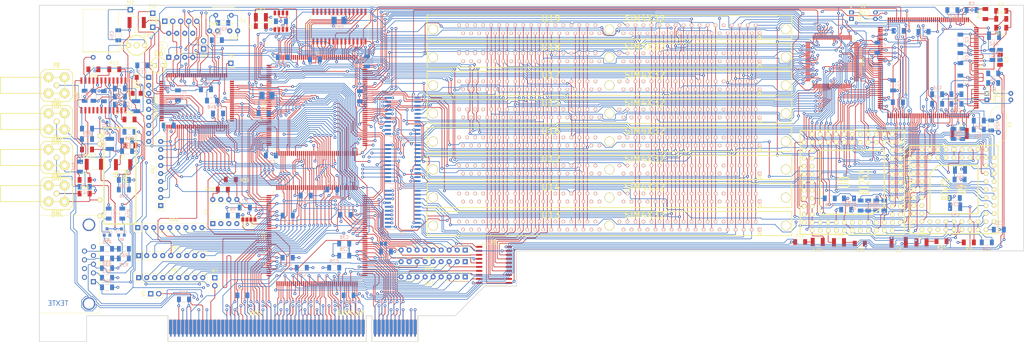
<source format=kicad_pcb>
(kicad_pcb (version 20200119) (host pcbnew "(5.99.0-1309-g515e57c02)")

  (general
    (thickness 1.6002)
    (drawings 39)
    (tracks 8909)
    (modules 189)
    (nets 390)
  )

  (page "A3")
  (title_block
    (title "KiCad demo")
    (date "2015-10-14")
    (rev "1.A")
  )

  (layers
    (0 "top_copper" signal)
    (1 "GND_layer" signal)
    (2 "VCC_layer" signal)
    (31 "bottom_copper" signal)
    (32 "B.Adhes" user)
    (33 "F.Adhes" user)
    (34 "B.Paste" user)
    (35 "F.Paste" user)
    (36 "B.SilkS" user)
    (37 "F.SilkS" user)
    (38 "B.Mask" user)
    (39 "F.Mask" user)
    (40 "Dwgs.User" user)
    (41 "Cmts.User" user)
    (42 "Eco1.User" user)
    (43 "Eco2.User" user)
    (44 "Edge.Cuts" user)
    (45 "Margin" user)
    (46 "B.CrtYd" user)
    (47 "F.CrtYd" user)
    (48 "B.Fab" user)
    (49 "F.Fab" user)
  )

  (setup
    (stackup
      (layer "F.SilkS" (type "Top Silk Screen") (color "White"))
      (layer "F.Paste" (type "Top Solder Paste"))
      (layer "F.Mask" (type "Top Solder Mask") (color "Green") (thickness 0.01))
      (layer "top_copper" (type "copper") (thickness 0.035))
      (layer "dielectric 1" (type "core") (thickness 0.480066) (material "FR4") (epsilon_r 4.5) (loss_tangent 0.02))
      (layer "GND_layer" (type "copper") (thickness 0.035))
      (layer "dielectric 2" (type "prepreg") (thickness 0.480066) (material "FR4") (epsilon_r 4.5) (loss_tangent 0.02))
      (layer "VCC_layer" (type "copper") (thickness 0.035))
      (layer "dielectric 3" (type "core") (thickness 0.480066) (material "FR4") (epsilon_r 4.5) (loss_tangent 0.02))
      (layer "bottom_copper" (type "copper") (thickness 0.035))
      (layer "B.Mask" (type "Bottom Solder Mask") (color "Green") (thickness 0.01))
      (layer "B.Paste" (type "Bottom Solder Paste"))
      (layer "B.SilkS" (type "Bottom Silk Screen") (color "White"))
      (copper_finish "HAL lead-free")
      (dielectric_constraints no)
    )
    (last_trace_width 0.2)
    (trace_clearance 0.2)
    (zone_clearance 0.4)
    (zone_45_only no)
    (trace_min 0.2)
    (via_size 0.889)
    (via_drill 0.4)
    (via_min_size 0.8)
    (via_min_drill 0.4)
    (uvia_size 0.508)
    (uvia_drill 0.127)
    (uvias_allowed no)
    (uvia_min_size 0.508)
    (uvia_min_drill 0.127)
    (max_error 0.01)
    (filled_areas_thickness no)
    (defaults
      (edge_clearance 0.01)
      (edge_cuts_line_width 0.2032)
      (courtyard_line_width 0.05)
      (copper_line_width 0.3048)
      (copper_text_dims (size 1.524 1.524) (thickness 0.2032) keep_upright)
      (silk_line_width 0.3048)
      (silk_text_dims (size 1.27 1.27) (thickness 0.2032) keep_upright)
      (other_layers_line_width 0.1)
      (other_layers_text_dims (size 1 1) (thickness 0.15) keep_upright)
      (dimension_units 0)
      (dimension_precision 1)
    )
    (pad_size 1.5 1.5)
    (pad_drill 0.75)
    (pad_to_mask_clearance 0.254)
    (solder_mask_min_width 0.25)
    (aux_axis_origin 40.9 173.1)
    (visible_elements 7FFFF7FF)
    (pcbplotparams
      (layerselection 0x010fc_ffffffff)
      (usegerberextensions false)
      (usegerberattributes true)
      (usegerberadvancedattributes true)
      (creategerberjobfile true)
      (excludeedgelayer false)
      (linewidth 0.150000)
      (plotframeref false)
      (viasonmask false)
      (mode 1)
      (useauxorigin false)
      (hpglpennumber 1)
      (hpglpenspeed 20)
      (hpglpendiameter 15.000000)
      (psnegative false)
      (psa4output false)
      (plotreference true)
      (plotvalue true)
      (plotinvisibletext false)
      (padsonsilk false)
      (subtractmaskfromsilk false)
      (outputformat 1)
      (mirror false)
      (drillshape 0)
      (scaleselection 1)
      (outputdirectory "plots")
    )
  )

  (net 0 "")
  (net 1 "+12V")
  (net 2 "+3.3V")
  (net 3 "+5F")
  (net 4 "/ESVIDEO-RVB/OE_RVB-")
  (net 5 "/ESVIDEO-RVB/REF+")
  (net 6 "/ESVIDEO-RVB/VAA")
  (net 7 "/buspci.sch/EA1")
  (net 8 "/buspci.sch/EA10")
  (net 9 "/buspci.sch/EA11")
  (net 10 "/buspci.sch/EA12")
  (net 11 "/buspci.sch/EA13")
  (net 12 "/buspci.sch/EA14")
  (net 13 "/buspci.sch/EA15")
  (net 14 "/buspci.sch/EA2")
  (net 15 "/buspci.sch/EA3")
  (net 16 "/buspci.sch/EA4")
  (net 17 "/buspci.sch/EA5")
  (net 18 "/buspci.sch/EA6")
  (net 19 "/buspci.sch/EA7")
  (net 20 "/buspci.sch/EA9")
  (net 21 "/buspci.sch/EQ0")
  (net 22 "/buspci.sch/EQ1")
  (net 23 "/buspci.sch/EQ2")
  (net 24 "/buspci.sch/EQ3")
  (net 25 "/buspci.sch/EQ4")
  (net 26 "/buspci.sch/EQ5")
  (net 27 "/buspci.sch/EQ6")
  (net 28 "/buspci.sch/EQ7")
  (net 29 "/buspci.sch/P_AD0")
  (net 30 "/buspci.sch/P_AD1")
  (net 31 "/buspci.sch/P_AD10")
  (net 32 "/buspci.sch/P_AD11")
  (net 33 "/buspci.sch/P_AD12")
  (net 34 "/buspci.sch/P_AD13")
  (net 35 "/buspci.sch/P_AD14")
  (net 36 "/buspci.sch/P_AD15")
  (net 37 "/buspci.sch/P_AD16")
  (net 38 "/buspci.sch/P_AD17")
  (net 39 "/buspci.sch/P_AD18")
  (net 40 "/buspci.sch/P_AD19")
  (net 41 "/buspci.sch/P_AD2")
  (net 42 "/buspci.sch/P_AD20")
  (net 43 "/buspci.sch/P_AD21")
  (net 44 "/buspci.sch/P_AD22")
  (net 45 "/buspci.sch/P_AD23")
  (net 46 "/buspci.sch/P_AD24")
  (net 47 "/buspci.sch/P_AD25")
  (net 48 "/buspci.sch/P_AD26")
  (net 49 "/buspci.sch/P_AD27")
  (net 50 "/buspci.sch/P_AD28")
  (net 51 "/buspci.sch/P_AD29")
  (net 52 "/buspci.sch/P_AD3")
  (net 53 "/buspci.sch/P_AD30")
  (net 54 "/buspci.sch/P_AD31")
  (net 55 "/buspci.sch/P_AD4")
  (net 56 "/buspci.sch/P_AD5")
  (net 57 "/buspci.sch/P_AD6")
  (net 58 "/buspci.sch/P_AD7")
  (net 59 "/buspci.sch/P_AD8")
  (net 60 "/buspci.sch/P_AD9")
  (net 61 "/buspci.sch/P_C/BE0#")
  (net 62 "/buspci.sch/P_C/BE1#")
  (net 63 "/buspci.sch/P_C/BE2#")
  (net 64 "/buspci.sch/P_C/BE3#")
  (net 65 "/buspci.sch/P_CLK")
  (net 66 "/buspci.sch/P_DEVSEL#")
  (net 67 "/buspci.sch/P_FRAME#")
  (net 68 "/buspci.sch/P_GNT#")
  (net 69 "/buspci.sch/P_IDSEL")
  (net 70 "/buspci.sch/P_INTA#")
  (net 71 "/buspci.sch/P_IRDY#")
  (net 72 "/buspci.sch/P_LOCK#")
  (net 73 "/buspci.sch/P_PAR")
  (net 74 "/buspci.sch/P_PERR#")
  (net 75 "/buspci.sch/P_REQ#")
  (net 76 "/buspci.sch/P_RST#")
  (net 77 "/buspci.sch/P_SERR#")
  (net 78 "/buspci.sch/P_STOP#")
  (net 79 "/buspci.sch/P_TRDY#")
  (net 80 "/graphic/14MHZOUT")
  (net 81 "/graphic/CCLK")
  (net 82 "/graphic/CLK10MHz")
  (net 83 "/graphic/CSIO-")
  (net 84 "/graphic/DIN")
  (net 85 "/graphic/DONE")
  (net 86 "/graphic/HDOUT")
  (net 87 "/graphic/HDREFOUT")
  (net 88 "/graphic/IA0")
  (net 89 "/graphic/IA1")
  (net 90 "/graphic/IA2")
  (net 91 "/graphic/IA3")
  (net 92 "/graphic/IA4")
  (net 93 "/graphic/IA5")
  (net 94 "/graphic/IA6")
  (net 95 "/graphic/IA7")
  (net 96 "/graphic/IA8")
  (net 97 "/graphic/IA9")
  (net 98 "/graphic/ICAS-")
  (net 99 "/graphic/ID0")
  (net 100 "/graphic/ID1")
  (net 101 "/graphic/ID2")
  (net 102 "/graphic/ID3")
  (net 103 "/graphic/IOE-")
  (net 104 "/graphic/IRAS-")
  (net 105 "/graphic/IWR-")
  (net 106 "/graphic/LED")
  (net 107 "/graphic/PROG*")
  (net 108 "/graphic/RESERV1")
  (net 109 "/graphic/VOSC")
  (net 110 "/graphic/XTAL_I")
  (net 111 "/graphic/X_DIN")
  (net 112 "/modul/CHROM")
  (net 113 "/modul/CVBS")
  (net 114 "/modul/LUM")
  (net 115 "/pal-ntsc.sch/C-VIDEO")
  (net 116 "/pal-ntsc.sch/VAF")
  (net 117 "/pal-ntsc.sch/Y-VIDEO")
  (net 118 "/pal-ntsc.sch/Y_SYNC")
  (net 119 "GND")
  (net 120 "Net-(BUS1-PadB1)")
  (net 121 "Net-(BUS1-PadB2)")
  (net 122 "Net-(BUS1-PadA4)")
  (net 123 "Net-(BUS1-PadB7)")
  (net 124 "Net-(BUS1-PadB8)")
  (net 125 "Net-(BUS1-PadB9)")
  (net 126 "Net-(BUS1-PadB10)")
  (net 127 "Net-(BUS1-PadB11)")
  (net 128 "Net-(BUS1-PadB14)")
  (net 129 "Net-(BUS1-PadB60)")
  (net 130 "Net-(BUS1-PadA1)")
  (net 131 "Net-(BUS1-PadA3)")
  (net 132 "Net-(BUS1-PadA7)")
  (net 133 "Net-(BUS1-PadA9)")
  (net 134 "Net-(BUS1-PadA11)")
  (net 135 "Net-(BUS1-PadA14)")
  (net 136 "Net-(BUS1-PadA19)")
  (net 137 "Net-(BUS1-PadA40)")
  (net 138 "Net-(BUS1-PadA41)")
  (net 139 "Net-(BUS1-PadA60)")
  (net 140 "Net-(C1-Pad1)")
  (net 141 "Net-(C1-Pad2)")
  (net 142 "Net-(C3-Pad1)")
  (net 143 "Net-(C4-Pad1)")
  (net 144 "Net-(C5-Pad1)")
  (net 145 "Net-(C5-Pad2)")
  (net 146 "Net-(C6-Pad1)")
  (net 147 "Net-(C7-Pad1)")
  (net 148 "Net-(C8-Pad1)")
  (net 149 "Net-(C8-Pad2)")
  (net 150 "Net-(C16-Pad1)")
  (net 151 "Net-(C32-Pad2)")
  (net 152 "Net-(C34-Pad2)")
  (net 153 "Net-(C35-Pad2)")
  (net 154 "Net-(C36-Pad1)")
  (net 155 "Net-(C36-Pad2)")
  (net 156 "Net-(C39-Pad1)")
  (net 157 "Net-(C39-Pad2)")
  (net 158 "Net-(C40-Pad1)")
  (net 159 "Net-(C40-Pad2)")
  (net 160 "Net-(C41-Pad1)")
  (net 161 "Net-(C41-Pad2)")
  (net 162 "Net-(C43-Pad1)")
  (net 163 "Net-(C44-Pad1)")
  (net 164 "Net-(C45-Pad1)")
  (net 165 "Net-(C46-Pad1)")
  (net 166 "Net-(C48-Pad2)")
  (net 167 "Net-(C49-Pad1)")
  (net 168 "Net-(C54-Pad1)")
  (net 169 "Net-(C58-Pad1)")
  (net 170 "Net-(C59-Pad1)")
  (net 171 "Net-(C60-Pad1)")
  (net 172 "Net-(C61-Pad1)")
  (net 173 "Net-(C61-Pad2)")
  (net 174 "Net-(C65-Pad2)")
  (net 175 "Net-(C66-Pad2)")
  (net 176 "Net-(CV1-Pad1)")
  (net 177 "Net-(D6-Pad1)")
  (net 178 "Net-(L1-Pad1)")
  (net 179 "Net-(L6-Pad1)")
  (net 180 "Net-(L6-Pad2)")
  (net 181 "Net-(P4-Pad1)")
  (net 182 "Net-(P9-Pad1)")
  (net 183 "Net-(P10-Pad1)")
  (net 184 "Net-(P11-Pad1)")
  (net 185 "Net-(POT1-Pad1)")
  (net 186 "Net-(Q1-Pad1)")
  (net 187 "Net-(Q1-Pad2)")
  (net 188 "Net-(Q2-Pad1)")
  (net 189 "Net-(Q2-Pad2)")
  (net 190 "Net-(Q3-Pad1)")
  (net 191 "Net-(Q3-Pad2)")
  (net 192 "Net-(R4-Pad1)")
  (net 193 "Net-(R5-Pad1)")
  (net 194 "Net-(R6-Pad1)")
  (net 195 "Net-(R7-Pad1)")
  (net 196 "Net-(R9-Pad2)")
  (net 197 "Net-(R10-Pad2)")
  (net 198 "Net-(R19-Pad2)")
  (net 199 "Net-(R27-Pad1)")
  (net 200 "Net-(R28-Pad2)")
  (net 201 "Net-(R29-Pad2)")
  (net 202 "Net-(R36-Pad2)")
  (net 203 "Net-(R38-Pad1)")
  (net 204 "Net-(U8-Pad58)")
  (net 205 "Net-(U8-Pad60)")
  (net 206 "Net-(U8-Pad62)")
  (net 207 "Net-(U20-Pad23)")
  (net 208 "+5V")
  (net 209 "/GREEN_IN")
  (net 210 "/RED_IN")
  (net 211 "/RED_OUT")
  (net 212 "/GREEN_OUT")
  (net 213 "/BLUE_OUT")
  (net 214 "/C_OUT")
  (net 215 "/Y_OUT")
  (net 216 "/BLUE_IN")
  (net 217 "/CSYNC-OUT")
  (net 218 "/IRQ_SRL")
  (net 219 "/SELECT-")
  (net 220 "//PCWR")
  (net 221 "//PCRD")
  (net 222 "/PTATN-")
  (net 223 "/X_IRQ")
  (net 224 "/PTADR-")
  (net 225 "/RDFIFO-")
  (net 226 "/WRFIFDO-")
  (net 227 "/PTRDY-")
  (net 228 "/ACCES_RAM-")
  (net 229 "/WRITE_RAM")
  (net 230 "/CSYNCIN-")
  (net 231 "/RDCAD-")
  (net 232 "/WRCAD-")
  (net 233 "/CLAMP")
  (net 234 "/CLKCAD")
  (net 235 "/BLANK-")
  (net 236 "/CLKCDA")
  (net 237 "/RDCDA-")
  (net 238 "/WRCDA-")
  (net 239 "/OE_PAL-")
  (net 240 "/VD_PAL-")
  (net 241 "/HD_PAL-")
  (net 242 "/BT812_WR-")
  (net 243 "/BT812_RD-")
  (net 244 "/SYSRST-")
  (net 245 "/F_PALIN")
  (net 246 "/PTNUM1")
  (net 247 "/PTNUM0")
  (net 248 "/IRQ-")
  (net 249 "/BPCLK")
  (net 250 "/WRFULL")
  (net 251 "/RDEMPTY")
  (net 252 "/PTWR")
  (net 253 "/PTBURST")
  (net 254 "/RAS5-")
  (net 255 "/CAS0-")
  (net 256 "/CAS1-")
  (net 257 "/CAS2-")
  (net 258 "/CAS3-")
  (net 259 "/WRAM-")
  (net 260 "/RAS7-")
  (net 261 "/RAS6-")
  (net 262 "/RAS3-")
  (net 263 "/RAS4-")
  (net 264 "/RAS2-")
  (net 265 "/RAS1-")
  (net 266 "/RAS0-")
  (net 267 "/X_PROG-")
  (net 268 "/X_DATA")
  (net 269 "/X_CLK")
  (net 270 "/ACQ_ON")
  (net 271 "/X_DONE")
  (net 272 "/CVBSOUT")
  (net 273 "/DQ29")
  (net 274 "/DQ30")
  (net 275 "/DQ31")
  (net 276 "/DQ26")
  (net 277 "/DQ27")
  (net 278 "/DQ28")
  (net 279 "/DQ25")
  (net 280 "/DQ24")
  (net 281 "/DQ17")
  (net 282 "/DQ16")
  (net 283 "/DQ23")
  (net 284 "/DQ22")
  (net 285 "/DQ21")
  (net 286 "/DQ19")
  (net 287 "/DQ18")
  (net 288 "/DQ20")
  (net 289 "/DQ7")
  (net 290 "/DQ6")
  (net 291 "/DQ5")
  (net 292 "/DQ4")
  (net 293 "/DQ3")
  (net 294 "/DQ2")
  (net 295 "/DQ1")
  (net 296 "/DQ0")
  (net 297 "/DQ8")
  (net 298 "/DQ9")
  (net 299 "/DQ10")
  (net 300 "/DQ11")
  (net 301 "/DQ12")
  (net 302 "/DQ13")
  (net 303 "/DQ14")
  (net 304 "/DQ15")
  (net 305 "/TVRAM0")
  (net 306 "/TVRAM1")
  (net 307 "/TVRAM2")
  (net 308 "/TVRAM3")
  (net 309 "/TVRAM4")
  (net 310 "/TVRAM5")
  (net 311 "/TVRAM6")
  (net 312 "/TVRAM7")
  (net 313 "/TVRAM8")
  (net 314 "/TVRAM9")
  (net 315 "/TVRAM10")
  (net 316 "/TVRAM11")
  (net 317 "/TVRAM12")
  (net 318 "/TVRAM13")
  (net 319 "/TVRAM14")
  (net 320 "/TVRAM15")
  (net 321 "/TVRAM16")
  (net 322 "/TVRAM17")
  (net 323 "/TVRAM18")
  (net 324 "/TVRAM19")
  (net 325 "/TVRAM20")
  (net 326 "/TVRAM21")
  (net 327 "/TVRAM22")
  (net 328 "/TVRAM23")
  (net 329 "/TVRAM24")
  (net 330 "/TVRAM25")
  (net 331 "/TVRAM26")
  (net 332 "/TVRAM27")
  (net 333 "/TVRAM28")
  (net 334 "/TVRAM29")
  (net 335 "/TVRAM30")
  (net 336 "/TVRAM31")
  (net 337 "/PCA0")
  (net 338 "/PCA1")
  (net 339 "/PCA2")
  (net 340 "/TVB7")
  (net 341 "/TVB6")
  (net 342 "/TVB5")
  (net 343 "/TVB4")
  (net 344 "/TVB3")
  (net 345 "/TVB2")
  (net 346 "/TVB1")
  (net 347 "/TVB0")
  (net 348 "/TVG7")
  (net 349 "/TVG6")
  (net 350 "/TVG5")
  (net 351 "/TVG4")
  (net 352 "/TVG3")
  (net 353 "/TVG2")
  (net 354 "/TVG1")
  (net 355 "/TVG0")
  (net 356 "/TVR7")
  (net 357 "/TVR6")
  (net 358 "/TVR5")
  (net 359 "/TVR4")
  (net 360 "/TVR3")
  (net 361 "/TVR2")
  (net 362 "/TVR1")
  (net 363 "/TVR0")
  (net 364 "/TVI0")
  (net 365 "/TVI1")
  (net 366 "/ADR6")
  (net 367 "/ADR2")
  (net 368 "/ADR3")
  (net 369 "/ADR4")
  (net 370 "/ADR5")
  (net 371 "/BE-1")
  (net 372 "/BE-2")
  (net 373 "/BE-3")
  (net 374 "/PTBE-3")
  (net 375 "/PTBE-2")
  (net 376 "/PTBE-1")
  (net 377 "/PTBE-0")
  (net 378 "/BE-0")
  (net 379 "/MXA0")
  (net 380 "/MXA1")
  (net 381 "/MXA2")
  (net 382 "/MXA3")
  (net 383 "/MXA4")
  (net 384 "/MXA5")
  (net 385 "/MXA6")
  (net 386 "/MXA10")
  (net 387 "/MXA7")
  (net 388 "/MXA8")
  (net 389 "/MXA9")

  (net_class "Default" "This is the default net class."
    (clearance 0.2)
    (trace_width 0.2)
    (via_dia 0.889)
    (via_drill 0.4)
    (uvia_dia 0.508)
    (uvia_drill 0.127)
    (add_net "+5V")
    (add_net "//PCRD")
    (add_net "//PCWR")
    (add_net "/ACCES_RAM-")
    (add_net "/ACQ_ON")
    (add_net "/ADR2")
    (add_net "/ADR3")
    (add_net "/ADR4")
    (add_net "/ADR5")
    (add_net "/ADR6")
    (add_net "/BE-0")
    (add_net "/BE-1")
    (add_net "/BE-2")
    (add_net "/BE-3")
    (add_net "/BLANK-")
    (add_net "/BLUE_IN")
    (add_net "/BLUE_OUT")
    (add_net "/BPCLK")
    (add_net "/BT812_RD-")
    (add_net "/BT812_WR-")
    (add_net "/CAS0-")
    (add_net "/CAS1-")
    (add_net "/CAS2-")
    (add_net "/CAS3-")
    (add_net "/CLAMP")
    (add_net "/CLKCAD")
    (add_net "/CLKCDA")
    (add_net "/CSYNC-OUT")
    (add_net "/CSYNCIN-")
    (add_net "/CVBSOUT")
    (add_net "/C_OUT")
    (add_net "/DQ0")
    (add_net "/DQ1")
    (add_net "/DQ10")
    (add_net "/DQ11")
    (add_net "/DQ12")
    (add_net "/DQ13")
    (add_net "/DQ14")
    (add_net "/DQ15")
    (add_net "/DQ16")
    (add_net "/DQ17")
    (add_net "/DQ18")
    (add_net "/DQ19")
    (add_net "/DQ2")
    (add_net "/DQ20")
    (add_net "/DQ21")
    (add_net "/DQ22")
    (add_net "/DQ23")
    (add_net "/DQ24")
    (add_net "/DQ25")
    (add_net "/DQ26")
    (add_net "/DQ27")
    (add_net "/DQ28")
    (add_net "/DQ29")
    (add_net "/DQ3")
    (add_net "/DQ30")
    (add_net "/DQ31")
    (add_net "/DQ4")
    (add_net "/DQ5")
    (add_net "/DQ6")
    (add_net "/DQ7")
    (add_net "/DQ8")
    (add_net "/DQ9")
    (add_net "/ESVIDEO-RVB/OE_RVB-")
    (add_net "/ESVIDEO-RVB/REF+")
    (add_net "/ESVIDEO-RVB/VAA")
    (add_net "/F_PALIN")
    (add_net "/GREEN_IN")
    (add_net "/GREEN_OUT")
    (add_net "/HD_PAL-")
    (add_net "/IRQ-")
    (add_net "/IRQ_SRL")
    (add_net "/MXA0")
    (add_net "/MXA1")
    (add_net "/MXA10")
    (add_net "/MXA2")
    (add_net "/MXA3")
    (add_net "/MXA4")
    (add_net "/MXA5")
    (add_net "/MXA6")
    (add_net "/MXA7")
    (add_net "/MXA8")
    (add_net "/MXA9")
    (add_net "/OE_PAL-")
    (add_net "/PCA0")
    (add_net "/PCA1")
    (add_net "/PCA2")
    (add_net "/PTADR-")
    (add_net "/PTATN-")
    (add_net "/PTBE-0")
    (add_net "/PTBE-1")
    (add_net "/PTBE-2")
    (add_net "/PTBE-3")
    (add_net "/PTBURST")
    (add_net "/PTNUM0")
    (add_net "/PTNUM1")
    (add_net "/PTRDY-")
    (add_net "/PTWR")
    (add_net "/RAS0-")
    (add_net "/RAS1-")
    (add_net "/RAS2-")
    (add_net "/RAS3-")
    (add_net "/RAS4-")
    (add_net "/RAS5-")
    (add_net "/RAS6-")
    (add_net "/RAS7-")
    (add_net "/RDCAD-")
    (add_net "/RDCDA-")
    (add_net "/RDEMPTY")
    (add_net "/RDFIFO-")
    (add_net "/RED_IN")
    (add_net "/RED_OUT")
    (add_net "/SELECT-")
    (add_net "/SYSRST-")
    (add_net "/TVB0")
    (add_net "/TVB1")
    (add_net "/TVB2")
    (add_net "/TVB3")
    (add_net "/TVB4")
    (add_net "/TVB5")
    (add_net "/TVB6")
    (add_net "/TVB7")
    (add_net "/TVG0")
    (add_net "/TVG1")
    (add_net "/TVG2")
    (add_net "/TVG3")
    (add_net "/TVG4")
    (add_net "/TVG5")
    (add_net "/TVG6")
    (add_net "/TVG7")
    (add_net "/TVI0")
    (add_net "/TVI1")
    (add_net "/TVR0")
    (add_net "/TVR1")
    (add_net "/TVR2")
    (add_net "/TVR3")
    (add_net "/TVR4")
    (add_net "/TVR5")
    (add_net "/TVR6")
    (add_net "/TVR7")
    (add_net "/TVRAM0")
    (add_net "/TVRAM1")
    (add_net "/TVRAM10")
    (add_net "/TVRAM11")
    (add_net "/TVRAM12")
    (add_net "/TVRAM13")
    (add_net "/TVRAM14")
    (add_net "/TVRAM15")
    (add_net "/TVRAM16")
    (add_net "/TVRAM17")
    (add_net "/TVRAM18")
    (add_net "/TVRAM19")
    (add_net "/TVRAM2")
    (add_net "/TVRAM20")
    (add_net "/TVRAM21")
    (add_net "/TVRAM22")
    (add_net "/TVRAM23")
    (add_net "/TVRAM24")
    (add_net "/TVRAM25")
    (add_net "/TVRAM26")
    (add_net "/TVRAM27")
    (add_net "/TVRAM28")
    (add_net "/TVRAM29")
    (add_net "/TVRAM3")
    (add_net "/TVRAM30")
    (add_net "/TVRAM31")
    (add_net "/TVRAM4")
    (add_net "/TVRAM5")
    (add_net "/TVRAM6")
    (add_net "/TVRAM7")
    (add_net "/TVRAM8")
    (add_net "/TVRAM9")
    (add_net "/VD_PAL-")
    (add_net "/WRAM-")
    (add_net "/WRCAD-")
    (add_net "/WRCDA-")
    (add_net "/WRFIFDO-")
    (add_net "/WRFULL")
    (add_net "/WRITE_RAM")
    (add_net "/X_CLK")
    (add_net "/X_DATA")
    (add_net "/X_DONE")
    (add_net "/X_IRQ")
    (add_net "/X_PROG-")
    (add_net "/Y_OUT")
    (add_net "/buspci.sch/EA1")
    (add_net "/buspci.sch/EA10")
    (add_net "/buspci.sch/EA11")
    (add_net "/buspci.sch/EA12")
    (add_net "/buspci.sch/EA13")
    (add_net "/buspci.sch/EA14")
    (add_net "/buspci.sch/EA15")
    (add_net "/buspci.sch/EA2")
    (add_net "/buspci.sch/EA3")
    (add_net "/buspci.sch/EA4")
    (add_net "/buspci.sch/EA5")
    (add_net "/buspci.sch/EA6")
    (add_net "/buspci.sch/EA7")
    (add_net "/buspci.sch/EA9")
    (add_net "/buspci.sch/EQ0")
    (add_net "/buspci.sch/EQ1")
    (add_net "/buspci.sch/EQ2")
    (add_net "/buspci.sch/EQ3")
    (add_net "/buspci.sch/EQ4")
    (add_net "/buspci.sch/EQ5")
    (add_net "/buspci.sch/EQ6")
    (add_net "/buspci.sch/EQ7")
    (add_net "/buspci.sch/P_AD0")
    (add_net "/buspci.sch/P_AD1")
    (add_net "/buspci.sch/P_AD10")
    (add_net "/buspci.sch/P_AD11")
    (add_net "/buspci.sch/P_AD12")
    (add_net "/buspci.sch/P_AD13")
    (add_net "/buspci.sch/P_AD14")
    (add_net "/buspci.sch/P_AD15")
    (add_net "/buspci.sch/P_AD16")
    (add_net "/buspci.sch/P_AD17")
    (add_net "/buspci.sch/P_AD18")
    (add_net "/buspci.sch/P_AD19")
    (add_net "/buspci.sch/P_AD2")
    (add_net "/buspci.sch/P_AD20")
    (add_net "/buspci.sch/P_AD21")
    (add_net "/buspci.sch/P_AD22")
    (add_net "/buspci.sch/P_AD23")
    (add_net "/buspci.sch/P_AD24")
    (add_net "/buspci.sch/P_AD25")
    (add_net "/buspci.sch/P_AD26")
    (add_net "/buspci.sch/P_AD27")
    (add_net "/buspci.sch/P_AD28")
    (add_net "/buspci.sch/P_AD29")
    (add_net "/buspci.sch/P_AD3")
    (add_net "/buspci.sch/P_AD30")
    (add_net "/buspci.sch/P_AD31")
    (add_net "/buspci.sch/P_AD4")
    (add_net "/buspci.sch/P_AD5")
    (add_net "/buspci.sch/P_AD6")
    (add_net "/buspci.sch/P_AD7")
    (add_net "/buspci.sch/P_AD8")
    (add_net "/buspci.sch/P_AD9")
    (add_net "/buspci.sch/P_C/BE0#")
    (add_net "/buspci.sch/P_C/BE1#")
    (add_net "/buspci.sch/P_C/BE2#")
    (add_net "/buspci.sch/P_C/BE3#")
    (add_net "/buspci.sch/P_CLK")
    (add_net "/buspci.sch/P_DEVSEL#")
    (add_net "/buspci.sch/P_FRAME#")
    (add_net "/buspci.sch/P_GNT#")
    (add_net "/buspci.sch/P_IDSEL")
    (add_net "/buspci.sch/P_INTA#")
    (add_net "/buspci.sch/P_IRDY#")
    (add_net "/buspci.sch/P_LOCK#")
    (add_net "/buspci.sch/P_PAR")
    (add_net "/buspci.sch/P_PERR#")
    (add_net "/buspci.sch/P_REQ#")
    (add_net "/buspci.sch/P_RST#")
    (add_net "/buspci.sch/P_SERR#")
    (add_net "/buspci.sch/P_STOP#")
    (add_net "/buspci.sch/P_TRDY#")
    (add_net "/graphic/14MHZOUT")
    (add_net "/graphic/CCLK")
    (add_net "/graphic/CLK10MHz")
    (add_net "/graphic/CSIO-")
    (add_net "/graphic/DIN")
    (add_net "/graphic/DONE")
    (add_net "/graphic/HDOUT")
    (add_net "/graphic/HDREFOUT")
    (add_net "/graphic/IA0")
    (add_net "/graphic/IA1")
    (add_net "/graphic/IA2")
    (add_net "/graphic/IA3")
    (add_net "/graphic/IA4")
    (add_net "/graphic/IA5")
    (add_net "/graphic/IA6")
    (add_net "/graphic/IA7")
    (add_net "/graphic/IA8")
    (add_net "/graphic/IA9")
    (add_net "/graphic/ICAS-")
    (add_net "/graphic/ID0")
    (add_net "/graphic/ID1")
    (add_net "/graphic/ID2")
    (add_net "/graphic/ID3")
    (add_net "/graphic/IOE-")
    (add_net "/graphic/IRAS-")
    (add_net "/graphic/IWR-")
    (add_net "/graphic/LED")
    (add_net "/graphic/PROG*")
    (add_net "/graphic/RESERV1")
    (add_net "/graphic/VOSC")
    (add_net "/graphic/XTAL_I")
    (add_net "/graphic/X_DIN")
    (add_net "/modul/CHROM")
    (add_net "/modul/CVBS")
    (add_net "/modul/LUM")
    (add_net "/pal-ntsc.sch/C-VIDEO")
    (add_net "/pal-ntsc.sch/VAF")
    (add_net "/pal-ntsc.sch/Y-VIDEO")
    (add_net "/pal-ntsc.sch/Y_SYNC")
    (add_net "GND")
    (add_net "Net-(BUS1-PadA1)")
    (add_net "Net-(BUS1-PadA11)")
    (add_net "Net-(BUS1-PadA14)")
    (add_net "Net-(BUS1-PadA19)")
    (add_net "Net-(BUS1-PadA3)")
    (add_net "Net-(BUS1-PadA4)")
    (add_net "Net-(BUS1-PadA40)")
    (add_net "Net-(BUS1-PadA41)")
    (add_net "Net-(BUS1-PadA60)")
    (add_net "Net-(BUS1-PadA7)")
    (add_net "Net-(BUS1-PadA9)")
    (add_net "Net-(BUS1-PadB1)")
    (add_net "Net-(BUS1-PadB10)")
    (add_net "Net-(BUS1-PadB11)")
    (add_net "Net-(BUS1-PadB14)")
    (add_net "Net-(BUS1-PadB2)")
    (add_net "Net-(BUS1-PadB60)")
    (add_net "Net-(BUS1-PadB7)")
    (add_net "Net-(BUS1-PadB8)")
    (add_net "Net-(BUS1-PadB9)")
    (add_net "Net-(C1-Pad1)")
    (add_net "Net-(C1-Pad2)")
    (add_net "Net-(C16-Pad1)")
    (add_net "Net-(C3-Pad1)")
    (add_net "Net-(C32-Pad2)")
    (add_net "Net-(C34-Pad2)")
    (add_net "Net-(C35-Pad2)")
    (add_net "Net-(C36-Pad1)")
    (add_net "Net-(C36-Pad2)")
    (add_net "Net-(C39-Pad1)")
    (add_net "Net-(C39-Pad2)")
    (add_net "Net-(C4-Pad1)")
    (add_net "Net-(C40-Pad1)")
    (add_net "Net-(C40-Pad2)")
    (add_net "Net-(C41-Pad1)")
    (add_net "Net-(C41-Pad2)")
    (add_net "Net-(C43-Pad1)")
    (add_net "Net-(C44-Pad1)")
    (add_net "Net-(C45-Pad1)")
    (add_net "Net-(C46-Pad1)")
    (add_net "Net-(C48-Pad2)")
    (add_net "Net-(C49-Pad1)")
    (add_net "Net-(C5-Pad1)")
    (add_net "Net-(C5-Pad2)")
    (add_net "Net-(C54-Pad1)")
    (add_net "Net-(C58-Pad1)")
    (add_net "Net-(C59-Pad1)")
    (add_net "Net-(C6-Pad1)")
    (add_net "Net-(C60-Pad1)")
    (add_net "Net-(C61-Pad1)")
    (add_net "Net-(C61-Pad2)")
    (add_net "Net-(C65-Pad2)")
    (add_net "Net-(C66-Pad2)")
    (add_net "Net-(C7-Pad1)")
    (add_net "Net-(C8-Pad1)")
    (add_net "Net-(C8-Pad2)")
    (add_net "Net-(CV1-Pad1)")
    (add_net "Net-(D6-Pad1)")
    (add_net "Net-(L1-Pad1)")
    (add_net "Net-(L6-Pad1)")
    (add_net "Net-(L6-Pad2)")
    (add_net "Net-(P10-Pad1)")
    (add_net "Net-(P11-Pad1)")
    (add_net "Net-(P4-Pad1)")
    (add_net "Net-(P9-Pad1)")
    (add_net "Net-(POT1-Pad1)")
    (add_net "Net-(Q1-Pad1)")
    (add_net "Net-(Q1-Pad2)")
    (add_net "Net-(Q2-Pad1)")
    (add_net "Net-(Q2-Pad2)")
    (add_net "Net-(Q3-Pad1)")
    (add_net "Net-(Q3-Pad2)")
    (add_net "Net-(R10-Pad2)")
    (add_net "Net-(R19-Pad2)")
    (add_net "Net-(R27-Pad1)")
    (add_net "Net-(R28-Pad2)")
    (add_net "Net-(R29-Pad2)")
    (add_net "Net-(R36-Pad2)")
    (add_net "Net-(R38-Pad1)")
    (add_net "Net-(R4-Pad1)")
    (add_net "Net-(R5-Pad1)")
    (add_net "Net-(R6-Pad1)")
    (add_net "Net-(R7-Pad1)")
    (add_net "Net-(R9-Pad2)")
    (add_net "Net-(U20-Pad23)")
    (add_net "Net-(U8-Pad58)")
    (add_net "Net-(U8-Pad60)")
    (add_net "Net-(U8-Pad62)")
  )

  (net_class "pwr" ""
    (clearance 0.2)
    (trace_width 0.23)
    (via_dia 0.889)
    (via_drill 0.4)
    (uvia_dia 0.508)
    (uvia_drill 0.127)
    (add_net "+12V")
    (add_net "+3.3V")
    (add_net "+5F")
  )

  (module "Diode_THT:D_DO-34_SOD68_P7.62mm_Horizontal" (layer "top_copper") (tedit 5E972FBD) (tstamp 00000000-0000-0000-0000-00005402ce07)
    (at 353.949 86.487)
    (descr "Diode, DO-34_SOD68 series, Axial, Horizontal, pin pitch=7.62mm, , length*diameter=3.04*1.6mm^2, , https://www.nxp.com/docs/en/data-sheet/KTY83_SER.pdf")
    (tags "Diode DO-34_SOD68 series Axial Horizontal pin pitch 7.62mm  length 3.04mm diameter 1.6mm")
    (path "/00000000-0000-0000-0000-00004bf03681/00000000-0000-0000-0000-00007fffffff")
    (fp_text reference "D4" (at 3.81 -1.92) (layer "F.SilkS")
      (effects (font (size 1 1) (thickness 0.15)))
    )
    (fp_text value "BAT46" (at 3.81 1.92) (layer "F.Fab")
      (effects (font (size 1 1) (thickness 0.15)))
    )
    (fp_line (start 2.29 -0.8) (end 2.29 0.8) (layer "F.Fab") (width 0.1))
    (fp_line (start 2.29 0.8) (end 5.33 0.8) (layer "F.Fab") (width 0.1))
    (fp_line (start 5.33 0.8) (end 5.33 -0.8) (layer "F.Fab") (width 0.1))
    (fp_line (start 5.33 -0.8) (end 2.29 -0.8) (layer "F.Fab") (width 0.1))
    (fp_line (start 0 0) (end 2.29 0) (layer "F.Fab") (width 0.1))
    (fp_line (start 7.62 0) (end 5.33 0) (layer "F.Fab") (width 0.1))
    (fp_line (start 2.746 -0.8) (end 2.746 0.8) (layer "F.Fab") (width 0.1))
    (fp_line (start 2.846 -0.8) (end 2.846 0.8) (layer "F.Fab") (width 0.1))
    (fp_line (start 2.646 -0.8) (end 2.646 0.8) (layer "F.Fab") (width 0.1))
    (fp_line (start 2.17 -0.92) (end 2.17 0.92) (layer "F.SilkS") (width 0.12))
    (fp_line (start 2.17 0.92) (end 5.45 0.92) (layer "F.SilkS") (width 0.12))
    (fp_line (start 5.45 0.92) (end 5.45 -0.92) (layer "F.SilkS") (width 0.12))
    (fp_line (start 5.45 -0.92) (end 2.17 -0.92) (layer "F.SilkS") (width 0.12))
    (fp_line (start 0.99 0) (end 2.17 0) (layer "F.SilkS") (width 0.12))
    (fp_line (start 6.63 0) (end 5.45 0) (layer "F.SilkS") (width 0.12))
    (fp_line (start 2.746 -0.92) (end 2.746 0.92) (layer "F.SilkS") (width 0.12))
    (fp_line (start 2.866 -0.92) (end 2.866 0.92) (layer "F.SilkS") (width 0.12))
    (fp_line (start 2.626 -0.92) (end 2.626 0.92) (layer "F.SilkS") (width 0.12))
    (fp_line (start -1 -1.05) (end -1 1.05) (layer "F.CrtYd") (width 0.05))
    (fp_line (start -1 1.05) (end 8.63 1.05) (layer "F.CrtYd") (width 0.05))
    (fp_line (start 8.63 1.05) (end 8.63 -1.05) (layer "F.CrtYd") (width 0.05))
    (fp_line (start 8.63 -1.05) (end -1 -1.05) (layer "F.CrtYd") (width 0.05))
    (fp_text user "${REFERENCE}" (at 4.038 0) (layer "F.Fab")
      (effects (font (size 0.608 0.608) (thickness 0.0912)))
    )
    (fp_text user "K" (at 0 -1.75) (layer "F.Fab")
      (effects (font (size 1 1) (thickness 0.15)))
    )
    (fp_text user "K" (at 0 -1.75) (layer "F.SilkS")
      (effects (font (size 1 1) (thickness 0.15)))
    )
    (pad "2" thru_hole circle (at 7.62 0) (size 1.5 1.5) (drill 0.75) (layers *.Cu *.Mask)
      (net 208 "+5V") (pinfunction "K") (tstamp f777a211-e30a-45aa-903a-d47363cb3e53))
    (pad "1" thru_hole rect (at 0 0) (size 1.5 1.5) (drill 0.75) (layers *.Cu *.Mask)
      (net 115 "/pal-ntsc.sch/C-VIDEO") (pinfunction "A") (tstamp 20fb6971-c2c1-4bea-9698-3f6bbc000058))
    (model "${KISYS3DMOD}/Diode_THT.3dshapes/D_DO-34_SOD68_P7.62mm_Horizontal.wrl"
      (at (xyz 0 0 0))
      (scale (xyz 1 1 1))
      (rotate (xyz 0 0 0))
    )
  )

  (module "Diode_THT:D_DO-34_SOD68_P7.62mm_Horizontal" (layer "top_copper") (tedit 5E972FA7) (tstamp 00000000-0000-0000-0000-00005402cde9)
    (at 311.023 58.801)
    (descr "Diode, DO-34_SOD68 series, Axial, Horizontal, pin pitch=7.62mm, , length*diameter=3.04*1.6mm^2, , https://www.nxp.com/docs/en/data-sheet/KTY83_SER.pdf")
    (tags "Diode DO-34_SOD68 series Axial Horizontal pin pitch 7.62mm  length 3.04mm diameter 1.6mm")
    (path "/00000000-0000-0000-0000-00004bf03681/00000000-0000-0000-0000-00007fffffff")
    (fp_text reference "D2" (at 3.81 -1.92) (layer "F.SilkS")
      (effects (font (size 1 1) (thickness 0.15)))
    )
    (fp_text value "BAT46" (at 3.81 1.92) (layer "F.Fab")
      (effects (font (size 1 1) (thickness 0.15)))
    )
    (fp_line (start 2.29 -0.8) (end 2.29 0.8) (layer "F.Fab") (width 0.1))
    (fp_line (start 2.29 0.8) (end 5.33 0.8) (layer "F.Fab") (width 0.1))
    (fp_line (start 5.33 0.8) (end 5.33 -0.8) (layer "F.Fab") (width 0.1))
    (fp_line (start 5.33 -0.8) (end 2.29 -0.8) (layer "F.Fab") (width 0.1))
    (fp_line (start 0 0) (end 2.29 0) (layer "F.Fab") (width 0.1))
    (fp_line (start 7.62 0) (end 5.33 0) (layer "F.Fab") (width 0.1))
    (fp_line (start 2.746 -0.8) (end 2.746 0.8) (layer "F.Fab") (width 0.1))
    (fp_line (start 2.846 -0.8) (end 2.846 0.8) (layer "F.Fab") (width 0.1))
    (fp_line (start 2.646 -0.8) (end 2.646 0.8) (layer "F.Fab") (width 0.1))
    (fp_line (start 2.17 -0.92) (end 2.17 0.92) (layer "F.SilkS") (width 0.12))
    (fp_line (start 2.17 0.92) (end 5.45 0.92) (layer "F.SilkS") (width 0.12))
    (fp_line (start 5.45 0.92) (end 5.45 -0.92) (layer "F.SilkS") (width 0.12))
    (fp_line (start 5.45 -0.92) (end 2.17 -0.92) (layer "F.SilkS") (width 0.12))
    (fp_line (start 0.99 0) (end 2.17 0) (layer "F.SilkS") (width 0.12))
    (fp_line (start 6.63 0) (end 5.45 0) (layer "F.SilkS") (width 0.12))
    (fp_line (start 2.746 -0.92) (end 2.746 0.92) (layer "F.SilkS") (width 0.12))
    (fp_line (start 2.866 -0.92) (end 2.866 0.92) (layer "F.SilkS") (width 0.12))
    (fp_line (start 2.626 -0.92) (end 2.626 0.92) (layer "F.SilkS") (width 0.12))
    (fp_line (start -1 -1.05) (end -1 1.05) (layer "F.CrtYd") (width 0.05))
    (fp_line (start -1 1.05) (end 8.63 1.05) (layer "F.CrtYd") (width 0.05))
    (fp_line (start 8.63 1.05) (end 8.63 -1.05) (layer "F.CrtYd") (width 0.05))
    (fp_line (start 8.63 -1.05) (end -1 -1.05) (layer "F.CrtYd") (width 0.05))
    (fp_text user "${REFERENCE}" (at 4.038 0) (layer "F.Fab")
      (effects (font (size 0.608 0.608) (thickness 0.0912)))
    )
    (fp_text user "K" (at 0 -1.75) (layer "F.Fab")
      (effects (font (size 1 1) (thickness 0.15)))
    )
    (fp_text user "K" (at 0 -1.75) (layer "F.SilkS")
      (effects (font (size 1 1) (thickness 0.15)))
    )
    (pad "2" thru_hole oval (at 7.62 0) (size 1.5 1.3) (drill 0.75) (layers *.Cu *.Mask)
      (net 208 "+5V") (pinfunction "K") (tstamp f777a211-e30a-45aa-903a-d47363cb3e53))
    (pad "1" thru_hole rect (at 0 0) (size 1.5 1.3) (drill 0.75) (layers *.Cu *.Mask)
      (net 117 "/pal-ntsc.sch/Y-VIDEO") (pinfunction "A") (tstamp 20fb6971-c2c1-4bea-9698-3f6bbc000058))
    (model "${KISYS3DMOD}/Diode_THT.3dshapes/D_DO-34_SOD68_P7.62mm_Horizontal.wrl"
      (at (xyz 0 0 0))
      (scale (xyz 1 1 1))
      (rotate (xyz 0 0 0))
    )
  )

  (module "Diode_THT:D_DO-34_SOD68_P7.62mm_Horizontal" (layer "top_copper") (tedit 5E972FAE) (tstamp 00000000-0000-0000-0000-00005402cdda)
    (at 311.023 60.833)
    (descr "Diode, DO-34_SOD68 series, Axial, Horizontal, pin pitch=7.62mm, , length*diameter=3.04*1.6mm^2, , https://www.nxp.com/docs/en/data-sheet/KTY83_SER.pdf")
    (tags "Diode DO-34_SOD68 series Axial Horizontal pin pitch 7.62mm  length 3.04mm diameter 1.6mm")
    (path "/00000000-0000-0000-0000-00004bf03681/00000000-0000-0000-0000-00007fffffff")
    (fp_text reference "D1" (at 3.81 -1.92) (layer "F.SilkS")
      (effects (font (size 1 1) (thickness 0.15)))
    )
    (fp_text value "BAT46" (at 3.81 1.92) (layer "F.Fab")
      (effects (font (size 1 1) (thickness 0.15)))
    )
    (fp_line (start 2.29 -0.8) (end 2.29 0.8) (layer "F.Fab") (width 0.1))
    (fp_line (start 2.29 0.8) (end 5.33 0.8) (layer "F.Fab") (width 0.1))
    (fp_line (start 5.33 0.8) (end 5.33 -0.8) (layer "F.Fab") (width 0.1))
    (fp_line (start 5.33 -0.8) (end 2.29 -0.8) (layer "F.Fab") (width 0.1))
    (fp_line (start 0 0) (end 2.29 0) (layer "F.Fab") (width 0.1))
    (fp_line (start 7.62 0) (end 5.33 0) (layer "F.Fab") (width 0.1))
    (fp_line (start 2.746 -0.8) (end 2.746 0.8) (layer "F.Fab") (width 0.1))
    (fp_line (start 2.846 -0.8) (end 2.846 0.8) (layer "F.Fab") (width 0.1))
    (fp_line (start 2.646 -0.8) (end 2.646 0.8) (layer "F.Fab") (width 0.1))
    (fp_line (start 2.17 -0.92) (end 2.17 0.92) (layer "F.SilkS") (width 0.12))
    (fp_line (start 2.17 0.92) (end 5.45 0.92) (layer "F.SilkS") (width 0.12))
    (fp_line (start 5.45 0.92) (end 5.45 -0.92) (layer "F.SilkS") (width 0.12))
    (fp_line (start 5.45 -0.92) (end 2.17 -0.92) (layer "F.SilkS") (width 0.12))
    (fp_line (start 0.99 0) (end 2.17 0) (layer "F.SilkS") (width 0.12))
    (fp_line (start 6.63 0) (end 5.45 0) (layer "F.SilkS") (width 0.12))
    (fp_line (start 2.746 -0.92) (end 2.746 0.92) (layer "F.SilkS") (width 0.12))
    (fp_line (start 2.866 -0.92) (end 2.866 0.92) (layer "F.SilkS") (width 0.12))
    (fp_line (start 2.626 -0.92) (end 2.626 0.92) (layer "F.SilkS") (width 0.12))
    (fp_line (start -1 -1.05) (end -1 1.05) (layer "F.CrtYd") (width 0.05))
    (fp_line (start -1 1.05) (end 8.63 1.05) (layer "F.CrtYd") (width 0.05))
    (fp_line (start 8.63 1.05) (end 8.63 -1.05) (layer "F.CrtYd") (width 0.05))
    (fp_line (start 8.63 -1.05) (end -1 -1.05) (layer "F.CrtYd") (width 0.05))
    (fp_text user "${REFERENCE}" (at 4.038 0) (layer "F.Fab")
      (effects (font (size 0.608 0.608) (thickness 0.0912)))
    )
    (fp_text user "K" (at 0 -1.75) (layer "F.Fab")
      (effects (font (size 1 1) (thickness 0.15)))
    )
    (fp_text user "K" (at 0 -1.75) (layer "F.SilkS")
      (effects (font (size 1 1) (thickness 0.15)))
    )
    (pad "2" thru_hole oval (at 7.62 0) (size 1.5 1.3) (drill 0.75) (layers *.Cu *.Mask)
      (net 117 "/pal-ntsc.sch/Y-VIDEO") (pinfunction "K") (tstamp f777a211-e30a-45aa-903a-d47363cb3e53))
    (pad "1" thru_hole rect (at 0 0) (size 1.5 1.3) (drill 0.75) (layers *.Cu *.Mask)
      (net 119 "GND") (pinfunction "A") (tstamp 20fb6971-c2c1-4bea-9698-3f6bbc000058))
    (model "${KISYS3DMOD}/Diode_THT.3dshapes/D_DO-34_SOD68_P7.62mm_Horizontal.wrl"
      (at (xyz 0 0 0))
      (scale (xyz 1 1 1))
      (rotate (xyz 0 0 0))
    )
  )

  (module "Diode_THT:D_DO-34_SOD68_P7.62mm_Horizontal" (layer "top_copper") (tedit 5E972FB7) (tstamp 00000000-0000-0000-0000-00005402cdf8)
    (at 353.949 84.455)
    (descr "Diode, DO-34_SOD68 series, Axial, Horizontal, pin pitch=7.62mm, , length*diameter=3.04*1.6mm^2, , https://www.nxp.com/docs/en/data-sheet/KTY83_SER.pdf")
    (tags "Diode DO-34_SOD68 series Axial Horizontal pin pitch 7.62mm  length 3.04mm diameter 1.6mm")
    (path "/00000000-0000-0000-0000-00004bf03681/00000000-0000-0000-0000-00007fffffff")
    (fp_text reference "D3" (at 0 0) (layer "F.SilkS")
      (effects (font (size 1.016 1.016) (thickness 0.2032)))
    )
    (fp_text value "BAT46" (at 0 0) (layer "F.SilkS") hide
      (effects (font (size 1.016 1.016) (thickness 0.2032)))
    )
    (fp_line (start 2.29 -0.8) (end 2.29 0.8) (layer "F.Fab") (width 0.1))
    (fp_line (start 2.29 0.8) (end 5.33 0.8) (layer "F.Fab") (width 0.1))
    (fp_line (start 5.33 0.8) (end 5.33 -0.8) (layer "F.Fab") (width 0.1))
    (fp_line (start 5.33 -0.8) (end 2.29 -0.8) (layer "F.Fab") (width 0.1))
    (fp_line (start 0 0) (end 2.29 0) (layer "F.Fab") (width 0.1))
    (fp_line (start 7.62 0) (end 5.33 0) (layer "F.Fab") (width 0.1))
    (fp_line (start 2.746 -0.8) (end 2.746 0.8) (layer "F.Fab") (width 0.1))
    (fp_line (start 2.846 -0.8) (end 2.846 0.8) (layer "F.Fab") (width 0.1))
    (fp_line (start 2.646 -0.8) (end 2.646 0.8) (layer "F.Fab") (width 0.1))
    (fp_line (start 2.17 -0.92) (end 2.17 0.92) (layer "F.SilkS") (width 0.12))
    (fp_line (start 2.17 0.92) (end 5.45 0.92) (layer "F.SilkS") (width 0.12))
    (fp_line (start 5.45 0.92) (end 5.45 -0.92) (layer "F.SilkS") (width 0.12))
    (fp_line (start 5.45 -0.92) (end 2.17 -0.92) (layer "F.SilkS") (width 0.12))
    (fp_line (start 0.99 0) (end 2.17 0) (layer "F.SilkS") (width 0.12))
    (fp_line (start 6.63 0) (end 5.45 0) (layer "F.SilkS") (width 0.12))
    (fp_line (start 2.746 -0.92) (end 2.746 0.92) (layer "F.SilkS") (width 0.12))
    (fp_line (start 2.866 -0.92) (end 2.866 0.92) (layer "F.SilkS") (width 0.12))
    (fp_line (start 2.626 -0.92) (end 2.626 0.92) (layer "F.SilkS") (width 0.12))
    (fp_line (start -1 -1.05) (end -1 1.05) (layer "F.CrtYd") (width 0.05))
    (fp_line (start -1 1.05) (end 8.63 1.05) (layer "F.CrtYd") (width 0.05))
    (fp_line (start 8.63 1.05) (end 8.63 -1.05) (layer "F.CrtYd") (width 0.05))
    (fp_line (start 8.63 -1.05) (end -1 -1.05) (layer "F.CrtYd") (width 0.05))
    (fp_text user "${REFERENCE}" (at 4.038 0) (layer "F.Fab")
      (effects (font (size 0.608 0.608) (thickness 0.0912)))
    )
    (fp_text user "K" (at 0 -1.75) (layer "F.Fab")
      (effects (font (size 1 1) (thickness 0.15)))
    )
    (fp_text user "K" (at 0 -1.75) (layer "F.SilkS")
      (effects (font (size 1 1) (thickness 0.15)))
    )
    (pad "2" thru_hole circle (at 7.62 0) (size 1.5 1.5) (drill 0.75) (layers *.Cu *.Mask)
      (net 115 "/pal-ntsc.sch/C-VIDEO") (pinfunction "K") (tstamp f777a211-e30a-45aa-903a-d47363cb3e53))
    (pad "1" thru_hole rect (at 0 0) (size 1.5 1.5) (drill 0.75) (layers *.Cu *.Mask)
      (net 119 "GND") (pinfunction "A") (tstamp 20fb6971-c2c1-4bea-9698-3f6bbc000058))
    (model "Discret.3dshapes/D3.wrl"
      (at (xyz 0 0 0))
      (scale (xyz 0.3 0.3 0.3))
      (rotate (xyz 0 0 0))
    )
  )

  (module "Capacitor_THT:C_Disc_D3.0mm_W2.0mm_P2.50mm" (layer "top_copper") (tedit 5AE50EF0) (tstamp 00000000-0000-0000-0000-00005402ccc5)
    (at 107.569 64.643)
    (descr "C, Disc series, Radial, pin pitch=2.50mm, , diameter*width=3*2mm^2, Capacitor")
    (tags "C Disc series Radial pin pitch 2.50mm  diameter 3mm width 2mm Capacitor")
    (path "/00000000-0000-0000-0000-00004bf03683/00000000-0000-0000-0000-00007fffffff")
    (fp_text reference "C50" (at 1.25 -2.25) (layer "F.SilkS")
      (effects (font (size 1 1) (thickness 0.15)))
    )
    (fp_text value "22pF" (at 1.25 2.25) (layer "F.Fab")
      (effects (font (size 1 1) (thickness 0.15)))
    )
    (fp_line (start -0.25 -1) (end -0.25 1) (layer "F.Fab") (width 0.1))
    (fp_line (start -0.25 1) (end 2.75 1) (layer "F.Fab") (width 0.1))
    (fp_line (start 2.75 1) (end 2.75 -1) (layer "F.Fab") (width 0.1))
    (fp_line (start 2.75 -1) (end -0.25 -1) (layer "F.Fab") (width 0.1))
    (fp_line (start -0.37 -1.12) (end 2.87 -1.12) (layer "F.SilkS") (width 0.12))
    (fp_line (start -0.37 1.12) (end 2.87 1.12) (layer "F.SilkS") (width 0.12))
    (fp_line (start -0.37 -1.12) (end -0.37 -1.055) (layer "F.SilkS") (width 0.12))
    (fp_line (start -0.37 1.055) (end -0.37 1.12) (layer "F.SilkS") (width 0.12))
    (fp_line (start 2.87 -1.12) (end 2.87 -1.055) (layer "F.SilkS") (width 0.12))
    (fp_line (start 2.87 1.055) (end 2.87 1.12) (layer "F.SilkS") (width 0.12))
    (fp_line (start -1.05 -1.25) (end -1.05 1.25) (layer "F.CrtYd") (width 0.05))
    (fp_line (start -1.05 1.25) (end 3.55 1.25) (layer "F.CrtYd") (width 0.05))
    (fp_line (start 3.55 1.25) (end 3.55 -1.25) (layer "F.CrtYd") (width 0.05))
    (fp_line (start 3.55 -1.25) (end -1.05 -1.25) (layer "F.CrtYd") (width 0.05))
    (fp_text user "${REFERENCE}" (at 1.25 0) (layer "F.Fab")
      (effects (font (size 0.6 0.6) (thickness 0.09)))
    )
    (pad "2" thru_hole circle (at 2.5 0) (size 1.6 1.6) (drill 0.8) (layers *.Cu *.Mask)
      (net 119 "GND") (tstamp 4926e424-f0bc-459e-98b0-e61ba07602ec))
    (pad "1" thru_hole circle (at 0 0) (size 1.6 1.6) (drill 0.8) (layers *.Cu *.Mask)
      (net 110 "/graphic/XTAL_I") (tstamp d193ce21-0731-4ad4-b51a-5720c2deabed))
    (model "${KISYS3DMOD}/Capacitor_THT.3dshapes/C_Disc_D3.0mm_W2.0mm_P2.50mm.wrl"
      (at (xyz 0 0 0))
      (scale (xyz 1 1 1))
      (rotate (xyz 0 0 0))
    )
  )

  (module "Capacitor_THT:C_Disc_D3.0mm_W2.0mm_P2.50mm" (layer "top_copper") (tedit 5AE50EF0) (tstamp 00000000-0000-0000-0000-00005402ccbb)
    (at 116.459 64.643 180)
    (descr "C, Disc series, Radial, pin pitch=2.50mm, , diameter*width=3*2mm^2, Capacitor")
    (tags "C Disc series Radial pin pitch 2.50mm  diameter 3mm width 2mm Capacitor")
    (path "/00000000-0000-0000-0000-00004bf03683/00000000-0000-0000-0000-00007fffffff")
    (fp_text reference "C49" (at 1.25 -2.25) (layer "F.SilkS")
      (effects (font (size 1 1) (thickness 0.15)))
    )
    (fp_text value "22pF" (at 1.25 2.25) (layer "F.Fab")
      (effects (font (size 1 1) (thickness 0.15)))
    )
    (fp_line (start -0.25 -1) (end -0.25 1) (layer "F.Fab") (width 0.1))
    (fp_line (start -0.25 1) (end 2.75 1) (layer "F.Fab") (width 0.1))
    (fp_line (start 2.75 1) (end 2.75 -1) (layer "F.Fab") (width 0.1))
    (fp_line (start 2.75 -1) (end -0.25 -1) (layer "F.Fab") (width 0.1))
    (fp_line (start -0.37 -1.12) (end 2.87 -1.12) (layer "F.SilkS") (width 0.12))
    (fp_line (start -0.37 1.12) (end 2.87 1.12) (layer "F.SilkS") (width 0.12))
    (fp_line (start -0.37 -1.12) (end -0.37 -1.055) (layer "F.SilkS") (width 0.12))
    (fp_line (start -0.37 1.055) (end -0.37 1.12) (layer "F.SilkS") (width 0.12))
    (fp_line (start 2.87 -1.12) (end 2.87 -1.055) (layer "F.SilkS") (width 0.12))
    (fp_line (start 2.87 1.055) (end 2.87 1.12) (layer "F.SilkS") (width 0.12))
    (fp_line (start -1.05 -1.25) (end -1.05 1.25) (layer "F.CrtYd") (width 0.05))
    (fp_line (start -1.05 1.25) (end 3.55 1.25) (layer "F.CrtYd") (width 0.05))
    (fp_line (start 3.55 1.25) (end 3.55 -1.25) (layer "F.CrtYd") (width 0.05))
    (fp_line (start 3.55 -1.25) (end -1.05 -1.25) (layer "F.CrtYd") (width 0.05))
    (fp_text user "${REFERENCE}" (at 1.25 0) (layer "F.Fab")
      (effects (font (size 0.6 0.6) (thickness 0.09)))
    )
    (pad "2" thru_hole circle (at 2.5 0 180) (size 1.6 1.6) (drill 0.8) (layers *.Cu *.Mask)
      (net 119 "GND") (tstamp 4926e424-f0bc-459e-98b0-e61ba07602ec))
    (pad "1" thru_hole circle (at 0 0 180) (size 1.6 1.6) (drill 0.8) (layers *.Cu *.Mask)
      (net 167 "Net-(C49-Pad1)") (tstamp d193ce21-0731-4ad4-b51a-5720c2deabed))
    (model "${KISYS3DMOD}/Capacitor_THT.3dshapes/C_Disc_D3.0mm_W2.0mm_P2.50mm.wrl"
      (at (xyz 0 0 0))
      (scale (xyz 1 1 1))
      (rotate (xyz 0 0 0))
    )
  )

  (module "Package_QFP:PQFP-160_28x28mm_P0.65mm" (layer "top_copper") (tedit 5A02F146) (tstamp 00000000-0000-0000-0000-00005402d32a)
    (at 335.407 76.327 -90)
    (descr "PQFP, 160 pins, 28mm sq body, 0.65mm pitch (https://www.altera.com/content/dam/altera-www/global/en_US/pdfs/literature/ds/pkgds.pdf, http://www.nxp.com/docs/en/application-note/AN4388.pdf)")
    (tags "PQFP 160")
    (path "/00000000-0000-0000-0000-00004bf03681/00000000-0000-0000-0000-00007fffffff")
    (attr smd)
    (fp_text reference "U10" (at 0 -17 -90) (layer "F.SilkS")
      (effects (font (size 1 1) (thickness 0.15)))
    )
    (fp_text value "BT812" (at 0 1.5 -90) (layer "F.Fab")
      (effects (font (size 1 1) (thickness 0.15)))
    )
    (fp_line (start -13 -14) (end -14 -13) (layer "F.Fab") (width 0.1))
    (fp_text user "${REFERENCE}" (at 0 0 -90) (layer "F.Fab")
      (effects (font (size 1 1) (thickness 0.15)))
    )
    (fp_line (start 14.12 -14.12) (end 14.12 -13.12) (layer "F.SilkS") (width 0.12))
    (fp_line (start 13.12 -14.12) (end 14.12 -14.12) (layer "F.SilkS") (width 0.12))
    (fp_line (start -14.12 -14.12) (end -14.12 -13.12) (layer "F.SilkS") (width 0.12))
    (fp_line (start -13.12 -14.12) (end -14.12 -14.12) (layer "F.SilkS") (width 0.12))
    (fp_line (start -15.9 -13.12) (end -14.12 -13.12) (layer "F.SilkS") (width 0.12))
    (fp_line (start 13.12 14.12) (end 14.12 14.12) (layer "F.SilkS") (width 0.12))
    (fp_line (start 14.12 14.12) (end 14.12 13.12) (layer "F.SilkS") (width 0.12))
    (fp_line (start -14.12 14.12) (end -14.12 13.12) (layer "F.SilkS") (width 0.12))
    (fp_line (start -13.12 14.12) (end -14.12 14.12) (layer "F.SilkS") (width 0.12))
    (fp_line (start -14 14) (end 14 14) (layer "F.Fab") (width 0.1))
    (fp_line (start 14 -14) (end -13 -14) (layer "F.Fab") (width 0.1))
    (fp_line (start -14 -13) (end -14 14) (layer "F.Fab") (width 0.1))
    (fp_line (start 14 14) (end 14 -14) (layer "F.Fab") (width 0.1))
    (fp_line (start -16.24 16.24) (end -16.24 -16.24) (layer "F.CrtYd") (width 0.05))
    (fp_line (start 16.24 16.24) (end -16.24 16.24) (layer "F.CrtYd") (width 0.05))
    (fp_line (start 16.24 -16.24) (end 16.24 16.24) (layer "F.CrtYd") (width 0.05))
    (fp_line (start -16.24 -16.24) (end 16.24 -16.24) (layer "F.CrtYd") (width 0.05))
    (pad "160" smd rect (at -12.675 -15.22 270) (size 0.38 1.53) (layers "top_copper" "F.Paste" "F.Mask")
      (net 116 "/pal-ntsc.sch/VAF") (pinfunction "VAA") (tstamp 851a4683-58cd-4c83-a2cc-2528b26bdedb))
    (pad "159" smd rect (at -12.025 -15.22 270) (size 0.38 1.53) (layers "top_copper" "F.Paste" "F.Mask")
      (net 116 "/pal-ntsc.sch/VAF") (pinfunction "VAA") (tstamp 3b8385ac-4dde-4b94-baa0-3f06625d12e6))
    (pad "158" smd rect (at -11.375 -15.22 270) (size 0.38 1.53) (layers "top_copper" "F.Paste" "F.Mask")
      (net 116 "/pal-ntsc.sch/VAF") (pinfunction "VAA") (tstamp b3beeb63-4f18-4fc1-8857-cb97cfd5d4ba))
    (pad "157" smd rect (at -10.725 -15.22 270) (size 0.38 1.53) (layers "top_copper" "F.Paste" "F.Mask")
      (net 119 "GND") (pinfunction "GNDA") (tstamp 439681db-4b81-49cc-8cc3-047084a26493))
    (pad "156" smd rect (at -10.075 -15.22 270) (size 0.38 1.53) (layers "top_copper" "F.Paste" "F.Mask")
      (net 117 "/pal-ntsc.sch/Y-VIDEO") (pinfunction "VID0_Y") (tstamp 9b58d3e8-666a-4a83-a031-12ec5e89942d))
    (pad "155" smd rect (at -9.425 -15.22 270) (size 0.38 1.53) (layers "top_copper" "F.Paste" "F.Mask")
      (net 119 "GND") (pinfunction "GNDA") (tstamp 944c3a47-ba85-422f-943e-92cb4a6632b5))
    (pad "154" smd rect (at -8.775 -15.22 270) (size 0.38 1.53) (layers "top_copper" "F.Paste" "F.Mask")
      (pinfunction "VID1_Y") (tstamp 35d3a49c-7ce0-4c1c-af31-06be22720c8e))
    (pad "153" smd rect (at -8.125 -15.22 270) (size 0.38 1.53) (layers "top_copper" "F.Paste" "F.Mask")
      (net 119 "GND") (pinfunction "GNDA") (tstamp e671aae9-6662-4393-8f13-d0a425fe98c6))
    (pad "152" smd rect (at -7.475 -15.22 270) (size 0.38 1.53) (layers "top_copper" "F.Paste" "F.Mask")
      (pinfunction "VID2_Y") (tstamp 47feb361-218c-4c4f-9b51-7f1d1830f19f))
    (pad "151" smd rect (at -6.825 -15.22 270) (size 0.38 1.53) (layers "top_copper" "F.Paste" "F.Mask")
      (net 119 "GND") (pinfunction "GNDA") (tstamp 4cd3babe-cf6c-4ec6-828a-4fcfb50d40f7))
    (pad "150" smd rect (at -6.175 -15.22 270) (size 0.38 1.53) (layers "top_copper" "F.Paste" "F.Mask")
      (pinfunction "VID3_Y") (tstamp 89d793e0-821d-455d-a8d4-8f766f7b90b8))
    (pad "149" smd rect (at -5.525 -15.22 270) (size 0.38 1.53) (layers "top_copper" "F.Paste" "F.Mask")
      (net 116 "/pal-ntsc.sch/VAF") (pinfunction "VAA") (tstamp 964bf409-7a64-4e74-b3d6-457e63d46f98))
    (pad "148" smd rect (at -4.875 -15.22 270) (size 0.38 1.53) (layers "top_copper" "F.Paste" "F.Mask") (tstamp 21510b2d-c4e2-4bc7-b3d6-33c675950796))
    (pad "147" smd rect (at -4.225 -15.22 270) (size 0.38 1.53) (layers "top_copper" "F.Paste" "F.Mask")
      (net 119 "GND") (pinfunction "GNDA") (tstamp 521673b8-5878-45fb-a33b-558e586060d2))
    (pad "146" smd rect (at -3.575 -15.22 270) (size 0.38 1.53) (layers "top_copper" "F.Paste" "F.Mask") (tstamp 4aab2722-3942-49f4-bb1f-56dcf525b798))
    (pad "145" smd rect (at -2.925 -15.22 270) (size 0.38 1.53) (layers "top_copper" "F.Paste" "F.Mask")
      (net 119 "GND") (pinfunction "GNDA") (tstamp 2dc5348e-8362-44ff-b199-67bd54ff1f74))
    (pad "144" smd rect (at -2.275 -15.22 270) (size 0.38 1.53) (layers "top_copper" "F.Paste" "F.Mask")
      (net 146 "Net-(C6-Pad1)") (pinfunction "YREF+") (tstamp 96b5564f-4bf8-4c50-8804-73149cde5f2c))
    (pad "143" smd rect (at -1.625 -15.22 270) (size 0.38 1.53) (layers "top_copper" "F.Paste" "F.Mask")
      (net 119 "GND") (pinfunction "GNDA") (tstamp 0e78ea3f-fe8e-4aaa-95b8-d29209a007b6))
    (pad "142" smd rect (at -0.975 -15.22 270) (size 0.38 1.53) (layers "top_copper" "F.Paste" "F.Mask")
      (net 116 "/pal-ntsc.sch/VAF") (pinfunction "VAA") (tstamp fb81d8e4-0d83-42d8-a506-5d31590e4438))
    (pad "141" smd rect (at -0.325 -15.22 270) (size 0.38 1.53) (layers "top_copper" "F.Paste" "F.Mask")
      (net 116 "/pal-ntsc.sch/VAF") (pinfunction "VAA") (tstamp 0da7388c-87dc-4b4f-adfb-a95a4ca4af9c))
    (pad "140" smd rect (at 0.325 -15.22 270) (size 0.38 1.53) (layers "top_copper" "F.Paste" "F.Mask")
      (net 141 "Net-(C1-Pad2)") (pinfunction "SYNC_DET") (tstamp 58c61b3e-6df6-4980-94ef-933d2be05f47))
    (pad "139" smd rect (at 0.975 -15.22 270) (size 0.38 1.53) (layers "top_copper" "F.Paste" "F.Mask")
      (net 119 "GND") (pinfunction "GNDA") (tstamp 59c24ced-26f8-415b-92cc-d0e680fb1916))
    (pad "138" smd rect (at 1.625 -15.22 270) (size 0.38 1.53) (layers "top_copper" "F.Paste" "F.Mask")
      (net 119 "GND") (pinfunction "GNDA") (tstamp c60776e7-4196-4acf-9cb6-ab73b0cbd8c2))
    (pad "137" smd rect (at 2.275 -15.22 270) (size 0.38 1.53) (layers "top_copper" "F.Paste" "F.Mask")
      (net 146 "Net-(C6-Pad1)") (pinfunction "CREF+") (tstamp bd1650cc-770d-4286-b8cc-ca64d89eb4b4))
    (pad "136" smd rect (at 2.925 -15.22 270) (size 0.38 1.53) (layers "top_copper" "F.Paste" "F.Mask")
      (net 119 "GND") (pinfunction "GNDA") (tstamp 34f04302-54ed-41ff-99d4-febb92e61219))
    (pad "135" smd rect (at 3.575 -15.22 270) (size 0.38 1.53) (layers "top_copper" "F.Paste" "F.Mask")
      (net 199 "Net-(R27-Pad1)") (pinfunction "R/2") (tstamp 552025ff-5773-4e4b-ab28-01f5e3528383))
    (pad "134" smd rect (at 4.225 -15.22 270) (size 0.38 1.53) (layers "top_copper" "F.Paste" "F.Mask")
      (net 119 "GND") (pinfunction "GNDA") (tstamp b110e2df-2de0-41ca-8bf1-2bdf3cf222fb))
    (pad "133" smd rect (at 4.875 -15.22 270) (size 0.38 1.53) (layers "top_copper" "F.Paste" "F.Mask") (tstamp 8cbfc018-a59c-4775-b799-19964616937e))
    (pad "132" smd rect (at 5.525 -15.22 270) (size 0.38 1.53) (layers "top_copper" "F.Paste" "F.Mask")
      (net 116 "/pal-ntsc.sch/VAF") (pinfunction "VAA") (tstamp d1f866f6-93e3-42fd-b746-d9242b80506c))
    (pad "131" smd rect (at 6.175 -15.22 270) (size 0.38 1.53) (layers "top_copper" "F.Paste" "F.Mask")
      (pinfunction "VID3_C") (tstamp 0f3eb34c-f196-41f0-aa8e-74fa576f86a4))
    (pad "130" smd rect (at 6.825 -15.22 270) (size 0.38 1.53) (layers "top_copper" "F.Paste" "F.Mask")
      (net 119 "GND") (pinfunction "GNDA") (tstamp 05c9c020-8e6e-42a1-89fa-9b6bf0011f4a))
    (pad "129" smd rect (at 7.475 -15.22 270) (size 0.38 1.53) (layers "top_copper" "F.Paste" "F.Mask")
      (pinfunction "VID2_C") (tstamp d5025c89-5953-4693-ad7c-26c44bbc45ce))
    (pad "128" smd rect (at 8.125 -15.22 270) (size 0.38 1.53) (layers "top_copper" "F.Paste" "F.Mask")
      (net 119 "GND") (pinfunction "GNDA") (tstamp d7b2e802-ea5d-479c-96fa-b9a8cb630a2b))
    (pad "127" smd rect (at 8.775 -15.22 270) (size 0.38 1.53) (layers "top_copper" "F.Paste" "F.Mask")
      (pinfunction "VID1_C") (tstamp a6429b9b-a468-4325-939f-58556bd2d9b9))
    (pad "126" smd rect (at 9.425 -15.22 270) (size 0.38 1.53) (layers "top_copper" "F.Paste" "F.Mask")
      (net 119 "GND") (pinfunction "GNDA") (tstamp 99eded25-1e41-4df4-b41c-fcfd31f4bef3))
    (pad "125" smd rect (at 10.075 -15.22 270) (size 0.38 1.53) (layers "top_copper" "F.Paste" "F.Mask")
      (net 115 "/pal-ntsc.sch/C-VIDEO") (pinfunction "VID0_C") (tstamp d3d663cc-b66f-4962-9481-fa49e0c66b03))
    (pad "124" smd rect (at 10.725 -15.22 270) (size 0.38 1.53) (layers "top_copper" "F.Paste" "F.Mask")
      (net 119 "GND") (pinfunction "GNDA") (tstamp c27364ff-0cb3-4cce-ba30-90f5adb1f9d1))
    (pad "123" smd rect (at 11.375 -15.22 270) (size 0.38 1.53) (layers "top_copper" "F.Paste" "F.Mask")
      (net 116 "/pal-ntsc.sch/VAF") (pinfunction "VAA") (tstamp 1413dd23-877e-4cb5-b31a-7e2120b53aba))
    (pad "122" smd rect (at 12.025 -15.22 270) (size 0.38 1.53) (layers "top_copper" "F.Paste" "F.Mask")
      (net 116 "/pal-ntsc.sch/VAF") (pinfunction "VAA") (tstamp e4f03972-a089-4631-abb8-389f7d93239d))
    (pad "121" smd rect (at 12.675 -15.22 270) (size 0.38 1.53) (layers "top_copper" "F.Paste" "F.Mask")
      (net 116 "/pal-ntsc.sch/VAF") (pinfunction "VAA") (tstamp c98323e1-3b1b-451a-90e8-aa6b7f2cb2e1))
    (pad "41" smd rect (at -12.675 15.22 270) (size 0.38 1.53) (layers "top_copper" "F.Paste" "F.Mask")
      (net 116 "/pal-ntsc.sch/VAF") (pinfunction "VAA") (tstamp d0399bf1-e40f-4223-9e1e-7d05ed011f15))
    (pad "80" smd rect (at 12.675 15.22 270) (size 0.38 1.53) (layers "top_copper" "F.Paste" "F.Mask")
      (net 116 "/pal-ntsc.sch/VAF") (pinfunction "VAA") (tstamp 3d854c0f-5723-4d27-9608-04112c1965e0))
    (pad "79" smd rect (at 12.025 15.22 270) (size 0.38 1.53) (layers "top_copper" "F.Paste" "F.Mask")
      (net 116 "/pal-ntsc.sch/VAF") (pinfunction "VAA") (tstamp fac86384-960b-419b-9824-e4eef4bc660e))
    (pad "78" smd rect (at 11.375 15.22 270) (size 0.38 1.53) (layers "top_copper" "F.Paste" "F.Mask")
      (net 116 "/pal-ntsc.sch/VAF") (pinfunction "VAA") (tstamp 11553d00-300d-46f2-a037-8d65cc85f205))
    (pad "77" smd rect (at 10.725 15.22 270) (size 0.38 1.53) (layers "top_copper" "F.Paste" "F.Mask") (tstamp 4e83b646-16ca-45b5-9c34-5d15ea3ff7f4))
    (pad "76" smd rect (at 10.075 15.22 270) (size 0.38 1.53) (layers "top_copper" "F.Paste" "F.Mask")
      (net 208 "+5V") (pinfunction "VCC") (tstamp 2c5a1857-a988-4b32-96bb-33a80c8a525c))
    (pad "75" smd rect (at 9.425 15.22 270) (size 0.38 1.53) (layers "top_copper" "F.Paste" "F.Mask")
      (net 119 "GND") (pinfunction "GND") (tstamp df224481-0531-4473-9abe-82635cfeea2e))
    (pad "74" smd rect (at 8.775 15.22 270) (size 0.38 1.53) (layers "top_copper" "F.Paste" "F.Mask")
      (net 355 "/TVG0") (pinfunction "G0") (tstamp 244201de-ee5d-4343-8f67-10b61e120da1))
    (pad "73" smd rect (at 8.125 15.22 270) (size 0.38 1.53) (layers "top_copper" "F.Paste" "F.Mask")
      (net 354 "/TVG1") (pinfunction "G1") (tstamp 54464450-8620-441d-8b84-9b2dbc24cead))
    (pad "72" smd rect (at 7.475 15.22 270) (size 0.38 1.53) (layers "top_copper" "F.Paste" "F.Mask")
      (net 353 "/TVG2") (pinfunction "G2") (tstamp 11b05022-ec28-4b1c-9e6d-560e6ed74569))
    (pad "71" smd rect (at 6.825 15.22 270) (size 0.38 1.53) (layers "top_copper" "F.Paste" "F.Mask")
      (net 352 "/TVG3") (pinfunction "G3") (tstamp 785b13d5-325c-449f-9928-f6759833e47f))
    (pad "70" smd rect (at 6.175 15.22 270) (size 0.38 1.53) (layers "top_copper" "F.Paste" "F.Mask")
      (net 351 "/TVG4") (pinfunction "G4") (tstamp e72f0be5-e397-4eb0-a7a1-4f036a86c6bb))
    (pad "69" smd rect (at 5.525 15.22 270) (size 0.38 1.53) (layers "top_copper" "F.Paste" "F.Mask")
      (net 350 "/TVG5") (pinfunction "G5") (tstamp e7cb1e77-587c-4f50-969c-ab7289405b30))
    (pad "68" smd rect (at 4.875 15.22 270) (size 0.38 1.53) (layers "top_copper" "F.Paste" "F.Mask")
      (net 349 "/TVG6") (pinfunction "G6") (tstamp ae547f00-0487-4ede-8d30-19fc53a931db))
    (pad "67" smd rect (at 4.225 15.22 270) (size 0.38 1.53) (layers "top_copper" "F.Paste" "F.Mask")
      (net 348 "/TVG7") (pinfunction "G7") (tstamp 9dbd64c7-c5cc-4b45-84c9-83974ba8e5c9))
    (pad "66" smd rect (at 3.575 15.22 270) (size 0.38 1.53) (layers "top_copper" "F.Paste" "F.Mask")
      (net 119 "GND") (pinfunction "GND") (tstamp 376af8a9-6fa4-4e2d-81dc-7b4b86f13c75))
    (pad "65" smd rect (at 2.925 15.22 270) (size 0.38 1.53) (layers "top_copper" "F.Paste" "F.Mask")
      (net 363 "/TVR0") (pinfunction "R0") (tstamp 28a30056-1870-427c-999e-5cee5cf857e9))
    (pad "64" smd rect (at 2.275 15.22 270) (size 0.38 1.53) (layers "top_copper" "F.Paste" "F.Mask")
      (net 362 "/TVR1") (pinfunction "R1") (tstamp 5eea1aea-e590-495e-9dae-47d2a2e3d6a0))
    (pad "63" smd rect (at 1.625 15.22 270) (size 0.38 1.53) (layers "top_copper" "F.Paste" "F.Mask")
      (net 361 "/TVR2") (pinfunction "R2") (tstamp da4cce8d-5220-43a4-b695-48b7ecf82a8b))
    (pad "62" smd rect (at 0.975 15.22 270) (size 0.38 1.53) (layers "top_copper" "F.Paste" "F.Mask")
      (net 360 "/TVR3") (pinfunction "R3") (tstamp 740f2b64-a946-41b1-bd5b-16cbe0434fe2))
    (pad "61" smd rect (at 0.325 15.22 270) (size 0.38 1.53) (layers "top_copper" "F.Paste" "F.Mask")
      (net 359 "/TVR4") (pinfunction "R4") (tstamp 3c972c78-fd09-4fbc-bccd-819b08f83e82))
    (pad "60" smd rect (at -0.325 15.22 270) (size 0.38 1.53) (layers "top_copper" "F.Paste" "F.Mask")
      (net 358 "/TVR5") (pinfunction "R5") (tstamp 47451d0b-978b-4566-bfdf-da1520d0ebbe))
    (pad "59" smd rect (at -0.975 15.22 270) (size 0.38 1.53) (layers "top_copper" "F.Paste" "F.Mask")
      (net 357 "/TVR6") (pinfunction "R6") (tstamp f77c2ad8-c277-41cc-8c82-801e34740baa))
    (pad "58" smd rect (at -1.625 15.22 270) (size 0.38 1.53) (layers "top_copper" "F.Paste" "F.Mask")
      (net 356 "/TVR7") (pinfunction "R7") (tstamp 161af25d-9002-4fed-84b1-625c887be3a8))
    (pad "57" smd rect (at -2.275 15.22 270) (size 0.38 1.53) (layers "top_copper" "F.Paste" "F.Mask")
      (net 208 "+5V") (pinfunction "VCC") (tstamp c8b1b200-6283-46f9-8812-232f19622351))
    (pad "56" smd rect (at -2.925 15.22 270) (size 0.38 1.53) (layers "top_copper" "F.Paste" "F.Mask")
      (net 119 "GND") (pinfunction "GND") (tstamp 00550d50-98ed-4975-b4b1-c7ff03c64b7e))
    (pad "55" smd rect (at -3.575 15.22 270) (size 0.38 1.53) (layers "top_copper" "F.Paste" "F.Mask")
      (net 347 "/TVB0") (pinfunction "B0") (tstamp d2597f96-27d7-4b14-9cab-231912057389))
    (pad "54" smd rect (at -4.225 15.22 270) (size 0.38 1.53) (layers "top_copper" "F.Paste" "F.Mask")
      (net 346 "/TVB1") (pinfunction "B1") (tstamp c3292b11-face-4e7c-bb7c-98f6552c0156))
    (pad "53" smd rect (at -4.875 15.22 270) (size 0.38 1.53) (layers "top_copper" "F.Paste" "F.Mask")
      (net 345 "/TVB2") (pinfunction "B2") (tstamp c1367a4c-2e18-43e7-a008-9ee5ac6b891b))
    (pad "52" smd rect (at -5.525 15.22 270) (size 0.38 1.53) (layers "top_copper" "F.Paste" "F.Mask")
      (net 344 "/TVB3") (pinfunction "B3") (tstamp 6f9a3eeb-7d26-46c7-96cb-d322f7857206))
    (pad "51" smd rect (at -6.175 15.22 270) (size 0.38 1.53) (layers "top_copper" "F.Paste" "F.Mask")
      (net 343 "/TVB4") (pinfunction "B4") (tstamp 95a74982-9380-496e-ba27-b80c4b1f9309))
    (pad "50" smd rect (at -6.825 15.22 270) (size 0.38 1.53) (layers "top_copper" "F.Paste" "F.Mask")
      (net 342 "/TVB5") (pinfunction "B5") (tstamp 08768c33-3201-480d-acbe-33c316686866))
    (pad "49" smd rect (at -7.475 15.22 270) (size 0.38 1.53) (layers "top_copper" "F.Paste" "F.Mask")
      (net 341 "/TVB6") (pinfunction "B6") (tstamp 4fc14963-45ae-426e-9222-f657139f7628))
    (pad "48" smd rect (at -8.125 15.22 270) (size 0.38 1.53) (layers "top_copper" "F.Paste" "F.Mask")
      (net 340 "/TVB7") (pinfunction "B7") (tstamp debd1d8f-cd79-4d92-97e0-6cafc2a96451))
    (pad "47" smd rect (at -8.775 15.22 270) (size 0.38 1.53) (layers "top_copper" "F.Paste" "F.Mask")
      (net 239 "/OE_PAL-") (pinfunction "PIXEL_EN") (tstamp 064d2192-5d46-44e4-b2e6-6f93caa3eeff))
    (pad "46" smd rect (at -9.425 15.22 270) (size 0.38 1.53) (layers "top_copper" "F.Paste" "F.Mask")
      (net 239 "/OE_PAL-") (pinfunction "VTU_EN") (tstamp 70e3fe00-6827-40db-b5ad-4164d907e99e))
    (pad "45" smd rect (at -10.075 15.22 270) (size 0.38 1.53) (layers "top_copper" "F.Paste" "F.Mask")
      (net 208 "+5V") (pinfunction "VCC") (tstamp 444bfa4d-4b28-4f03-8eda-b7969942794b))
    (pad "44" smd rect (at -10.725 15.22 270) (size 0.38 1.53) (layers "top_copper" "F.Paste" "F.Mask")
      (net 119 "GND") (pinfunction "GND") (tstamp 57178de5-2cb1-45f3-9ce6-10a14b4c6a8e))
    (pad "43" smd rect (at -11.375 15.22 270) (size 0.38 1.53) (layers "top_copper" "F.Paste" "F.Mask")
      (net 116 "/pal-ntsc.sch/VAF") (pinfunction "VAA") (tstamp 7389de9e-5297-4fa6-b0f9-354eacae319b))
    (pad "42" smd rect (at -12.025 15.22 270) (size 0.38 1.53) (layers "top_copper" "F.Paste" "F.Mask")
      (net 116 "/pal-ntsc.sch/VAF") (pinfunction "VAA") (tstamp e90c11d4-18f6-44b6-b265-b25054e26481))
    (pad "120" smd rect (at 15.22 -12.675 270) (size 1.53 0.38) (layers "top_copper" "F.Paste" "F.Mask")
      (net 116 "/pal-ntsc.sch/VAF") (pinfunction "VAA") (tstamp ec09d5cc-b55d-4e92-b965-d35d49224a05))
    (pad "119" smd rect (at 15.22 -12.025 270) (size 1.53 0.38) (layers "top_copper" "F.Paste" "F.Mask")
      (net 116 "/pal-ntsc.sch/VAF") (pinfunction "VAA") (tstamp 83955816-c0f9-4020-bac0-cccc66356c25))
    (pad "118" smd rect (at 15.22 -11.375 270) (size 1.53 0.38) (layers "top_copper" "F.Paste" "F.Mask")
      (net 119 "GND") (pinfunction "CREF-") (tstamp e37ecdd8-e8ff-4940-8e28-c77e3c3d6eb9))
    (pad "117" smd rect (at 15.22 -10.725 270) (size 1.53 0.38) (layers "top_copper" "F.Paste" "F.Mask")
      (net 144 "Net-(C5-Pad1)") (pinfunction "VIN_C") (tstamp 3c823ef6-923a-4138-b9e8-9ff0130b4512))
    (pad "116" smd rect (at 15.22 -10.075 270) (size 1.53 0.38) (layers "top_copper" "F.Paste" "F.Mask")
      (net 119 "GND") (pinfunction "GNDA") (tstamp 9948e101-96e3-4715-bd09-8e5353028c4f))
    (pad "115" smd rect (at 15.22 -9.425 270) (size 1.53 0.38) (layers "top_copper" "F.Paste" "F.Mask")
      (net 198 "Net-(R19-Pad2)") (pinfunction "OUT_C") (tstamp 73844b39-8307-4512-9253-41d72946ad62))
    (pad "114" smd rect (at 15.22 -8.775 270) (size 1.53 0.38) (layers "top_copper" "F.Paste" "F.Mask")
      (net 147 "Net-(C7-Pad1)") (pinfunction "CLEVEL") (tstamp 5a6b0fa6-43ce-4475-9013-d4aa397e52bf))
    (pad "113" smd rect (at 15.22 -8.125 270) (size 1.53 0.38) (layers "top_copper" "F.Paste" "F.Mask")
      (net 146 "Net-(C6-Pad1)") (pinfunction "REFOUT") (tstamp e988dc5b-1874-4042-99ed-b1c77aa3fda5))
    (pad "112" smd rect (at 15.22 -7.475 270) (size 1.53 0.38) (layers "top_copper" "F.Paste" "F.Mask")
      (net 208 "+5V") (pinfunction "VCC") (tstamp c7aa0755-608c-432f-8f64-ec4190a723ff))
    (pad "111" smd rect (at 15.22 -6.825 270) (size 1.53 0.38) (layers "top_copper" "F.Paste" "F.Mask")
      (net 119 "GND") (pinfunction "GND") (tstamp dea57cf2-b1e6-46fe-99bc-79895900f9be))
    (pad "110" smd rect (at 15.22 -6.175 270) (size 1.53 0.38) (layers "top_copper" "F.Paste" "F.Mask")
      (net 150 "Net-(C16-Pad1)") (pinfunction "N/C") (tstamp 5e8d43f9-89cd-4c91-b155-d8d1a17dc0a7))
    (pad "109" smd rect (at 15.22 -5.525 270) (size 1.53 0.38) (layers "top_copper" "F.Paste" "F.Mask")
      (net 174 "Net-(C65-Pad2)") (pinfunction "XTAL1_OUT") (tstamp af1cc6a6-0bac-4aff-9640-413ef9b9f1a3))
    (pad "108" smd rect (at 15.22 -4.875 270) (size 1.53 0.38) (layers "top_copper" "F.Paste" "F.Mask")
      (net 175 "Net-(C66-Pad2)") (pinfunction "XTAL1_IN") (tstamp 5be81ed8-6b55-4452-af46-2d9433a3a4c9))
    (pad "107" smd rect (at 15.22 -4.225 270) (size 1.53 0.38) (layers "top_copper" "F.Paste" "F.Mask")
      (pinfunction "XTAL2_OUT") (tstamp 9d334f54-1314-46d6-863a-28ee173d5a85))
    (pad "106" smd rect (at 15.22 -3.575 270) (size 1.53 0.38) (layers "top_copper" "F.Paste" "F.Mask")
      (pinfunction "XTAL2_IN") (tstamp 2c7e778d-ce77-48de-bf94-7558f4d04940))
    (pad "105" smd rect (at 15.22 -2.925 270) (size 1.53 0.38) (layers "top_copper" "F.Paste" "F.Mask")
      (pinfunction "CLKX2") (tstamp 87c9f492-6303-42ae-8705-52d546531011))
    (pad "104" smd rect (at 15.22 -2.275 270) (size 1.53 0.38) (layers "top_copper" "F.Paste" "F.Mask")
      (net 245 "/F_PALIN") (pinfunction "CLKX1") (tstamp e2a1df6f-69e4-4920-a072-8abc74ed12ab))
    (pad "103" smd rect (at 15.22 -1.625 270) (size 1.53 0.38) (layers "top_copper" "F.Paste" "F.Mask")
      (net 119 "GND") (pinfunction "GND") (tstamp e4440bb0-7989-4c18-875e-fb22676e7cbc))
    (pad "102" smd rect (at 15.22 -0.975 270) (size 1.53 0.38) (layers "top_copper" "F.Paste" "F.Mask")
      (net 208 "+5V") (pinfunction "VCC") (tstamp 888c3bd4-8423-426f-8d6d-c05f7fed85b6))
    (pad "101" smd rect (at 15.22 -0.325 270) (size 1.53 0.38) (layers "top_copper" "F.Paste" "F.Mask")
      (pinfunction "TDO") (tstamp 05f6e722-4c6a-48b5-8ce7-ea9b261e4754))
    (pad "100" smd rect (at 15.22 0.325 270) (size 1.53 0.38) (layers "top_copper" "F.Paste" "F.Mask")
      (net 289 "/DQ7") (pinfunction "D7") (tstamp d09ee689-9e5c-4bff-9ebe-3643cc4caa76))
    (pad "99" smd rect (at 15.22 0.975 270) (size 1.53 0.38) (layers "top_copper" "F.Paste" "F.Mask")
      (net 290 "/DQ6") (pinfunction "D6") (tstamp 2bbad822-072b-4f4b-8ea5-ebc470d53e89))
    (pad "98" smd rect (at 15.22 1.625 270) (size 1.53 0.38) (layers "top_copper" "F.Paste" "F.Mask")
      (net 119 "GND") (pinfunction "GND") (tstamp d93348c9-0a3f-4117-8591-4b61c5a31fba))
    (pad "97" smd rect (at 15.22 2.275 270) (size 1.53 0.38) (layers "top_copper" "F.Paste" "F.Mask")
      (net 291 "/DQ5") (pinfunction "D5") (tstamp 7c06e2b6-0569-4a0c-be7f-2848c92cf4ff))
    (pad "96" smd rect (at 15.22 2.925 270) (size 1.53 0.38) (layers "top_copper" "F.Paste" "F.Mask")
      (net 292 "/DQ4") (pinfunction "D4") (tstamp 8b5fad39-49aa-421f-8ab6-db5edddbd2ae))
    (pad "95" smd rect (at 15.22 3.575 270) (size 1.53 0.38) (layers "top_copper" "F.Paste" "F.Mask")
      (net 293 "/DQ3") (pinfunction "D3") (tstamp 7ae8eebd-2418-411f-8298-ff97a5ef8f13))
    (pad "94" smd rect (at 15.22 4.225 270) (size 1.53 0.38) (layers "top_copper" "F.Paste" "F.Mask")
      (net 294 "/DQ2") (pinfunction "D2") (tstamp 555d6a4b-f4d7-4f4e-820f-157f59d929a8))
    (pad "93" smd rect (at 15.22 4.875 270) (size 1.53 0.38) (layers "top_copper" "F.Paste" "F.Mask")
      (net 295 "/DQ1") (pinfunction "D1") (tstamp f370996a-7b2b-45f5-94b9-7517ff4ec796))
    (pad "92" smd rect (at 15.22 5.525 270) (size 1.53 0.38) (layers "top_copper" "F.Paste" "F.Mask")
      (net 296 "/DQ0") (pinfunction "D0") (tstamp 7637e4bb-90a4-4f30-9e89-2f5c1a0b0224))
    (pad "91" smd rect (at 15.22 6.175 270) (size 1.53 0.38) (layers "top_copper" "F.Paste" "F.Mask")
      (net 208 "+5V") (pinfunction "VCC") (tstamp d5b8e079-6602-48a2-bb91-0b53995c250c))
    (pad "90" smd rect (at 15.22 6.825 270) (size 1.53 0.38) (layers "top_copper" "F.Paste" "F.Mask")
      (net 119 "GND") (pinfunction "TCLK") (tstamp 30c17f8b-6448-4eab-b587-06e74688f20f))
    (pad "89" smd rect (at 15.22 7.475 270) (size 1.53 0.38) (layers "top_copper" "F.Paste" "F.Mask")
      (net 119 "GND") (pinfunction "TMS") (tstamp 366d3249-cd1f-4ed6-80cc-308591830a73))
    (pad "88" smd rect (at 15.22 8.125 270) (size 1.53 0.38) (layers "top_copper" "F.Paste" "F.Mask")
      (net 119 "GND") (pinfunction "TDI") (tstamp 14c334d8-d459-44e4-a943-da010f5d6ce2))
    (pad "87" smd rect (at 15.22 8.775 270) (size 1.53 0.38) (layers "top_copper" "F.Paste" "F.Mask")
      (net 244 "/SYSRST-") (pinfunction "RESET") (tstamp 048d9a65-69a8-4f05-b741-80dcfc917e8f))
    (pad "86" smd rect (at 15.22 9.425 270) (size 1.53 0.38) (layers "top_copper" "F.Paste" "F.Mask")
      (net 243 "/BT812_RD-") (pinfunction "RD") (tstamp eb0ac245-5536-42dc-82ac-a46ae518b469))
    (pad "85" smd rect (at 15.22 10.075 270) (size 1.53 0.38) (layers "top_copper" "F.Paste" "F.Mask")
      (net 338 "/PCA1") (pinfunction "RS1") (tstamp 6eafcb82-536a-425c-abee-1363e070556b))
    (pad "84" smd rect (at 15.22 10.725 270) (size 1.53 0.38) (layers "top_copper" "F.Paste" "F.Mask")
      (net 337 "/PCA0") (pinfunction "RS0") (tstamp ef84b436-c1be-425f-bc69-8984a6ea0bc2))
    (pad "83" smd rect (at 15.22 11.375 270) (size 1.53 0.38) (layers "top_copper" "F.Paste" "F.Mask")
      (net 242 "/BT812_WR-") (pinfunction "WR") (tstamp e01144bd-55a1-4dca-9195-21ee9c10c10e))
    (pad "82" smd rect (at 15.22 12.025 270) (size 1.53 0.38) (layers "top_copper" "F.Paste" "F.Mask")
      (net 116 "/pal-ntsc.sch/VAF") (pinfunction "VAA") (tstamp 9e363d93-4705-47f0-b49a-e3bc8a03bd37))
    (pad "81" smd rect (at 15.22 12.675 270) (size 1.53 0.38) (layers "top_copper" "F.Paste" "F.Mask")
      (net 116 "/pal-ntsc.sch/VAF") (pinfunction "VAA") (tstamp 03fd2047-add1-4f28-bc3c-02168aa15487))
    (pad "40" smd rect (at -15.22 12.675 270) (size 1.53 0.38) (layers "top_copper" "F.Paste" "F.Mask")
      (net 116 "/pal-ntsc.sch/VAF") (pinfunction "VAA") (tstamp 8d3e8182-012f-4f4a-b068-d4cae433477d))
    (pad "39" smd rect (at -15.22 12.025 270) (size 1.53 0.38) (layers "top_copper" "F.Paste" "F.Mask")
      (net 116 "/pal-ntsc.sch/VAF") (pinfunction "VAA") (tstamp 6e0699c2-9be8-4f1a-b54d-ca2dc4adfaac))
    (pad "38" smd rect (at -15.22 11.375 270) (size 1.53 0.38) (layers "top_copper" "F.Paste" "F.Mask")
      (pinfunction "CAPTURE") (tstamp 451b770d-691b-46d6-8885-410f249d0ace))
    (pad "37" smd rect (at -15.22 10.725 270) (size 1.53 0.38) (layers "top_copper" "F.Paste" "F.Mask")
      (pinfunction "SERROR") (tstamp e4fbe677-4e73-4131-872b-3522b3746ea4))
    (pad "36" smd rect (at -15.22 10.075 270) (size 1.53 0.38) (layers "top_copper" "F.Paste" "F.Mask")
      (net 241 "/HD_PAL-") (pinfunction "HRESET") (tstamp 2e5d4495-0510-412c-8fe9-528931f46450))
    (pad "35" smd rect (at -15.22 9.425 270) (size 1.53 0.38) (layers "top_copper" "F.Paste" "F.Mask")
      (pinfunction "HACTIVE") (tstamp 22a26f4c-d073-40b5-b2cd-f3df86139c5e))
    (pad "34" smd rect (at -15.22 8.775 270) (size 1.53 0.38) (layers "top_copper" "F.Paste" "F.Mask")
      (net 240 "/VD_PAL-") (pinfunction "VRESET") (tstamp d974d743-7c16-4d9b-a148-66fa84362883))
    (pad "33" smd rect (at -15.22 8.125 270) (size 1.53 0.38) (layers "top_copper" "F.Paste" "F.Mask")
      (pinfunction "VACTIVE") (tstamp 32412120-5778-4350-a0cc-bcaa1321f9bc))
    (pad "32" smd rect (at -15.22 7.475 270) (size 1.53 0.38) (layers "top_copper" "F.Paste" "F.Mask")
      (pinfunction "ACTIVE") (tstamp e3114dfd-a832-4e01-99f1-799dd90fc689))
    (pad "31" smd rect (at -15.22 6.825 270) (size 1.53 0.38) (layers "top_copper" "F.Paste" "F.Mask")
      (net 208 "+5V") (pinfunction "VCC") (tstamp 29b410af-a312-4be8-aff4-a1125200760f))
    (pad "30" smd rect (at -15.22 6.175 270) (size 1.53 0.38) (layers "top_copper" "F.Paste" "F.Mask")
      (net 119 "GND") (pinfunction "GND") (tstamp e5b60fc5-57dd-4c9c-9885-d0338290eb51))
    (pad "29" smd rect (at -15.22 5.525 270) (size 1.53 0.38) (layers "top_copper" "F.Paste" "F.Mask")
      (pinfunction "VALID") (tstamp 37cd77b0-b860-4b61-b192-b586db9b3c4d))
    (pad "28" smd rect (at -15.22 4.875 270) (size 1.53 0.38) (layers "top_copper" "F.Paste" "F.Mask")
      (pinfunction "CBFLAG") (tstamp 2a85478e-b3d6-4266-befd-84ac721ef603))
    (pad "27" smd rect (at -15.22 4.225 270) (size 1.53 0.38) (layers "top_copper" "F.Paste" "F.Mask")
      (pinfunction "FIELD_2") (tstamp 4fdcb9b1-4024-4c00-b422-ad0e51531759))
    (pad "26" smd rect (at -15.22 3.575 270) (size 1.53 0.38) (layers "top_copper" "F.Paste" "F.Mask")
      (pinfunction "FIELD_0") (tstamp c3dca46f-d6b2-4828-a801-f03c46c89ddd))
    (pad "25" smd rect (at -15.22 2.925 270) (size 1.53 0.38) (layers "top_copper" "F.Paste" "F.Mask")
      (pinfunction "FIELD_1") (tstamp d6c8954d-cf4a-408f-b172-9ff2420ef517))
    (pad "24" smd rect (at -15.22 2.275 270) (size 1.53 0.38) (layers "top_copper" "F.Paste" "F.Mask") (tstamp 42192ea6-17b3-464e-97c1-4dd11de5e38d))
    (pad "23" smd rect (at -15.22 1.625 270) (size 1.53 0.38) (layers "top_copper" "F.Paste" "F.Mask") (tstamp 342f4301-bac4-4f4b-a02c-a968e598a983))
    (pad "22" smd rect (at -15.22 0.975 270) (size 1.53 0.38) (layers "top_copper" "F.Paste" "F.Mask") (tstamp ca446204-f3a6-4aaf-97ef-3adb0cda33b6))
    (pad "21" smd rect (at -15.22 0.325 270) (size 1.53 0.38) (layers "top_copper" "F.Paste" "F.Mask") (tstamp ef437b50-5296-4b4e-b409-068353dabafa))
    (pad "20" smd rect (at -15.22 -0.325 270) (size 1.53 0.38) (layers "top_copper" "F.Paste" "F.Mask") (tstamp 2ecb6d09-4399-4434-a645-38e9cbaedce5))
    (pad "19" smd rect (at -15.22 -0.975 270) (size 1.53 0.38) (layers "top_copper" "F.Paste" "F.Mask") (tstamp dd8e0b96-3e88-42aa-9311-ddc98896ebd3))
    (pad "18" smd rect (at -15.22 -1.625 270) (size 1.53 0.38) (layers "top_copper" "F.Paste" "F.Mask") (tstamp 1a625bbc-1639-4905-aee7-7cc179f0fdd9))
    (pad "17" smd rect (at -15.22 -2.275 270) (size 1.53 0.38) (layers "top_copper" "F.Paste" "F.Mask") (tstamp 5b10c0ba-d2b4-4dc8-b2ca-2c094f9c7e81))
    (pad "16" smd rect (at -15.22 -2.925 270) (size 1.53 0.38) (layers "top_copper" "F.Paste" "F.Mask")
      (net 119 "GND") (pinfunction "GND") (tstamp 4dd1ca07-b759-4338-9f85-f684c9383b3e))
    (pad "15" smd rect (at -15.22 -3.575 270) (size 1.53 0.38) (layers "top_copper" "F.Paste" "F.Mask") (tstamp 6d659de5-c160-47e1-9613-55b36b03439e))
    (pad "14" smd rect (at -15.22 -4.225 270) (size 1.53 0.38) (layers "top_copper" "F.Paste" "F.Mask") (tstamp 2c0119cc-aff4-4115-b698-90093fee7b12))
    (pad "13" smd rect (at -15.22 -4.875 270) (size 1.53 0.38) (layers "top_copper" "F.Paste" "F.Mask") (tstamp 02be90e3-a5e9-4e37-bf29-acd79c36a42d))
    (pad "12" smd rect (at -15.22 -5.525 270) (size 1.53 0.38) (layers "top_copper" "F.Paste" "F.Mask") (tstamp f598f33b-927f-4c6a-938f-ef83f75d4fb0))
    (pad "11" smd rect (at -15.22 -6.175 270) (size 1.53 0.38) (layers "top_copper" "F.Paste" "F.Mask") (tstamp 98ac497d-5421-44b3-9f0f-d6c291efe72d))
    (pad "10" smd rect (at -15.22 -6.825 270) (size 1.53 0.38) (layers "top_copper" "F.Paste" "F.Mask") (tstamp b7871cf0-b7c2-4bb8-9144-613f29328c26))
    (pad "9" smd rect (at -15.22 -7.475 270) (size 1.53 0.38) (layers "top_copper" "F.Paste" "F.Mask") (tstamp 58cd1ba7-1e17-4ddd-b4f3-47a2438b7c36))
    (pad "8" smd rect (at -15.22 -8.125 270) (size 1.53 0.38) (layers "top_copper" "F.Paste" "F.Mask") (tstamp e4b58368-6bd7-443d-8469-7c84e7f5bfb9))
    (pad "7" smd rect (at -15.22 -8.775 270) (size 1.53 0.38) (layers "top_copper" "F.Paste" "F.Mask")
      (net 119 "GND") (pinfunction "YLEVEL") (tstamp 0ffad77f-ce10-4d35-9b55-bb2c02e93024))
    (pad "6" smd rect (at -15.22 -9.425 270) (size 1.53 0.38) (layers "top_copper" "F.Paste" "F.Mask")
      (net 118 "/pal-ntsc.sch/Y_SYNC") (pinfunction "OUT_Y") (tstamp 9830e839-aa9d-41bc-9803-2c42f9d9a1f5))
    (pad "5" smd rect (at -15.22 -10.075 270) (size 1.53 0.38) (layers "top_copper" "F.Paste" "F.Mask")
      (net 119 "GND") (pinfunction "GNDA") (tstamp 203ace1e-8950-4d2a-b441-98ff5779c9a2))
    (pad "4" smd rect (at -15.22 -10.725 270) (size 1.53 0.38) (layers "top_copper" "F.Paste" "F.Mask")
      (net 148 "Net-(C8-Pad1)") (pinfunction "VIN_Y/COMP.") (tstamp 023a500a-6ed2-4fc1-8bfd-5fbc48c6ae7c))
    (pad "3" smd rect (at -15.22 -11.375 270) (size 1.53 0.38) (layers "top_copper" "F.Paste" "F.Mask")
      (net 119 "GND") (pinfunction "YREF-") (tstamp d1382f45-8584-4f38-b8dc-8f51798bbf65))
    (pad "2" smd rect (at -15.22 -12.025 270) (size 1.53 0.38) (layers "top_copper" "F.Paste" "F.Mask")
      (net 116 "/pal-ntsc.sch/VAF") (pinfunction "VAA") (tstamp f3a71f32-7208-4c8f-a8ff-9ad5e66e7ffa))
    (pad "1" smd rect (at -15.22 -12.675 270) (size 1.53 0.38) (layers "top_copper" "F.Paste" "F.Mask")
      (net 116 "/pal-ntsc.sch/VAF") (pinfunction "VAA") (tstamp 2f3513c1-f4f5-415c-a0db-7a8bc05c7a7f))
    (model "${KISYS3DMOD}/Package_QFP.3dshapes/PQFP-160_28x28mm_P0.65mm.wrl"
      (at (xyz 0 0 0))
      (scale (xyz 1 1 1))
      (rotate (xyz 0 0 0))
    )
  )

  (module "footprints:sim72" (layer "top_copper") (tedit 200000) (tstamp 00000000-0000-0000-0000-00005402d47e)
    (at 234.315 108.585)
    (descr "Support 72 pins pour barettes SIMM 32 bits")
    (tags "SIMM")
    (path "/00000000-0000-0000-0000-00004bf03685/00000000-0000-0000-0000-00004bf036ce")
    (fp_text reference "U12" (at -18.542 -3.302) (layer "F.SilkS")
      (effects (font (size 2.032 2.032) (thickness 0.3048)))
    )
    (fp_text value "SIM4X32" (at 11.176 -3.302) (layer "F.SilkS")
      (effects (font (size 2.032 2.032) (thickness 0.3048)))
    )
    (fp_line (start 47.625 1.905) (end 48.26 3.175) (layer "F.SilkS") (width 0.3048))
    (fp_line (start 46.99 3.175) (end 47.625 1.905) (layer "F.SilkS") (width 0.3048))
    (fp_line (start 57.785 3.175) (end 57.785 -4.445) (layer "F.SilkS") (width 0.3048))
    (fp_line (start -57.785 3.175) (end 57.785 3.175) (layer "F.SilkS") (width 0.3048))
    (fp_line (start -57.785 -4.445) (end -57.785 3.175) (layer "F.SilkS") (width 0.3048))
    (fp_line (start 57.785 -4.445) (end -57.785 -4.445) (layer "F.SilkS") (width 0.3048))
    (pad "" thru_hole circle (at 0 0) (size 3.048 3.048) (drill 2.54) (layers *.Cu *.Mask "F.SilkS") (tstamp cff0fb12-4d0c-4151-b1f5-121bc13690c4))
    (pad "" thru_hole circle (at -55.88 0) (size 3.048 3.048) (drill 2.54) (layers *.Cu *.Mask "F.SilkS") (tstamp c5f1fa2c-3581-40a9-b90b-5295a6ffc80b))
    (pad "" thru_hole circle (at 55.88 0) (size 3.048 3.048) (drill 2.54) (layers *.Cu *.Mask "F.SilkS") (tstamp 816100a7-37c9-473d-a818-94023ed1a9d3))
    (pad "1" thru_hole rect (at 47.625 1.27) (size 1.143 1.143) (drill 0.635) (layers *.Cu *.SilkS *.Mask)
      (net 119 "GND") (pinfunction "GND") (tstamp a3775c69-1233-410e-a944-2a7d16195ad3))
    (pad "2" thru_hole circle (at 46.355 -1.27) (size 1.143 1.143) (drill 0.635) (layers *.Cu *.SilkS *.Mask)
      (net 305 "/TVRAM0") (pinfunction "DQ0") (tstamp ccd55ddf-d72f-4380-94e9-88b286a05e65))
    (pad "3" thru_hole circle (at 45.085 1.27) (size 1.143 1.143) (drill 0.635) (layers *.Cu *.SilkS *.Mask)
      (net 321 "/TVRAM16") (pinfunction "DQ16") (tstamp c2653365-e87e-4fe0-bea9-dc6113984613))
    (pad "4" thru_hole circle (at 43.815 -1.27) (size 1.143 1.143) (drill 0.635) (layers *.Cu *.SilkS *.Mask)
      (net 306 "/TVRAM1") (pinfunction "DQ1") (tstamp 0c42f2bb-6810-427f-8f7a-718a87759227))
    (pad "5" thru_hole circle (at 42.545 1.27) (size 1.143 1.143) (drill 0.635) (layers *.Cu *.SilkS *.Mask)
      (net 322 "/TVRAM17") (pinfunction "DQ17") (tstamp c1f888f5-5d38-4a46-93a1-3603d9049169))
    (pad "6" thru_hole circle (at 41.275 -1.27) (size 1.143 1.143) (drill 0.635) (layers *.Cu *.SilkS *.Mask)
      (net 307 "/TVRAM2") (pinfunction "DQ2") (tstamp 88019c88-daf4-44c4-b9bb-73ded2d3958d))
    (pad "7" thru_hole circle (at 40.005 1.27) (size 1.143 1.143) (drill 0.635) (layers *.Cu *.SilkS *.Mask)
      (net 323 "/TVRAM18") (pinfunction "DQ18") (tstamp 5df43652-f145-4543-9ba3-a1e5ed330056))
    (pad "8" thru_hole circle (at 38.735 -1.27) (size 1.143 1.143) (drill 0.635) (layers *.Cu *.SilkS *.Mask)
      (net 308 "/TVRAM3") (pinfunction "DQ3") (tstamp d256a3d1-6831-48b9-b39c-683efb626617))
    (pad "9" thru_hole circle (at 37.465 1.27) (size 1.143 1.143) (drill 0.635) (layers *.Cu *.SilkS *.Mask)
      (net 324 "/TVRAM19") (pinfunction "DQ19") (tstamp c61fa084-c7c9-46cf-86cd-c6f9e58d1e67))
    (pad "10" thru_hole circle (at 36.195 -1.27) (size 1.143 1.143) (drill 0.635) (layers *.Cu *.SilkS *.Mask)
      (net 208 "+5V") (pinfunction "VCC") (tstamp ce5e3602-442d-4295-b9d2-67fdfaf9e286))
    (pad "11" thru_hole circle (at 34.925 1.27) (size 1.143 1.143) (drill 0.635) (layers *.Cu *.SilkS *.Mask) (tstamp 13d251ac-de6d-46d9-a24d-5a20784dc662))
    (pad "12" thru_hole circle (at 33.655 -1.27) (size 1.143 1.143) (drill 0.635) (layers *.Cu *.SilkS *.Mask)
      (net 379 "/MXA0") (pinfunction "A0") (tstamp 2910067e-e19b-419a-b5d2-3372c9357b19))
    (pad "13" thru_hole circle (at 32.385 1.27) (size 1.143 1.143) (drill 0.635) (layers *.Cu *.SilkS *.Mask)
      (net 380 "/MXA1") (pinfunction "A1") (tstamp 7f3fc892-ebc0-420b-a162-99eb34fcfd85))
    (pad "14" thru_hole circle (at 31.115 -1.27) (size 1.143 1.143) (drill 0.635) (layers *.Cu *.SilkS *.Mask)
      (net 381 "/MXA2") (pinfunction "A2") (tstamp 7b5ce344-ddf8-40be-a04c-027148b42716))
    (pad "15" thru_hole circle (at 29.845 1.27) (size 1.143 1.143) (drill 0.635) (layers *.Cu *.SilkS *.Mask)
      (net 382 "/MXA3") (pinfunction "A3") (tstamp 6c75ef5a-a556-464d-a48b-a996b08b0c80))
    (pad "16" thru_hole circle (at 28.575 -1.27) (size 1.143 1.143) (drill 0.635) (layers *.Cu *.SilkS *.Mask)
      (net 383 "/MXA4") (pinfunction "A4") (tstamp 95ae0b0b-4fb3-4e2b-9252-fa9d41bbea7c))
    (pad "17" thru_hole circle (at 27.305 1.27) (size 1.143 1.143) (drill 0.635) (layers *.Cu *.SilkS *.Mask)
      (net 384 "/MXA5") (pinfunction "A5") (tstamp 3a8193be-992c-4541-b46d-9fc275e141e8))
    (pad "18" thru_hole circle (at 26.035 -1.27) (size 1.143 1.143) (drill 0.635) (layers *.Cu *.SilkS *.Mask)
      (net 385 "/MXA6") (pinfunction "A6") (tstamp 5653fbd3-f0a0-41af-91fa-5b5fa537d3a4))
    (pad "19" thru_hole circle (at 24.765 1.27) (size 1.143 1.143) (drill 0.635) (layers *.Cu *.SilkS *.Mask)
      (net 386 "/MXA10") (pinfunction "A10") (tstamp e8e66bcc-c38d-4187-89bc-0fdbcf5bf61a))
    (pad "20" thru_hole circle (at 23.495 -1.27) (size 1.143 1.143) (drill 0.635) (layers *.Cu *.SilkS *.Mask)
      (net 309 "/TVRAM4") (pinfunction "DQ4") (tstamp e98072a2-abc2-4689-bddb-d92781f9640b))
    (pad "21" thru_hole circle (at 22.225 1.27) (size 1.143 1.143) (drill 0.635) (layers *.Cu *.SilkS *.Mask)
      (net 325 "/TVRAM20") (pinfunction "DQ20") (tstamp 7c2b3863-3baa-4e13-b140-9b5940857ba4))
    (pad "22" thru_hole circle (at 20.955 -1.27) (size 1.143 1.143) (drill 0.635) (layers *.Cu *.SilkS *.Mask)
      (net 310 "/TVRAM5") (pinfunction "DQ5") (tstamp 577d4900-947f-413e-bfe8-161d31f828cf))
    (pad "23" thru_hole circle (at 19.685 1.27) (size 1.143 1.143) (drill 0.635) (layers *.Cu *.SilkS *.Mask)
      (net 326 "/TVRAM21") (pinfunction "DQ21") (tstamp f22640ff-0a3a-4c33-a83f-fdcbd8409f33))
    (pad "24" thru_hole circle (at 18.415 -1.27) (size 1.143 1.143) (drill 0.635) (layers *.Cu *.SilkS *.Mask)
      (net 311 "/TVRAM6") (pinfunction "DQ6") (tstamp fc542864-0083-45fe-aa73-6764e5029dcb))
    (pad "25" thru_hole circle (at 17.145 1.27) (size 1.143 1.143) (drill 0.635) (layers *.Cu *.SilkS *.Mask)
      (net 327 "/TVRAM22") (pinfunction "DQ22") (tstamp 72bffa0d-7927-4627-ad04-800e65323d0b))
    (pad "26" thru_hole circle (at 15.875 -1.27) (size 1.143 1.143) (drill 0.635) (layers *.Cu *.SilkS *.Mask)
      (net 312 "/TVRAM7") (pinfunction "DQ7") (tstamp 5090bd76-0ca9-4205-bb51-577458db78f6))
    (pad "27" thru_hole circle (at 14.605 1.27) (size 1.143 1.143) (drill 0.635) (layers *.Cu *.SilkS *.Mask)
      (net 328 "/TVRAM23") (pinfunction "DQ23") (tstamp b7b2dd16-c907-4e8c-b47d-9308da421f98))
    (pad "28" thru_hole circle (at 13.335 -1.27) (size 1.143 1.143) (drill 0.635) (layers *.Cu *.SilkS *.Mask)
      (net 387 "/MXA7") (pinfunction "A7") (tstamp 1ac9aef0-786a-407a-951c-80dfeaa53805))
    (pad "29" thru_hole circle (at 12.065 1.27) (size 1.143 1.143) (drill 0.635) (layers *.Cu *.SilkS *.Mask) (tstamp 5ea4830e-d19e-4a4a-805e-d9a2b84faabe))
    (pad "30" thru_hole circle (at 10.795 -1.27) (size 1.143 1.143) (drill 0.635) (layers *.Cu *.SilkS *.Mask)
      (net 208 "+5V") (pinfunction "VCC") (tstamp a172fd0c-aa6a-4b2e-a7d8-5fbea2786f10))
    (pad "31" thru_hole circle (at 9.525 1.27) (size 1.143 1.143) (drill 0.635) (layers *.Cu *.SilkS *.Mask)
      (net 388 "/MXA8") (pinfunction "A8") (tstamp b4753191-4039-4022-bfca-c891a12212e0))
    (pad "32" thru_hole circle (at 8.255 -1.27) (size 1.143 1.143) (drill 0.635) (layers *.Cu *.SilkS *.Mask)
      (net 389 "/MXA9") (pinfunction "A9") (tstamp 7d10689b-8e3a-45e8-8ed5-77584e80a73a))
    (pad "33" thru_hole circle (at 6.985 1.27) (size 1.143 1.143) (drill 0.635) (layers *.Cu *.SilkS *.Mask) (tstamp 880a58a9-78da-4e1a-9554-d70f315bf0a7))
    (pad "34" thru_hole circle (at 5.715 -1.27) (size 1.143 1.143) (drill 0.635) (layers *.Cu *.SilkS *.Mask)
      (net 254 "/RAS5-") (pinfunction "RAS2") (tstamp 69ba4fb4-9f43-4ec3-9ab4-6151246f23e2))
    (pad "35" thru_hole circle (at 4.445 1.27) (size 1.143 1.143) (drill 0.635) (layers *.Cu *.SilkS *.Mask) (tstamp c632984f-aa2f-450b-8850-325d25e50fc2))
    (pad "36" thru_hole circle (at 3.175 -1.27) (size 1.143 1.143) (drill 0.635) (layers *.Cu *.SilkS *.Mask) (tstamp 58e56c67-11d5-41c7-a6d1-47627e840ed9))
    (pad "37" thru_hole circle (at -3.175 1.27) (size 1.143 1.143) (drill 0.635) (layers *.Cu *.SilkS *.Mask) (tstamp a75fd233-dc75-4d2a-921e-0af30ddf1042))
    (pad "38" thru_hole circle (at -4.445 -1.27) (size 1.143 1.143) (drill 0.635) (layers *.Cu *.SilkS *.Mask) (tstamp d6fb01a9-b180-4b3a-b538-fe056b8648f3))
    (pad "39" thru_hole circle (at -5.715 1.27) (size 1.143 1.143) (drill 0.635) (layers *.Cu *.SilkS *.Mask)
      (net 119 "GND") (pinfunction "GND") (tstamp 300b309c-875e-4010-a367-318505e3c5b0))
    (pad "40" thru_hole circle (at -6.985 -1.27) (size 1.143 1.143) (drill 0.635) (layers *.Cu *.SilkS *.Mask)
      (net 255 "/CAS0-") (pinfunction "CAS0") (tstamp f4fc603b-a71e-457f-b518-1a0bc0b4cbb0))
    (pad "41" thru_hole circle (at -8.255 1.27) (size 1.143 1.143) (drill 0.635) (layers *.Cu *.SilkS *.Mask)
      (net 256 "/CAS1-") (pinfunction "CAS1") (tstamp 2497b824-06b1-4a10-a8fb-bd04ef522fa8))
    (pad "42" thru_hole circle (at -9.525 -1.27) (size 1.143 1.143) (drill 0.635) (layers *.Cu *.SilkS *.Mask)
      (net 257 "/CAS2-") (pinfunction "CAS2") (tstamp 13d208a8-2135-4e84-8733-39268e4f8136))
    (pad "43" thru_hole circle (at -10.795 1.27) (size 1.143 1.143) (drill 0.635) (layers *.Cu *.SilkS *.Mask)
      (net 258 "/CAS3-") (pinfunction "CAS3") (tstamp 291a5331-f826-4a3e-b5d3-30a68683e1ff))
    (pad "44" thru_hole circle (at -12.065 -1.27) (size 1.143 1.143) (drill 0.635) (layers *.Cu *.SilkS *.Mask)
      (net 254 "/RAS5-") (pinfunction "RAS0") (tstamp 9c169d3d-3599-43a5-9924-c35862ecfe78))
    (pad "45" thru_hole circle (at -13.335 1.27) (size 1.143 1.143) (drill 0.635) (layers *.Cu *.SilkS *.Mask) (tstamp d944c9f1-d1f5-4503-9570-17a58fec44bd))
    (pad "46" thru_hole circle (at -14.605 -1.27) (size 1.143 1.143) (drill 0.635) (layers *.Cu *.SilkS *.Mask) (tstamp 0c71d71a-22b9-4ed3-a493-dba31392a7d5))
    (pad "47" thru_hole circle (at -15.875 1.27) (size 1.143 1.143) (drill 0.635) (layers *.Cu *.SilkS *.Mask)
      (net 259 "/WRAM-") (pinfunction "R/W") (tstamp 73b7b857-a48a-47de-ac91-08b5cde6bb00))
    (pad "48" thru_hole circle (at -17.145 -1.27) (size 1.143 1.143) (drill 0.635) (layers *.Cu *.SilkS *.Mask) (tstamp 038615c1-791d-499a-9a3d-7a279cb90d71))
    (pad "49" thru_hole circle (at -18.415 1.27) (size 1.143 1.143) (drill 0.635) (layers *.Cu *.SilkS *.Mask)
      (net 313 "/TVRAM8") (pinfunction "DQ8") (tstamp 1a487513-c2c8-4c56-957a-296f313d0e08))
    (pad "50" thru_hole circle (at -19.685 -1.27) (size 1.143 1.143) (drill 0.635) (layers *.Cu *.SilkS *.Mask)
      (net 329 "/TVRAM24") (pinfunction "DQ24") (tstamp e13041d3-f3ab-4f22-aa8f-bf0b971200c9))
    (pad "51" thru_hole circle (at -20.955 1.27) (size 1.143 1.143) (drill 0.635) (layers *.Cu *.SilkS *.Mask)
      (net 314 "/TVRAM9") (pinfunction "DQ9") (tstamp 13fcf4e6-cc88-405c-b174-508b1024afbc))
    (pad "52" thru_hole circle (at -22.225 -1.27) (size 1.143 1.143) (drill 0.635) (layers *.Cu *.SilkS *.Mask)
      (net 330 "/TVRAM25") (pinfunction "DQ25") (tstamp 311a89bb-9a4e-45ed-bd12-988c0ab4af43))
    (pad "53" thru_hole circle (at -23.495 1.27) (size 1.143 1.143) (drill 0.635) (layers *.Cu *.SilkS *.Mask)
      (net 315 "/TVRAM10") (pinfunction "DQ10") (tstamp 02d6e4be-00b7-42e2-b4e5-5d771db795b8))
    (pad "54" thru_hole circle (at -24.765 -1.27) (size 1.143 1.143) (drill 0.635) (layers *.Cu *.SilkS *.Mask)
      (net 331 "/TVRAM26") (pinfunction "DQ26") (tstamp 0d14acac-5a73-4301-a1b1-1b372f5ddd83))
    (pad "55" thru_hole circle (at -26.035 1.27) (size 1.143 1.143) (drill 0.635) (layers *.Cu *.SilkS *.Mask)
      (net 316 "/TVRAM11") (pinfunction "DQ11") (tstamp f97a8b54-dde8-4dd5-bf61-1ea16bd03174))
    (pad "56" thru_hole circle (at -27.305 -1.27) (size 1.143 1.143) (drill 0.635) (layers *.Cu *.SilkS *.Mask)
      (net 332 "/TVRAM27") (pinfunction "DQ27") (tstamp 7d8dafed-8deb-4689-b564-66f76a805d01))
    (pad "57" thru_hole circle (at -28.575 1.27) (size 1.143 1.143) (drill 0.635) (layers *.Cu *.SilkS *.Mask)
      (net 317 "/TVRAM12") (pinfunction "DQ12") (tstamp 227076a9-b307-4395-83d3-e2e0cff8b32a))
    (pad "58" thru_hole circle (at -29.845 -1.27) (size 1.143 1.143) (drill 0.635) (layers *.Cu *.SilkS *.Mask)
      (net 333 "/TVRAM28") (pinfunction "DQ28") (tstamp 265d2c1c-b25e-4d35-b3ea-b02c74276b2c))
    (pad "59" thru_hole circle (at -31.115 1.27) (size 1.143 1.143) (drill 0.635) (layers *.Cu *.SilkS *.Mask)
      (net 208 "+5V") (pinfunction "VCC") (tstamp d81a1444-1f4d-47de-a105-6df389af3c15))
    (pad "60" thru_hole circle (at -32.385 -1.27) (size 1.143 1.143) (drill 0.635) (layers *.Cu *.SilkS *.Mask)
      (net 334 "/TVRAM29") (pinfunction "DQ29") (tstamp ad93db46-2f6c-411b-86e6-6630b079aeaa))
    (pad "61" thru_hole circle (at -33.655 1.27) (size 1.143 1.143) (drill 0.635) (layers *.Cu *.SilkS *.Mask)
      (net 318 "/TVRAM13") (pinfunction "DQ13") (tstamp 260be9dc-2d31-430f-b517-c8ed38a61250))
    (pad "62" thru_hole circle (at -34.925 -1.27) (size 1.143 1.143) (drill 0.635) (layers *.Cu *.SilkS *.Mask)
      (net 335 "/TVRAM30") (pinfunction "DQ30") (tstamp 0fed758a-ccb0-4641-abcf-e3ad1e761dd0))
    (pad "63" thru_hole circle (at -36.195 1.27) (size 1.143 1.143) (drill 0.635) (layers *.Cu *.SilkS *.Mask)
      (net 319 "/TVRAM14") (pinfunction "DQ14") (tstamp b2205c86-1ea3-4608-ae27-8857e80ce57e))
    (pad "64" thru_hole circle (at -37.465 -1.27) (size 1.143 1.143) (drill 0.635) (layers *.Cu *.SilkS *.Mask)
      (net 336 "/TVRAM31") (pinfunction "DQ31") (tstamp cdd0f3bc-516f-4680-a1db-70d4157dbb48))
    (pad "65" thru_hole circle (at -38.735 1.27) (size 1.143 1.143) (drill 0.635) (layers *.Cu *.SilkS *.Mask)
      (net 320 "/TVRAM15") (pinfunction "DQ15") (tstamp 2cf6b484-cfe9-403a-b8d6-b4963de5c444))
    (pad "66" thru_hole circle (at -40.005 -1.27) (size 1.143 1.143) (drill 0.635) (layers *.Cu *.SilkS *.Mask) (tstamp 09a5ef6d-a4e4-44bf-8a6d-860179933e10))
    (pad "67" thru_hole circle (at -41.275 1.27) (size 1.143 1.143) (drill 0.635) (layers *.Cu *.SilkS *.Mask)
      (pinfunction "PRD0") (tstamp 0b7f43be-d1dd-4814-8552-9807e912ebfe))
    (pad "68" thru_hole circle (at -42.545 -1.27) (size 1.143 1.143) (drill 0.635) (layers *.Cu *.SilkS *.Mask)
      (pinfunction "PRD1") (tstamp 22cf2756-7d0d-4e96-a7a1-5ea0a0e310d5))
    (pad "69" thru_hole circle (at -43.815 1.27) (size 1.143 1.143) (drill 0.635) (layers *.Cu *.SilkS *.Mask)
      (pinfunction "PRD2") (tstamp 3559c5df-9c94-4706-8483-2cdb98b6e855))
    (pad "70" thru_hole circle (at -45.085 -1.27) (size 1.143 1.143) (drill 0.635) (layers *.Cu *.SilkS *.Mask)
      (pinfunction "PRD3") (tstamp 20678e63-5848-41f4-9a0a-aa91a9947a91))
    (pad "71" thru_hole circle (at -46.355 1.27) (size 1.143 1.143) (drill 0.635) (layers *.Cu *.SilkS *.Mask) (tstamp 4ee07462-9494-4635-b081-f78b5d1a9bdd))
    (pad "72" thru_hole circle (at -47.625 -1.27) (size 1.143 1.143) (drill 0.635) (layers *.Cu *.SilkS *.Mask)
      (net 119 "GND") (pinfunction "GND") (tstamp 11b43c20-1f53-4f84-85bc-de44fbba3925))
  )

  (module "footprints:sim72" (layer "top_copper") (tedit 200000) (tstamp 00000000-0000-0000-0000-00005402d526)
    (at 234.315 117.475)
    (descr "Support 72 pins pour barettes SIMM 32 bits")
    (tags "SIMM")
    (path "/00000000-0000-0000-0000-00004bf03685/00000000-0000-0000-0000-00004bf036cf")
    (fp_text reference "U14" (at -18.542 -3.302) (layer "F.SilkS")
      (effects (font (size 2.032 2.032) (thickness 0.3048)))
    )
    (fp_text value "SIM4X32" (at 11.176 -3.302) (layer "F.SilkS")
      (effects (font (size 2.032 2.032) (thickness 0.3048)))
    )
    (fp_line (start 47.625 1.905) (end 48.26 3.175) (layer "F.SilkS") (width 0.3048))
    (fp_line (start 46.99 3.175) (end 47.625 1.905) (layer "F.SilkS") (width 0.3048))
    (fp_line (start 57.785 3.175) (end 57.785 -4.445) (layer "F.SilkS") (width 0.3048))
    (fp_line (start -57.785 3.175) (end 57.785 3.175) (layer "F.SilkS") (width 0.3048))
    (fp_line (start -57.785 -4.445) (end -57.785 3.175) (layer "F.SilkS") (width 0.3048))
    (fp_line (start 57.785 -4.445) (end -57.785 -4.445) (layer "F.SilkS") (width 0.3048))
    (pad "" thru_hole circle (at 0 0) (size 3.048 3.048) (drill 2.54) (layers *.Cu *.Mask "F.SilkS") (tstamp 9a8ef787-6551-4c7d-a7f1-c93265cb8824))
    (pad "" thru_hole circle (at -55.88 0) (size 3.048 3.048) (drill 2.54) (layers *.Cu *.Mask "F.SilkS") (tstamp b1d74b6f-8394-401e-bc03-aac56014af67))
    (pad "" thru_hole circle (at 55.88 0) (size 3.048 3.048) (drill 2.54) (layers *.Cu *.Mask "F.SilkS") (tstamp 19a03a96-a2a7-403e-9fa2-4ce94e7a4753))
    (pad "1" thru_hole rect (at 47.625 1.27) (size 1.143 1.143) (drill 0.635) (layers *.Cu *.SilkS *.Mask)
      (net 119 "GND") (pinfunction "GND") (tstamp 39e648d8-8a8a-48ed-8c10-9b055ba5d489))
    (pad "2" thru_hole circle (at 46.355 -1.27) (size 1.143 1.143) (drill 0.635) (layers *.Cu *.SilkS *.Mask)
      (net 305 "/TVRAM0") (pinfunction "DQ0") (tstamp 22c4a5b2-77e0-4f74-ae21-a76b4abdf327))
    (pad "3" thru_hole circle (at 45.085 1.27) (size 1.143 1.143) (drill 0.635) (layers *.Cu *.SilkS *.Mask)
      (net 321 "/TVRAM16") (pinfunction "DQ16") (tstamp 9f0dfb8b-2bef-4811-bf1d-fb731f3254e9))
    (pad "4" thru_hole circle (at 43.815 -1.27) (size 1.143 1.143) (drill 0.635) (layers *.Cu *.SilkS *.Mask)
      (net 306 "/TVRAM1") (pinfunction "DQ1") (tstamp e93a0117-364d-4eeb-8be8-f5591cc496f3))
    (pad "5" thru_hole circle (at 42.545 1.27) (size 1.143 1.143) (drill 0.635) (layers *.Cu *.SilkS *.Mask)
      (net 322 "/TVRAM17") (pinfunction "DQ17") (tstamp 8ac73a6a-86d5-48f8-998b-ea9624658713))
    (pad "6" thru_hole circle (at 41.275 -1.27) (size 1.143 1.143) (drill 0.635) (layers *.Cu *.SilkS *.Mask)
      (net 307 "/TVRAM2") (pinfunction "DQ2") (tstamp 29a54cec-9dff-434f-b54f-8e97d3bdbd79))
    (pad "7" thru_hole circle (at 40.005 1.27) (size 1.143 1.143) (drill 0.635) (layers *.Cu *.SilkS *.Mask)
      (net 323 "/TVRAM18") (pinfunction "DQ18") (tstamp ea13df6f-6774-4488-b0c3-566b5dfaac2f))
    (pad "8" thru_hole circle (at 38.735 -1.27) (size 1.143 1.143) (drill 0.635) (layers *.Cu *.SilkS *.Mask)
      (net 308 "/TVRAM3") (pinfunction "DQ3") (tstamp 108c5bd0-93b9-4b98-937e-c0cda8fb80fc))
    (pad "9" thru_hole circle (at 37.465 1.27) (size 1.143 1.143) (drill 0.635) (layers *.Cu *.SilkS *.Mask)
      (net 324 "/TVRAM19") (pinfunction "DQ19") (tstamp a0ad6fad-3ea4-438f-9353-f26ea5c73811))
    (pad "10" thru_hole circle (at 36.195 -1.27) (size 1.143 1.143) (drill 0.635) (layers *.Cu *.SilkS *.Mask)
      (net 208 "+5V") (pinfunction "VCC") (tstamp 93ce672c-b6b7-46b5-8c0b-dd6322e6dd8d))
    (pad "11" thru_hole circle (at 34.925 1.27) (size 1.143 1.143) (drill 0.635) (layers *.Cu *.SilkS *.Mask) (tstamp 92fa61f1-e81f-470e-b675-16361893da6d))
    (pad "12" thru_hole circle (at 33.655 -1.27) (size 1.143 1.143) (drill 0.635) (layers *.Cu *.SilkS *.Mask)
      (net 379 "/MXA0") (pinfunction "A0") (tstamp 1d89f66e-4cb9-48bd-bf0e-b0ecf7b64f00))
    (pad "13" thru_hole circle (at 32.385 1.27) (size 1.143 1.143) (drill 0.635) (layers *.Cu *.SilkS *.Mask)
      (net 380 "/MXA1") (pinfunction "A1") (tstamp f4583c39-f8f6-4a4b-a859-bca17b8679d1))
    (pad "14" thru_hole circle (at 31.115 -1.27) (size 1.143 1.143) (drill 0.635) (layers *.Cu *.SilkS *.Mask)
      (net 381 "/MXA2") (pinfunction "A2") (tstamp e3a564c6-3157-480a-b9fa-5c54185148f0))
    (pad "15" thru_hole circle (at 29.845 1.27) (size 1.143 1.143) (drill 0.635) (layers *.Cu *.SilkS *.Mask)
      (net 382 "/MXA3") (pinfunction "A3") (tstamp be780cfa-7380-4c54-9702-b5b27db6c3a8))
    (pad "16" thru_hole circle (at 28.575 -1.27) (size 1.143 1.143) (drill 0.635) (layers *.Cu *.SilkS *.Mask)
      (net 383 "/MXA4") (pinfunction "A4") (tstamp e42b59fa-7b07-401b-8f71-59e9170e0c03))
    (pad "17" thru_hole circle (at 27.305 1.27) (size 1.143 1.143) (drill 0.635) (layers *.Cu *.SilkS *.Mask)
      (net 384 "/MXA5") (pinfunction "A5") (tstamp ee32e813-edad-4ec3-999a-912ed3c03ca6))
    (pad "18" thru_hole circle (at 26.035 -1.27) (size 1.143 1.143) (drill 0.635) (layers *.Cu *.SilkS *.Mask)
      (net 385 "/MXA6") (pinfunction "A6") (tstamp 39c50c4c-3f56-4134-9b44-532eb08380ca))
    (pad "19" thru_hole circle (at 24.765 1.27) (size 1.143 1.143) (drill 0.635) (layers *.Cu *.SilkS *.Mask)
      (net 386 "/MXA10") (pinfunction "A10") (tstamp a2c7edb0-b15b-4ab2-8bff-830799d2bb29))
    (pad "20" thru_hole circle (at 23.495 -1.27) (size 1.143 1.143) (drill 0.635) (layers *.Cu *.SilkS *.Mask)
      (net 309 "/TVRAM4") (pinfunction "DQ4") (tstamp 6cba4b98-d39f-4e43-950c-8308e8d464a1))
    (pad "21" thru_hole circle (at 22.225 1.27) (size 1.143 1.143) (drill 0.635) (layers *.Cu *.SilkS *.Mask)
      (net 325 "/TVRAM20") (pinfunction "DQ20") (tstamp a1e824a0-235e-4ba7-bebe-5e3922d998e2))
    (pad "22" thru_hole circle (at 20.955 -1.27) (size 1.143 1.143) (drill 0.635) (layers *.Cu *.SilkS *.Mask)
      (net 310 "/TVRAM5") (pinfunction "DQ5") (tstamp c32da8da-000a-4a9a-8377-9b1a70c8211f))
    (pad "23" thru_hole circle (at 19.685 1.27) (size 1.143 1.143) (drill 0.635) (layers *.Cu *.SilkS *.Mask)
      (net 326 "/TVRAM21") (pinfunction "DQ21") (tstamp 1710fce5-c0e6-47eb-aecb-74ac351b3ee4))
    (pad "24" thru_hole circle (at 18.415 -1.27) (size 1.143 1.143) (drill 0.635) (layers *.Cu *.SilkS *.Mask)
      (net 311 "/TVRAM6") (pinfunction "DQ6") (tstamp 8cc57a3a-93b9-48ba-9aa3-f02fc3b19967))
    (pad "25" thru_hole circle (at 17.145 1.27) (size 1.143 1.143) (drill 0.635) (layers *.Cu *.SilkS *.Mask)
      (net 327 "/TVRAM22") (pinfunction "DQ22") (tstamp 1574393f-3d84-4fbf-b23b-72d4cf4c7091))
    (pad "26" thru_hole circle (at 15.875 -1.27) (size 1.143 1.143) (drill 0.635) (layers *.Cu *.SilkS *.Mask)
      (net 312 "/TVRAM7") (pinfunction "DQ7") (tstamp 6e11a56f-573b-45fc-ac3c-c2ad0dc2885e))
    (pad "27" thru_hole circle (at 14.605 1.27) (size 1.143 1.143) (drill 0.635) (layers *.Cu *.SilkS *.Mask)
      (net 328 "/TVRAM23") (pinfunction "DQ23") (tstamp 52445cd1-4e67-46d5-8c32-ca54c2aad351))
    (pad "28" thru_hole circle (at 13.335 -1.27) (size 1.143 1.143) (drill 0.635) (layers *.Cu *.SilkS *.Mask)
      (net 387 "/MXA7") (pinfunction "A7") (tstamp 86673b83-7fe0-42b3-8893-3e4b0f58c26f))
    (pad "29" thru_hole circle (at 12.065 1.27) (size 1.143 1.143) (drill 0.635) (layers *.Cu *.SilkS *.Mask) (tstamp 08c929be-0911-49b1-8fd4-3d7576b13952))
    (pad "30" thru_hole circle (at 10.795 -1.27) (size 1.143 1.143) (drill 0.635) (layers *.Cu *.SilkS *.Mask)
      (net 208 "+5V") (pinfunction "VCC") (tstamp 3c484cf4-4f53-4d9a-a4fe-8bebefc083f8))
    (pad "31" thru_hole circle (at 9.525 1.27) (size 1.143 1.143) (drill 0.635) (layers *.Cu *.SilkS *.Mask)
      (net 388 "/MXA8") (pinfunction "A8") (tstamp 9a17c670-fe3d-4729-825d-2896210b8c07))
    (pad "32" thru_hole circle (at 8.255 -1.27) (size 1.143 1.143) (drill 0.635) (layers *.Cu *.SilkS *.Mask)
      (net 389 "/MXA9") (pinfunction "A9") (tstamp decf0221-d88d-413c-b840-a1b4a4e44288))
    (pad "33" thru_hole circle (at 6.985 1.27) (size 1.143 1.143) (drill 0.635) (layers *.Cu *.SilkS *.Mask) (tstamp 4ffa94c0-6f87-4e26-b09e-1a5e5955eb15))
    (pad "34" thru_hole circle (at 5.715 -1.27) (size 1.143 1.143) (drill 0.635) (layers *.Cu *.SilkS *.Mask)
      (net 261 "/RAS6-") (pinfunction "RAS2") (tstamp f0262733-ffd3-4efa-a755-5fcab685cf3a))
    (pad "35" thru_hole circle (at 4.445 1.27) (size 1.143 1.143) (drill 0.635) (layers *.Cu *.SilkS *.Mask) (tstamp ae7412c7-bb67-4c18-9eaa-8a5fb4da4834))
    (pad "36" thru_hole circle (at 3.175 -1.27) (size 1.143 1.143) (drill 0.635) (layers *.Cu *.SilkS *.Mask) (tstamp 1eb5138f-7a38-4d2f-be98-7dc0167b8978))
    (pad "37" thru_hole circle (at -3.175 1.27) (size 1.143 1.143) (drill 0.635) (layers *.Cu *.SilkS *.Mask) (tstamp fc03b452-573c-4c55-ad01-e429474ee8a9))
    (pad "38" thru_hole circle (at -4.445 -1.27) (size 1.143 1.143) (drill 0.635) (layers *.Cu *.SilkS *.Mask) (tstamp a3cf35cf-871c-4e17-aada-30f589a5c2e8))
    (pad "39" thru_hole circle (at -5.715 1.27) (size 1.143 1.143) (drill 0.635) (layers *.Cu *.SilkS *.Mask)
      (net 119 "GND") (pinfunction "GND") (tstamp f3acafc2-b284-4b1a-a4ae-ac5aae40a097))
    (pad "40" thru_hole circle (at -6.985 -1.27) (size 1.143 1.143) (drill 0.635) (layers *.Cu *.SilkS *.Mask)
      (net 255 "/CAS0-") (pinfunction "CAS0") (tstamp f63ef5db-e3cc-4604-a007-90026bc992d3))
    (pad "41" thru_hole circle (at -8.255 1.27) (size 1.143 1.143) (drill 0.635) (layers *.Cu *.SilkS *.Mask)
      (net 256 "/CAS1-") (pinfunction "CAS1") (tstamp f54e80fc-2515-4d6b-a7e8-99e63934e4ab))
    (pad "42" thru_hole circle (at -9.525 -1.27) (size 1.143 1.143) (drill 0.635) (layers *.Cu *.SilkS *.Mask)
      (net 257 "/CAS2-") (pinfunction "CAS2") (tstamp c426a220-561f-4c5a-acd1-d51d58903478))
    (pad "43" thru_hole circle (at -10.795 1.27) (size 1.143 1.143) (drill 0.635) (layers *.Cu *.SilkS *.Mask)
      (net 258 "/CAS3-") (pinfunction "CAS3") (tstamp ee7afcf3-4c12-45a2-9d31-8118dfb24c4b))
    (pad "44" thru_hole circle (at -12.065 -1.27) (size 1.143 1.143) (drill 0.635) (layers *.Cu *.SilkS *.Mask)
      (net 261 "/RAS6-") (pinfunction "RAS0") (tstamp 182972e5-772a-4709-b566-9e570f5a6916))
    (pad "45" thru_hole circle (at -13.335 1.27) (size 1.143 1.143) (drill 0.635) (layers *.Cu *.SilkS *.Mask) (tstamp b09f021c-cd97-4c80-8e25-e25fd2d20d75))
    (pad "46" thru_hole circle (at -14.605 -1.27) (size 1.143 1.143) (drill 0.635) (layers *.Cu *.SilkS *.Mask) (tstamp 8a855b33-7484-4a43-ba40-9576563fa7a7))
    (pad "47" thru_hole circle (at -15.875 1.27) (size 1.143 1.143) (drill 0.635) (layers *.Cu *.SilkS *.Mask)
      (net 259 "/WRAM-") (pinfunction "R/W") (tstamp ef941cd9-8e82-42e8-9a8b-320f0db9b25f))
    (pad "48" thru_hole circle (at -17.145 -1.27) (size 1.143 1.143) (drill 0.635) (layers *.Cu *.SilkS *.Mask) (tstamp 6de34a5c-edd8-406f-a44b-c514595f5571))
    (pad "49" thru_hole circle (at -18.415 1.27) (size 1.143 1.143) (drill 0.635) (layers *.Cu *.SilkS *.Mask)
      (net 313 "/TVRAM8") (pinfunction "DQ8") (tstamp 1b8c7dbc-0636-4622-ae83-2810cd1e8ac1))
    (pad "50" thru_hole circle (at -19.685 -1.27) (size 1.143 1.143) (drill 0.635) (layers *.Cu *.SilkS *.Mask)
      (net 329 "/TVRAM24") (pinfunction "DQ24") (tstamp 2b3df54d-63b1-4ca5-b5b5-cc8f621b1144))
    (pad "51" thru_hole circle (at -20.955 1.27) (size 1.143 1.143) (drill 0.635) (layers *.Cu *.SilkS *.Mask)
      (net 314 "/TVRAM9") (pinfunction "DQ9") (tstamp c45d601e-6921-479d-8b69-d03ef2c1f3da))
    (pad "52" thru_hole circle (at -22.225 -1.27) (size 1.143 1.143) (drill 0.635) (layers *.Cu *.SilkS *.Mask)
      (net 330 "/TVRAM25") (pinfunction "DQ25") (tstamp e76b17e2-019e-4747-9142-62b898fd4115))
    (pad "53" thru_hole circle (at -23.495 1.27) (size 1.143 1.143) (drill 0.635) (layers *.Cu *.SilkS *.Mask)
      (net 315 "/TVRAM10") (pinfunction "DQ10") (tstamp e748ef72-dbb5-4402-ac34-3809c6aebad1))
    (pad "54" thru_hole circle (at -24.765 -1.27) (size 1.143 1.143) (drill 0.635) (layers *.Cu *.SilkS *.Mask)
      (net 331 "/TVRAM26") (pinfunction "DQ26") (tstamp 2d42b266-5399-44e0-bec9-864136a363b1))
    (pad "55" thru_hole circle (at -26.035 1.27) (size 1.143 1.143) (drill 0.635) (layers *.Cu *.SilkS *.Mask)
      (net 316 "/TVRAM11") (pinfunction "DQ11") (tstamp c3fc9f3e-c88f-4b1a-bc4f-54546794c56a))
    (pad "56" thru_hole circle (at -27.305 -1.27) (size 1.143 1.143) (drill 0.635) (layers *.Cu *.SilkS *.Mask)
      (net 332 "/TVRAM27") (pinfunction "DQ27") (tstamp 2b163a00-e035-47d4-b144-94680d7630d1))
    (pad "57" thru_hole circle (at -28.575 1.27) (size 1.143 1.143) (drill 0.635) (layers *.Cu *.SilkS *.Mask)
      (net 317 "/TVRAM12") (pinfunction "DQ12") (tstamp 6cc42408-4362-4bc7-aaf6-46e5155cac7e))
    (pad "58" thru_hole circle (at -29.845 -1.27) (size 1.143 1.143) (drill 0.635) (layers *.Cu *.SilkS *.Mask)
      (net 333 "/TVRAM28") (pinfunction "DQ28") (tstamp bbe517dd-1fbe-4d34-bc67-2135f85f0def))
    (pad "59" thru_hole circle (at -31.115 1.27) (size 1.143 1.143) (drill 0.635) (layers *.Cu *.SilkS *.Mask)
      (net 208 "+5V") (pinfunction "VCC") (tstamp 8da1747b-5155-4084-83b5-8036f0b6c91a))
    (pad "60" thru_hole circle (at -32.385 -1.27) (size 1.143 1.143) (drill 0.635) (layers *.Cu *.SilkS *.Mask)
      (net 334 "/TVRAM29") (pinfunction "DQ29") (tstamp e86fe318-4a74-4cc2-b3f5-b6086f40cf20))
    (pad "61" thru_hole circle (at -33.655 1.27) (size 1.143 1.143) (drill 0.635) (layers *.Cu *.SilkS *.Mask)
      (net 318 "/TVRAM13") (pinfunction "DQ13") (tstamp f24cd23a-23ec-4a0a-82b5-b7b459dc7f7e))
    (pad "62" thru_hole circle (at -34.925 -1.27) (size 1.143 1.143) (drill 0.635) (layers *.Cu *.SilkS *.Mask)
      (net 335 "/TVRAM30") (pinfunction "DQ30") (tstamp 03b77ab1-a55b-497b-825e-95edda03d9f6))
    (pad "63" thru_hole circle (at -36.195 1.27) (size 1.143 1.143) (drill 0.635) (layers *.Cu *.SilkS *.Mask)
      (net 319 "/TVRAM14") (pinfunction "DQ14") (tstamp 3cc1fc3c-e61d-48ba-85e0-60b103ed280a))
    (pad "64" thru_hole circle (at -37.465 -1.27) (size 1.143 1.143) (drill 0.635) (layers *.Cu *.SilkS *.Mask)
      (net 336 "/TVRAM31") (pinfunction "DQ31") (tstamp 51bc4640-f5f4-4909-a2dc-fb3968cc1640))
    (pad "65" thru_hole circle (at -38.735 1.27) (size 1.143 1.143) (drill 0.635) (layers *.Cu *.SilkS *.Mask)
      (net 320 "/TVRAM15") (pinfunction "DQ15") (tstamp d8c04d4c-96e8-4504-8d83-14a7d1fcbc27))
    (pad "66" thru_hole circle (at -40.005 -1.27) (size 1.143 1.143) (drill 0.635) (layers *.Cu *.SilkS *.Mask) (tstamp 816a81e9-fb08-4e24-b129-ee9b3568fb2a))
    (pad "67" thru_hole circle (at -41.275 1.27) (size 1.143 1.143) (drill 0.635) (layers *.Cu *.SilkS *.Mask)
      (pinfunction "PRD0") (tstamp 36ac585e-376b-450d-9889-1f36f395b098))
    (pad "68" thru_hole circle (at -42.545 -1.27) (size 1.143 1.143) (drill 0.635) (layers *.Cu *.SilkS *.Mask)
      (pinfunction "PRD1") (tstamp 37626416-58d8-483b-b4fc-105941db0234))
    (pad "69" thru_hole circle (at -43.815 1.27) (size 1.143 1.143) (drill 0.635) (layers *.Cu *.SilkS *.Mask)
      (pinfunction "PRD2") (tstamp 5a10f88f-7404-4aa3-871c-36d904cb2997))
    (pad "70" thru_hole circle (at -45.085 -1.27) (size 1.143 1.143) (drill 0.635) (layers *.Cu *.SilkS *.Mask)
      (pinfunction "PRD3") (tstamp afbc72a3-aadb-433b-bf90-deecb61c7eee))
    (pad "71" thru_hole circle (at -46.355 1.27) (size 1.143 1.143) (drill 0.635) (layers *.Cu *.SilkS *.Mask) (tstamp 83e93bb8-a139-4459-941a-d0ea7184a6d8))
    (pad "72" thru_hole circle (at -47.625 -1.27) (size 1.143 1.143) (drill 0.635) (layers *.Cu *.SilkS *.Mask)
      (net 119 "GND") (pinfunction "GND") (tstamp 34faaf45-918d-4082-991b-13bc0f48df9f))
  )

  (module "Connector_Dsub:DSUB-9_Female_Horizontal_P2.77x2.84mm_EdgePinOffset14.56mm_Housed_MountingHolesOffset15.98mm" (layer "top_copper") (tedit 59FEDEE2) (tstamp 00000000-0000-0000-0000-00007fffffff)
    (at 70.739 144.145 -90)
    (descr "9-pin D-Sub connector, horizontal/angled (90 deg), THT-mount, female, pitch 2.77x2.84mm, pin-PCB-offset 14.56mm, distance of mounting holes 25mm, distance of mounting holes to PCB edge 15.979999999999999mm, see https://disti-assets.s3.amazonaws.com/tonar/files/datasheets/16730.pdf")
    (tags "9-pin D-Sub connector horizontal angled 90deg THT female pitch 2.77x2.84mm pin-PCB-offset 14.56mm mounting-holes-distance 25mm mounting-hole-offset 25mm")
    (path "/00000000-0000-0000-0000-00007fffffff")
    (fp_text reference "J4" (at -5.54 -2.8 -90) (layer "F.SilkS")
      (effects (font (size 1 1) (thickness 0.15)))
    )
    (fp_text value "DB9FEM" (at -5.54 25.47 -90) (layer "F.Fab")
      (effects (font (size 1 1) (thickness 0.15)))
    )
    (fp_arc (start -18.04 1.42) (end -19.64 1.42) (angle 180) (layer "F.Fab") (width 0.1))
    (fp_arc (start 6.96 1.42) (end 5.36 1.42) (angle 180) (layer "F.Fab") (width 0.1))
    (fp_line (start -20.965 -1.8) (end -20.965 17.4) (layer "F.Fab") (width 0.1))
    (fp_line (start -20.965 17.4) (end 9.885 17.4) (layer "F.Fab") (width 0.1))
    (fp_line (start 9.885 17.4) (end 9.885 -1.8) (layer "F.Fab") (width 0.1))
    (fp_line (start 9.885 -1.8) (end -20.965 -1.8) (layer "F.Fab") (width 0.1))
    (fp_line (start -20.965 17.4) (end -20.965 17.8) (layer "F.Fab") (width 0.1))
    (fp_line (start -20.965 17.8) (end 9.885 17.8) (layer "F.Fab") (width 0.1))
    (fp_line (start 9.885 17.8) (end 9.885 17.4) (layer "F.Fab") (width 0.1))
    (fp_line (start 9.885 17.4) (end -20.965 17.4) (layer "F.Fab") (width 0.1))
    (fp_line (start -13.69 17.8) (end -13.69 23.97) (layer "F.Fab") (width 0.1))
    (fp_line (start -13.69 23.97) (end 2.61 23.97) (layer "F.Fab") (width 0.1))
    (fp_line (start 2.61 23.97) (end 2.61 17.8) (layer "F.Fab") (width 0.1))
    (fp_line (start 2.61 17.8) (end -13.69 17.8) (layer "F.Fab") (width 0.1))
    (fp_line (start -20.54 17.8) (end -20.54 22.8) (layer "F.Fab") (width 0.1))
    (fp_line (start -20.54 22.8) (end -15.54 22.8) (layer "F.Fab") (width 0.1))
    (fp_line (start -15.54 22.8) (end -15.54 17.8) (layer "F.Fab") (width 0.1))
    (fp_line (start -15.54 17.8) (end -20.54 17.8) (layer "F.Fab") (width 0.1))
    (fp_line (start 4.46 17.8) (end 4.46 22.8) (layer "F.Fab") (width 0.1))
    (fp_line (start 4.46 22.8) (end 9.46 22.8) (layer "F.Fab") (width 0.1))
    (fp_line (start 9.46 22.8) (end 9.46 17.8) (layer "F.Fab") (width 0.1))
    (fp_line (start 9.46 17.8) (end 4.46 17.8) (layer "F.Fab") (width 0.1))
    (fp_line (start -19.64 17.4) (end -19.64 1.42) (layer "F.Fab") (width 0.1))
    (fp_line (start -16.44 17.4) (end -16.44 1.42) (layer "F.Fab") (width 0.1))
    (fp_line (start 5.36 17.4) (end 5.36 1.42) (layer "F.Fab") (width 0.1))
    (fp_line (start 8.56 17.4) (end 8.56 1.42) (layer "F.Fab") (width 0.1))
    (fp_line (start -21.025 17.34) (end -21.025 -1.86) (layer "F.SilkS") (width 0.12))
    (fp_line (start -21.025 -1.86) (end 9.945 -1.86) (layer "F.SilkS") (width 0.12))
    (fp_line (start 9.945 -1.86) (end 9.945 17.34) (layer "F.SilkS") (width 0.12))
    (fp_line (start -0.25 -2.754338) (end 0.25 -2.754338) (layer "F.SilkS") (width 0.12))
    (fp_line (start 0.25 -2.754338) (end 0 -2.321325) (layer "F.SilkS") (width 0.12))
    (fp_line (start 0 -2.321325) (end -0.25 -2.754338) (layer "F.SilkS") (width 0.12))
    (fp_line (start -21.5 -2.3) (end -21.5 24.5) (layer "F.CrtYd") (width 0.05))
    (fp_line (start -21.5 24.5) (end 10.4 24.5) (layer "F.CrtYd") (width 0.05))
    (fp_line (start 10.4 24.5) (end 10.4 -2.3) (layer "F.CrtYd") (width 0.05))
    (fp_line (start 10.4 -2.3) (end -21.5 -2.3) (layer "F.CrtYd") (width 0.05))
    (fp_text user "${REFERENCE}" (at -5.54 20.885 -90) (layer "F.Fab")
      (effects (font (size 1 1) (thickness 0.15)))
    )
    (pad "0" thru_hole circle (at 6.96 1.42 270) (size 4 4) (drill 3.2) (layers *.Cu *.Mask) (tstamp b2797f63-6805-44a3-81ca-df696c65ced0))
    (pad "0" thru_hole circle (at -18.04 1.42 270) (size 4 4) (drill 3.2) (layers *.Cu *.Mask) (tstamp 2298691b-629e-457e-8706-53bb5d1fdb38))
    (pad "9" thru_hole circle (at -9.695 2.84 270) (size 1.6 1.6) (drill 1) (layers *.Cu *.Mask)
      (net 215 "/Y_OUT") (pinfunction "P9") (tstamp 0ac6768d-81e9-4e2b-83b1-c56da60ce59b))
    (pad "8" thru_hole circle (at -6.925 2.84 270) (size 1.6 1.6) (drill 1) (layers *.Cu *.Mask)
      (net 214 "/C_OUT") (pinfunction "P8") (tstamp 69e07e00-0dc2-4984-8dfb-d6ed3fcf3440))
    (pad "7" thru_hole circle (at -4.155 2.84 270) (size 1.6 1.6) (drill 1) (layers *.Cu *.Mask)
      (net 119 "GND") (pinfunction "P7") (tstamp 1f60cb43-5d4c-4cc2-8e54-927aa2a647b8))
    (pad "6" thru_hole circle (at -1.385 2.84 270) (size 1.6 1.6) (drill 1) (layers *.Cu *.Mask)
      (net 119 "GND") (pinfunction "P6") (tstamp 7f410238-1e24-4cdf-995a-17c724da4018))
    (pad "5" thru_hole circle (at -11.08 0 270) (size 1.6 1.6) (drill 1) (layers *.Cu *.Mask)
      (net 119 "GND") (pinfunction "5") (tstamp f1fa3304-c263-495b-9c21-106bbcce19ae))
    (pad "4" thru_hole circle (at -8.31 0 270) (size 1.6 1.6) (drill 1) (layers *.Cu *.Mask)
      (net 119 "GND") (pinfunction "4") (tstamp 278692b4-3bdf-4c63-ab87-bd70e7fc683c))
    (pad "3" thru_hole circle (at -5.54 0 270) (size 1.6 1.6) (drill 1) (layers *.Cu *.Mask)
      (net 213 "/BLUE_OUT") (pinfunction "3") (tstamp 984ce64f-86f5-4996-99f6-be41f6a9ad02))
    (pad "2" thru_hole circle (at -2.77 0 270) (size 1.6 1.6) (drill 1) (layers *.Cu *.Mask)
      (net 212 "/GREEN_OUT") (pinfunction "2") (tstamp 3a96eabf-bcc7-4d90-b062-a2131b2e04c9))
    (pad "1" thru_hole rect (at 0 0 270) (size 1.6 1.6) (drill 1) (layers *.Cu *.Mask)
      (net 211 "/RED_OUT") (pinfunction "1") (tstamp 2f485fb9-df73-463d-a46a-162180261c69))
    (model "${KISYS3DMOD}/Connector_Dsub.3dshapes/DSUB-9_Female_Horizontal_P2.77x2.84mm_EdgePinOffset14.56mm_Housed_MountingHolesOffset15.98mm.wrl"
      (at (xyz 0 0 0))
      (scale (xyz 1 1 1))
      (rotate (xyz 0 0 0))
    )
  )

  (module "Resistor_SMD:R_1206_3216Metric_Pad1.24x1.80mm_HandSolder" (layer "bottom_copper") (tedit 59FE48B8) (tstamp 00000000-0000-0000-0000-00005402cc3d)
    (at 150.241 132.08 180)
    (descr "Resistor SMD 1206 (3216 Metric), square (rectangular) end terminal, IPC_7351 nominal with elongated pad for handsoldering. (Body size source: http://www.tortai-tech.com/upload/download/2011102023233369053.pdf), generated with kicad-footprint-generator")
    (tags "resistor handsolder")
    (path "/00000000-0000-0000-0000-00004bf03687/00000000-0000-0000-0000-00002820f08a")
    (attr smd)
    (fp_text reference "C38" (at 0 2.05 180) (layer "B.SilkS")
      (effects (font (size 1 1) (thickness 0.15)) (justify mirror))
    )
    (fp_text value "4,7uF" (at 0 -2.05 180) (layer "B.Fab")
      (effects (font (size 1 1) (thickness 0.15)) (justify mirror))
    )
    (fp_line (start -1.6 -0.8) (end -1.6 0.8) (layer "B.Fab") (width 0.1))
    (fp_line (start -1.6 0.8) (end 1.6 0.8) (layer "B.Fab") (width 0.1))
    (fp_line (start 1.6 0.8) (end 1.6 -0.8) (layer "B.Fab") (width 0.1))
    (fp_line (start 1.6 -0.8) (end -1.6 -0.8) (layer "B.Fab") (width 0.1))
    (fp_line (start -0.65 0.91) (end 0.65 0.91) (layer "B.SilkS") (width 0.12))
    (fp_line (start -0.65 -0.91) (end 0.65 -0.91) (layer "B.SilkS") (width 0.12))
    (fp_line (start -2.46 -1.15) (end -2.46 1.15) (layer "B.CrtYd") (width 0.05))
    (fp_line (start -2.46 1.15) (end 2.46 1.15) (layer "B.CrtYd") (width 0.05))
    (fp_line (start 2.46 1.15) (end 2.46 -1.15) (layer "B.CrtYd") (width 0.05))
    (fp_line (start 2.46 -1.15) (end -2.46 -1.15) (layer "B.CrtYd") (width 0.05))
    (fp_text user "${REFERENCE}" (at 0 0 180) (layer "B.Fab")
      (effects (font (size 0.8 0.8) (thickness 0.12)) (justify mirror))
    )
    (pad "2" smd rect (at 1.5925 0 180) (size 1.245 1.8) (layers "bottom_copper" "B.Paste" "B.Mask")
      (net 119 "GND") (tstamp 7ccdd08c-c967-4285-bfac-cbb43be2d3e7))
    (pad "1" smd rect (at -1.5925 0 180) (size 1.245 1.8) (layers "bottom_copper" "B.Paste" "B.Mask")
      (net 208 "+5V") (tstamp 0fc75b32-50f8-4ea8-bad8-0d5f3a21ba38))
    (model "${KISYS3DMOD}/Resistor_SMD.3dshapes/R_1206_3216Metric.wrl"
      (at (xyz 0 0 0))
      (scale (xyz 1 1 1))
      (rotate (xyz 0 0 0))
    )
  )

  (module "Capacitor_Tantalum_SMD:CP_EIA-3528-21_Kemet-B_Pad1.63x2.40mm_HandSolder" (layer "bottom_copper") (tedit 5A1ED0F1) (tstamp 00000000-0000-0000-0000-00005bd17772)
    (at 148.59 61.341)
    (descr "Tantalum Capacitor SMD Kemet-B (3528-21 Metric), IPC_7351 nominal, (Body size from: http://www.kemet.com/Lists/ProductCatalog/Attachments/253/KEM_TC101_STD.pdf), generated with kicad-footprint-generator")
    (tags "capacitor tantalum")
    (path "/00000000-0000-0000-0000-00004bf03683/00000000-0000-0000-0000-00007fffffff")
    (attr smd)
    (fp_text reference "C57" (at 0 2.35) (layer "B.SilkS")
      (effects (font (size 1 1) (thickness 0.15)) (justify mirror))
    )
    (fp_text value "4.7uF" (at 0 -2.35) (layer "B.Fab")
      (effects (font (size 1 1) (thickness 0.15)) (justify mirror))
    )
    (fp_line (start 1.75 1.4) (end -1.05 1.4) (layer "B.Fab") (width 0.1))
    (fp_line (start -1.05 1.4) (end -1.75 0.7) (layer "B.Fab") (width 0.1))
    (fp_line (start -1.75 0.7) (end -1.75 -1.4) (layer "B.Fab") (width 0.1))
    (fp_line (start -1.75 -1.4) (end 1.75 -1.4) (layer "B.Fab") (width 0.1))
    (fp_line (start 1.75 -1.4) (end 1.75 1.4) (layer "B.Fab") (width 0.1))
    (fp_line (start 1.75 1.66) (end -2.645 1.66) (layer "B.SilkS") (width 0.12))
    (fp_line (start -2.645 1.66) (end -2.645 -1.66) (layer "B.SilkS") (width 0.12))
    (fp_line (start -2.645 -1.66) (end 1.75 -1.66) (layer "B.SilkS") (width 0.12))
    (fp_line (start -2.64 -1.65) (end -2.64 1.65) (layer "B.CrtYd") (width 0.05))
    (fp_line (start -2.64 1.65) (end 2.64 1.65) (layer "B.CrtYd") (width 0.05))
    (fp_line (start 2.64 1.65) (end 2.64 -1.65) (layer "B.CrtYd") (width 0.05))
    (fp_line (start 2.64 -1.65) (end -2.64 -1.65) (layer "B.CrtYd") (width 0.05))
    (fp_text user "${REFERENCE}" (at 0 0) (layer "B.Fab")
      (effects (font (size 0.88 0.88) (thickness 0.13)) (justify mirror))
    )
    (pad "2" smd rect (at 1.5675 0) (size 1.635 2.4) (layers "bottom_copper" "B.Paste" "B.Mask")
      (net 119 "GND") (tstamp cdfd1da1-8cf9-423b-9547-337bf47a5ee7))
    (pad "1" smd rect (at -1.5675 0) (size 1.635 2.4) (layers "bottom_copper" "B.Paste" "B.Mask")
      (net 208 "+5V") (tstamp e0e84361-f178-4961-a3ac-9e08c142d303))
    (model "${KISYS3DMOD}/Capacitor_Tantalum_SMD.3dshapes/CP_EIA-3528-21_Kemet-B.wrl"
      (at (xyz 0 0 0))
      (scale (xyz 1 1 1))
      (rotate (xyz 0 0 0))
    )
  )

  (module "Capacitor_Tantalum_SMD:CP_EIA-3528-21_Kemet-B_Pad1.63x2.40mm_HandSolder" (layer "bottom_copper") (tedit 5A1ED0F1) (tstamp 00000000-0000-0000-0000-00005bd21865)
    (at 125.73 85.09)
    (descr "Tantalum Capacitor SMD Kemet-B (3528-21 Metric), IPC_7351 nominal, (Body size from: http://www.kemet.com/Lists/ProductCatalog/Attachments/253/KEM_TC101_STD.pdf), generated with kicad-footprint-generator")
    (tags "capacitor tantalum")
    (path "/00000000-0000-0000-0000-00004bf03683/00000000-0000-0000-0000-00007fffffff")
    (attr smd)
    (fp_text reference "C56" (at 0 2.35) (layer "B.SilkS")
      (effects (font (size 1 1) (thickness 0.15)) (justify mirror))
    )
    (fp_text value "4.7uF" (at 0 -2.35) (layer "B.Fab")
      (effects (font (size 1 1) (thickness 0.15)) (justify mirror))
    )
    (fp_line (start 1.75 1.4) (end -1.05 1.4) (layer "B.Fab") (width 0.1))
    (fp_line (start -1.05 1.4) (end -1.75 0.7) (layer "B.Fab") (width 0.1))
    (fp_line (start -1.75 0.7) (end -1.75 -1.4) (layer "B.Fab") (width 0.1))
    (fp_line (start -1.75 -1.4) (end 1.75 -1.4) (layer "B.Fab") (width 0.1))
    (fp_line (start 1.75 -1.4) (end 1.75 1.4) (layer "B.Fab") (width 0.1))
    (fp_line (start 1.75 1.66) (end -2.645 1.66) (layer "B.SilkS") (width 0.12))
    (fp_line (start -2.645 1.66) (end -2.645 -1.66) (layer "B.SilkS") (width 0.12))
    (fp_line (start -2.645 -1.66) (end 1.75 -1.66) (layer "B.SilkS") (width 0.12))
    (fp_line (start -2.64 -1.65) (end -2.64 1.65) (layer "B.CrtYd") (width 0.05))
    (fp_line (start -2.64 1.65) (end 2.64 1.65) (layer "B.CrtYd") (width 0.05))
    (fp_line (start 2.64 1.65) (end 2.64 -1.65) (layer "B.CrtYd") (width 0.05))
    (fp_line (start 2.64 -1.65) (end -2.64 -1.65) (layer "B.CrtYd") (width 0.05))
    (fp_text user "${REFERENCE}" (at 0 0) (layer "B.Fab")
      (effects (font (size 0.88 0.88) (thickness 0.13)) (justify mirror))
    )
    (pad "2" smd rect (at 1.5675 0) (size 1.635 2.4) (layers "bottom_copper" "B.Paste" "B.Mask")
      (net 119 "GND") (tstamp 6b83e9a0-6dde-4079-abb8-134865d9eb61))
    (pad "1" smd rect (at -1.5675 0) (size 1.635 2.4) (layers "bottom_copper" "B.Paste" "B.Mask")
      (net 208 "+5V") (tstamp 615b2ac9-1d05-4e1d-be63-c80a7e3d17dc))
    (model "${KISYS3DMOD}/Capacitor_Tantalum_SMD.3dshapes/CP_EIA-3528-21_Kemet-B.wrl"
      (at (xyz 0 0 0))
      (scale (xyz 1 1 1))
      (rotate (xyz 0 0 0))
    )
  )

  (module "Connector_PinHeader_2.54mm:PinHeader_1x02_P2.54mm_Vertical" (layer "top_copper") (tedit 59FED5CC) (tstamp 00000000-0000-0000-0000-00005402d8fd)
    (at 88.9 147.955 90)
    (descr "Through hole straight pin header, 1x02, 2.54mm pitch, single row")
    (tags "Through hole pin header THT 1x02 2.54mm single row")
    (path "/00000000-0000-0000-0000-00004bf03687/00000000-0000-0000-0000-00002691b637")
    (fp_text reference "W5" (at 0 -2.33 90) (layer "F.SilkS")
      (effects (font (size 1 1) (thickness 0.15)))
    )
    (fp_text value "TEST" (at 0 4.87 90) (layer "F.Fab")
      (effects (font (size 1 1) (thickness 0.15)))
    )
    (fp_line (start -0.635 -1.27) (end 1.27 -1.27) (layer "F.Fab") (width 0.1))
    (fp_line (start 1.27 -1.27) (end 1.27 3.81) (layer "F.Fab") (width 0.1))
    (fp_line (start 1.27 3.81) (end -1.27 3.81) (layer "F.Fab") (width 0.1))
    (fp_line (start -1.27 3.81) (end -1.27 -0.635) (layer "F.Fab") (width 0.1))
    (fp_line (start -1.27 -0.635) (end -0.635 -1.27) (layer "F.Fab") (width 0.1))
    (fp_line (start -1.33 3.87) (end 1.33 3.87) (layer "F.SilkS") (width 0.12))
    (fp_line (start -1.33 1.27) (end -1.33 3.87) (layer "F.SilkS") (width 0.12))
    (fp_line (start 1.33 1.27) (end 1.33 3.87) (layer "F.SilkS") (width 0.12))
    (fp_line (start -1.33 1.27) (end 1.33 1.27) (layer "F.SilkS") (width 0.12))
    (fp_line (start -1.33 0) (end -1.33 -1.33) (layer "F.SilkS") (width 0.12))
    (fp_line (start -1.33 -1.33) (end 0 -1.33) (layer "F.SilkS") (width 0.12))
    (fp_line (start -1.8 -1.8) (end -1.8 4.35) (layer "F.CrtYd") (width 0.05))
    (fp_line (start -1.8 4.35) (end 1.8 4.35) (layer "F.CrtYd") (width 0.05))
    (fp_line (start 1.8 4.35) (end 1.8 -1.8) (layer "F.CrtYd") (width 0.05))
    (fp_line (start 1.8 -1.8) (end -1.8 -1.8) (layer "F.CrtYd") (width 0.05))
    (fp_text user "${REFERENCE}" (at 0 1.27 180) (layer "F.Fab")
      (effects (font (size 1 1) (thickness 0.15)))
    )
    (pad "2" thru_hole oval (at 0 2.54 90) (size 1.7 1.7) (drill 1) (layers *.Cu *.Mask)
      (net 125 "Net-(BUS1-PadB9)") (pinfunction "2") (tstamp 4d530388-26a6-4efb-8f7e-b040411a7b81))
    (pad "1" thru_hole rect (at 0 0 90) (size 1.7 1.7) (drill 1) (layers *.Cu *.Mask)
      (net 119 "GND") (pinfunction "1") (tstamp 1f6de0e3-3a1c-46e0-b1da-3216b5bb092e))
    (model "${KISYS3DMOD}/Connector_PinHeader_2.54mm.3dshapes/PinHeader_1x02_P2.54mm_Vertical.wrl"
      (at (xyz 0 0 0))
      (scale (xyz 1 1 1))
      (rotate (xyz 0 0 0))
    )
  )

  (module "Connector_PinHeader_2.54mm:PinHeader_1x02_P2.54mm_Vertical" (layer "top_copper") (tedit 59FED5CC) (tstamp 00000000-0000-0000-0000-00005bd17697)
    (at 109.22 142.875)
    (descr "Through hole straight pin header, 1x02, 2.54mm pitch, single row")
    (tags "Through hole pin header THT 1x02 2.54mm single row")
    (path "/00000000-0000-0000-0000-00004bf03687/00000000-0000-0000-0000-00002691b632")
    (fp_text reference "W4" (at 0 -2.33) (layer "F.SilkS")
      (effects (font (size 1 1) (thickness 0.15)))
    )
    (fp_text value "TEST" (at 0 4.87) (layer "F.Fab")
      (effects (font (size 1 1) (thickness 0.15)))
    )
    (fp_line (start -0.635 -1.27) (end 1.27 -1.27) (layer "F.Fab") (width 0.1))
    (fp_line (start 1.27 -1.27) (end 1.27 3.81) (layer "F.Fab") (width 0.1))
    (fp_line (start 1.27 3.81) (end -1.27 3.81) (layer "F.Fab") (width 0.1))
    (fp_line (start -1.27 3.81) (end -1.27 -0.635) (layer "F.Fab") (width 0.1))
    (fp_line (start -1.27 -0.635) (end -0.635 -1.27) (layer "F.Fab") (width 0.1))
    (fp_line (start -1.33 3.87) (end 1.33 3.87) (layer "F.SilkS") (width 0.12))
    (fp_line (start -1.33 1.27) (end -1.33 3.87) (layer "F.SilkS") (width 0.12))
    (fp_line (start 1.33 1.27) (end 1.33 3.87) (layer "F.SilkS") (width 0.12))
    (fp_line (start -1.33 1.27) (end 1.33 1.27) (layer "F.SilkS") (width 0.12))
    (fp_line (start -1.33 0) (end -1.33 -1.33) (layer "F.SilkS") (width 0.12))
    (fp_line (start -1.33 -1.33) (end 0 -1.33) (layer "F.SilkS") (width 0.12))
    (fp_line (start -1.8 -1.8) (end -1.8 4.35) (layer "F.CrtYd") (width 0.05))
    (fp_line (start -1.8 4.35) (end 1.8 4.35) (layer "F.CrtYd") (width 0.05))
    (fp_line (start 1.8 4.35) (end 1.8 -1.8) (layer "F.CrtYd") (width 0.05))
    (fp_line (start 1.8 -1.8) (end -1.8 -1.8) (layer "F.CrtYd") (width 0.05))
    (fp_text user "${REFERENCE}" (at 0 1.27 -270) (layer "F.Fab")
      (effects (font (size 1 1) (thickness 0.15)))
    )
    (pad "2" thru_hole oval (at 0 2.54) (size 1.7 1.7) (drill 1) (layers *.Cu *.Mask)
      (net 127 "Net-(BUS1-PadB11)") (pinfunction "2") (tstamp 21973bc3-6d71-4a9f-b415-338e97f50e79))
    (pad "1" thru_hole rect (at 0 0) (size 1.7 1.7) (drill 1) (layers *.Cu *.Mask)
      (net 119 "GND") (pinfunction "1") (tstamp c0481c94-cec7-4c0f-a388-a4bd9e73f013))
    (model "${KISYS3DMOD}/Connector_PinHeader_2.54mm.3dshapes/PinHeader_1x02_P2.54mm_Vertical.wrl"
      (at (xyz 0 0 0))
      (scale (xyz 1 1 1))
      (rotate (xyz 0 0 0))
    )
  )

  (module "Connector_PinHeader_2.54mm:PinHeader_1x01_P2.54mm_Vertical" (layer "top_copper") (tedit 5AEC9490) (tstamp 00000000-0000-0000-0000-00005402cee6)
    (at 82.423 57.912)
    (descr "Through hole straight pin header, 1x01, 2.54mm pitch, single row")
    (tags "Through hole pin header THT 1x01 2.54mm single row")
    (path "/00000000-0000-0000-0000-00004bf03683/00000000-0000-0000-0000-000034e1751d")
    (fp_text reference "P12" (at 0 -2.33) (layer "F.SilkS")
      (effects (font (size 0.8 0.8) (thickness 0.15)))
    )
    (fp_text value "CONN_1" (at 0 2.33) (layer "F.Fab")
      (effects (font (size 0.6 0.6) (thickness 0.15)))
    )
    (fp_line (start -0.635 -1.27) (end 1.27 -1.27) (layer "F.Fab") (width 0.1))
    (fp_line (start 1.27 -1.27) (end 1.27 1.27) (layer "F.Fab") (width 0.1))
    (fp_line (start 1.27 1.27) (end -1.27 1.27) (layer "F.Fab") (width 0.1))
    (fp_line (start -1.27 1.27) (end -1.27 -0.635) (layer "F.Fab") (width 0.1))
    (fp_line (start -1.27 -0.635) (end -0.635 -1.27) (layer "F.Fab") (width 0.1))
    (fp_line (start -1.33 1.33) (end 1.33 1.33) (layer "F.SilkS") (width 0.12))
    (fp_line (start -1.33 1.27) (end -1.33 1.33) (layer "F.SilkS") (width 0.12))
    (fp_line (start 1.33 1.27) (end 1.33 1.33) (layer "F.SilkS") (width 0.12))
    (fp_line (start -1.33 1.27) (end 1.33 1.27) (layer "F.SilkS") (width 0.12))
    (fp_line (start -1.33 0) (end -1.33 -1.33) (layer "F.SilkS") (width 0.12))
    (fp_line (start -1.33 -1.33) (end 0 -1.33) (layer "F.SilkS") (width 0.12))
    (fp_line (start -1.8 -1.8) (end -1.8 1.8) (layer "F.CrtYd") (width 0.05))
    (fp_line (start -1.8 1.8) (end 1.8 1.8) (layer "F.CrtYd") (width 0.05))
    (fp_line (start 1.8 1.8) (end 1.8 -1.8) (layer "F.CrtYd") (width 0.05))
    (fp_line (start 1.8 -1.8) (end -1.8 -1.8) (layer "F.CrtYd") (width 0.05))
    (fp_text user "${REFERENCE}" (at 0 0 90) (layer "F.Fab")
      (effects (font (size 1 1) (thickness 0.15)))
    )
    (pad "1" thru_hole rect (at 0 0) (size 1.7 1.7) (drill 1) (layers *.Cu *.Mask)
      (net 119 "GND") (pinfunction "1") (tstamp 22560bc3-7222-4510-993f-f289fbb24b81))
    (model "${KISYS3DMOD}/Connector_PinHeader_2.54mm.3dshapes/PinHeader_1x01_P2.54mm_Vertical.wrl"
      (at (xyz 0 0 0))
      (scale (xyz 1 1 1))
      (rotate (xyz 0 0 0))
    )
  )

  (module "Connector_PinHeader_2.54mm:PinHeader_1x01_P2.54mm_Vertical" (layer "top_copper") (tedit 5AEC9490) (tstamp 00000000-0000-0000-0000-00005402cee1)
    (at 89.535 63.5)
    (descr "Through hole straight pin header, 1x01, 2.54mm pitch, single row")
    (tags "Through hole pin header THT 1x01 2.54mm single row")
    (path "/00000000-0000-0000-0000-00004bf03683/00000000-0000-0000-0000-00004bf036da")
    (fp_text reference "P11" (at 0 -2.33) (layer "F.SilkS")
      (effects (font (size 0.8 0.8) (thickness 0.15)))
    )
    (fp_text value "CONN_1" (at 0 2.33) (layer "F.Fab")
      (effects (font (size 0.6 0.6) (thickness 0.15)))
    )
    (fp_line (start -0.635 -1.27) (end 1.27 -1.27) (layer "F.Fab") (width 0.1))
    (fp_line (start 1.27 -1.27) (end 1.27 1.27) (layer "F.Fab") (width 0.1))
    (fp_line (start 1.27 1.27) (end -1.27 1.27) (layer "F.Fab") (width 0.1))
    (fp_line (start -1.27 1.27) (end -1.27 -0.635) (layer "F.Fab") (width 0.1))
    (fp_line (start -1.27 -0.635) (end -0.635 -1.27) (layer "F.Fab") (width 0.1))
    (fp_line (start -1.33 1.33) (end 1.33 1.33) (layer "F.SilkS") (width 0.12))
    (fp_line (start -1.33 1.27) (end -1.33 1.33) (layer "F.SilkS") (width 0.12))
    (fp_line (start 1.33 1.27) (end 1.33 1.33) (layer "F.SilkS") (width 0.12))
    (fp_line (start -1.33 1.27) (end 1.33 1.27) (layer "F.SilkS") (width 0.12))
    (fp_line (start -1.33 0) (end -1.33 -1.33) (layer "F.SilkS") (width 0.12))
    (fp_line (start -1.33 -1.33) (end 0 -1.33) (layer "F.SilkS") (width 0.12))
    (fp_line (start -1.8 -1.8) (end -1.8 1.8) (layer "F.CrtYd") (width 0.05))
    (fp_line (start -1.8 1.8) (end 1.8 1.8) (layer "F.CrtYd") (width 0.05))
    (fp_line (start 1.8 1.8) (end 1.8 -1.8) (layer "F.CrtYd") (width 0.05))
    (fp_line (start 1.8 -1.8) (end -1.8 -1.8) (layer "F.CrtYd") (width 0.05))
    (fp_text user "${REFERENCE}" (at 0 0 90) (layer "F.Fab")
      (effects (font (size 1 1) (thickness 0.15)))
    )
    (pad "1" thru_hole rect (at 0 0) (size 1.7 1.7) (drill 1) (layers *.Cu *.Mask)
      (net 184 "Net-(P11-Pad1)") (pinfunction "1") (tstamp ea2d7455-3905-43f5-be99-625733a9f254))
    (model "${KISYS3DMOD}/Connector_PinHeader_2.54mm.3dshapes/PinHeader_1x01_P2.54mm_Vertical.wrl"
      (at (xyz 0 0 0))
      (scale (xyz 1 1 1))
      (rotate (xyz 0 0 0))
    )
  )

  (module "Connector_PinHeader_2.54mm:PinHeader_1x01_P2.54mm_Vertical" (layer "top_copper") (tedit 5AEC9490) (tstamp 00000000-0000-0000-0000-00005402cedc)
    (at 89.535 59.055)
    (descr "Through hole straight pin header, 1x01, 2.54mm pitch, single row")
    (tags "Through hole pin header THT 1x01 2.54mm single row")
    (path "/00000000-0000-0000-0000-00004bf03683/00000000-0000-0000-0000-00004bf036d9")
    (fp_text reference "P10" (at 0 -2.33) (layer "F.SilkS")
      (effects (font (size 0.8 0.8) (thickness 0.15)))
    )
    (fp_text value "CONN_1" (at 0 2.33) (layer "F.Fab")
      (effects (font (size 0.6 0.6) (thickness 0.15)))
    )
    (fp_line (start -0.635 -1.27) (end 1.27 -1.27) (layer "F.Fab") (width 0.1))
    (fp_line (start 1.27 -1.27) (end 1.27 1.27) (layer "F.Fab") (width 0.1))
    (fp_line (start 1.27 1.27) (end -1.27 1.27) (layer "F.Fab") (width 0.1))
    (fp_line (start -1.27 1.27) (end -1.27 -0.635) (layer "F.Fab") (width 0.1))
    (fp_line (start -1.27 -0.635) (end -0.635 -1.27) (layer "F.Fab") (width 0.1))
    (fp_line (start -1.33 1.33) (end 1.33 1.33) (layer "F.SilkS") (width 0.12))
    (fp_line (start -1.33 1.27) (end -1.33 1.33) (layer "F.SilkS") (width 0.12))
    (fp_line (start 1.33 1.27) (end 1.33 1.33) (layer "F.SilkS") (width 0.12))
    (fp_line (start -1.33 1.27) (end 1.33 1.27) (layer "F.SilkS") (width 0.12))
    (fp_line (start -1.33 0) (end -1.33 -1.33) (layer "F.SilkS") (width 0.12))
    (fp_line (start -1.33 -1.33) (end 0 -1.33) (layer "F.SilkS") (width 0.12))
    (fp_line (start -1.8 -1.8) (end -1.8 1.8) (layer "F.CrtYd") (width 0.05))
    (fp_line (start -1.8 1.8) (end 1.8 1.8) (layer "F.CrtYd") (width 0.05))
    (fp_line (start 1.8 1.8) (end 1.8 -1.8) (layer "F.CrtYd") (width 0.05))
    (fp_line (start 1.8 -1.8) (end -1.8 -1.8) (layer "F.CrtYd") (width 0.05))
    (fp_text user "${REFERENCE}" (at 0 0 90) (layer "F.Fab")
      (effects (font (size 1 1) (thickness 0.15)))
    )
    (pad "1" thru_hole rect (at 0 0) (size 1.7 1.7) (drill 1) (layers *.Cu *.Mask)
      (net 183 "Net-(P10-Pad1)") (pinfunction "1") (tstamp c9eec6b9-03d2-49cc-a1ac-fa4edf797da3))
    (model "${KISYS3DMOD}/Connector_PinHeader_2.54mm.3dshapes/PinHeader_1x01_P2.54mm_Vertical.wrl"
      (at (xyz 0 0 0))
      (scale (xyz 1 1 1))
      (rotate (xyz 0 0 0))
    )
  )

  (module "Connector_PinHeader_2.54mm:PinHeader_1x01_P2.54mm_Vertical" (layer "top_copper") (tedit 5AEC9490) (tstamp 00000000-0000-0000-0000-00005402ced7)
    (at 114.3 74.93)
    (descr "Through hole straight pin header, 1x01, 2.54mm pitch, single row")
    (tags "Through hole pin header THT 1x01 2.54mm single row")
    (path "/00000000-0000-0000-0000-00004bf03683/00000000-0000-0000-0000-000034e1718b")
    (fp_text reference "P9" (at 0 -2.33) (layer "F.SilkS")
      (effects (font (size 0.8 0.8) (thickness 0.15)))
    )
    (fp_text value "CONN_1" (at 0 2.33) (layer "F.Fab")
      (effects (font (size 0.6 0.6) (thickness 0.15)))
    )
    (fp_line (start -0.635 -1.27) (end 1.27 -1.27) (layer "F.Fab") (width 0.1))
    (fp_line (start 1.27 -1.27) (end 1.27 1.27) (layer "F.Fab") (width 0.1))
    (fp_line (start 1.27 1.27) (end -1.27 1.27) (layer "F.Fab") (width 0.1))
    (fp_line (start -1.27 1.27) (end -1.27 -0.635) (layer "F.Fab") (width 0.1))
    (fp_line (start -1.27 -0.635) (end -0.635 -1.27) (layer "F.Fab") (width 0.1))
    (fp_line (start -1.33 1.33) (end 1.33 1.33) (layer "F.SilkS") (width 0.12))
    (fp_line (start -1.33 1.27) (end -1.33 1.33) (layer "F.SilkS") (width 0.12))
    (fp_line (start 1.33 1.27) (end 1.33 1.33) (layer "F.SilkS") (width 0.12))
    (fp_line (start -1.33 1.27) (end 1.33 1.27) (layer "F.SilkS") (width 0.12))
    (fp_line (start -1.33 0) (end -1.33 -1.33) (layer "F.SilkS") (width 0.12))
    (fp_line (start -1.33 -1.33) (end 0 -1.33) (layer "F.SilkS") (width 0.12))
    (fp_line (start -1.8 -1.8) (end -1.8 1.8) (layer "F.CrtYd") (width 0.05))
    (fp_line (start -1.8 1.8) (end 1.8 1.8) (layer "F.CrtYd") (width 0.05))
    (fp_line (start 1.8 1.8) (end 1.8 -1.8) (layer "F.CrtYd") (width 0.05))
    (fp_line (start 1.8 -1.8) (end -1.8 -1.8) (layer "F.CrtYd") (width 0.05))
    (fp_text user "${REFERENCE}" (at 0 0 90) (layer "F.Fab")
      (effects (font (size 1 1) (thickness 0.15)))
    )
    (pad "1" thru_hole rect (at 0 0) (size 1.7 1.7) (drill 1) (layers *.Cu *.Mask)
      (net 182 "Net-(P9-Pad1)") (pinfunction "1") (tstamp 7d591848-73d6-40d2-b9cd-41f72a19a9e0))
    (model "${KISYS3DMOD}/Connector_PinHeader_2.54mm.3dshapes/PinHeader_1x01_P2.54mm_Vertical.wrl"
      (at (xyz 0 0 0))
      (scale (xyz 1 1 1))
      (rotate (xyz 0 0 0))
    )
  )

  (module "Connector_PinHeader_2.54mm:PinHeader_1x02_P2.54mm_Vertical" (layer "top_copper") (tedit 59FED5CC) (tstamp 00000000-0000-0000-0000-00005402ceac)
    (at 105.664 70.358 180)
    (descr "Through hole straight pin header, 1x02, 2.54mm pitch, single row")
    (tags "Through hole pin header THT 1x02 2.54mm single row")
    (path "/00000000-0000-0000-0000-00004bf03683/00000000-0000-0000-0000-000033a7e0c8")
    (fp_text reference "P4" (at 0 -2.33 180) (layer "F.SilkS")
      (effects (font (size 1 1) (thickness 0.15)))
    )
    (fp_text value "CONN_2" (at 0 4.87 180) (layer "F.Fab")
      (effects (font (size 1 1) (thickness 0.15)))
    )
    (fp_line (start -0.635 -1.27) (end 1.27 -1.27) (layer "F.Fab") (width 0.1))
    (fp_line (start 1.27 -1.27) (end 1.27 3.81) (layer "F.Fab") (width 0.1))
    (fp_line (start 1.27 3.81) (end -1.27 3.81) (layer "F.Fab") (width 0.1))
    (fp_line (start -1.27 3.81) (end -1.27 -0.635) (layer "F.Fab") (width 0.1))
    (fp_line (start -1.27 -0.635) (end -0.635 -1.27) (layer "F.Fab") (width 0.1))
    (fp_line (start -1.33 3.87) (end 1.33 3.87) (layer "F.SilkS") (width 0.12))
    (fp_line (start -1.33 1.27) (end -1.33 3.87) (layer "F.SilkS") (width 0.12))
    (fp_line (start 1.33 1.27) (end 1.33 3.87) (layer "F.SilkS") (width 0.12))
    (fp_line (start -1.33 1.27) (end 1.33 1.27) (layer "F.SilkS") (width 0.12))
    (fp_line (start -1.33 0) (end -1.33 -1.33) (layer "F.SilkS") (width 0.12))
    (fp_line (start -1.33 -1.33) (end 0 -1.33) (layer "F.SilkS") (width 0.12))
    (fp_line (start -1.8 -1.8) (end -1.8 4.35) (layer "F.CrtYd") (width 0.05))
    (fp_line (start -1.8 4.35) (end 1.8 4.35) (layer "F.CrtYd") (width 0.05))
    (fp_line (start 1.8 4.35) (end 1.8 -1.8) (layer "F.CrtYd") (width 0.05))
    (fp_line (start 1.8 -1.8) (end -1.8 -1.8) (layer "F.CrtYd") (width 0.05))
    (fp_text user "${REFERENCE}" (at 0 1.27 270) (layer "F.Fab")
      (effects (font (size 1 1) (thickness 0.15)))
    )
    (pad "2" thru_hole oval (at 0 2.54 180) (size 1.7 1.7) (drill 1) (layers *.Cu *.Mask)
      (net 119 "GND") (pinfunction "PM") (tstamp 2d1162d8-5620-4a9a-977c-0552feaaf3a7))
    (pad "1" thru_hole rect (at 0 0 180) (size 1.7 1.7) (drill 1) (layers *.Cu *.Mask)
      (net 181 "Net-(P4-Pad1)") (pinfunction "P1") (tstamp d0b0481f-10f1-47dc-82fd-7b4909b7a99a))
    (model "${KISYS3DMOD}/Connector_PinHeader_2.54mm.3dshapes/PinHeader_1x02_P2.54mm_Vertical.wrl"
      (at (xyz 0 0 0))
      (scale (xyz 1 1 1))
      (rotate (xyz 0 0 0))
    )
  )

  (module "Resistor_SMD:R_1210_3225Metric_Pad1.24x2.70mm_HandSolder" (layer "top_copper") (tedit 59FE48B8) (tstamp 00000000-0000-0000-0000-00005402cc49)
    (at 333.248 131.699)
    (descr "Resistor SMD 1210 (3225 Metric), square (rectangular) end terminal, IPC_7351 nominal with elongated pad for handsoldering. (Body size source: http://www.tortai-tech.com/upload/download/2011102023233369053.pdf), generated with kicad-footprint-generator")
    (tags "resistor handsolder")
    (path "/00000000-0000-0000-0000-00004bf03689/00000000-0000-0000-0000-00007fffffff")
    (attr smd)
    (fp_text reference "C39" (at 0 -2.5) (layer "F.SilkS")
      (effects (font (size 1 1) (thickness 0.15)))
    )
    (fp_text value "1uF" (at 0 2.5) (layer "F.Fab")
      (effects (font (size 1 1) (thickness 0.15)))
    )
    (fp_line (start -1.6 1.25) (end -1.6 -1.25) (layer "F.Fab") (width 0.1))
    (fp_line (start -1.6 -1.25) (end 1.6 -1.25) (layer "F.Fab") (width 0.1))
    (fp_line (start 1.6 -1.25) (end 1.6 1.25) (layer "F.Fab") (width 0.1))
    (fp_line (start 1.6 1.25) (end -1.6 1.25) (layer "F.Fab") (width 0.1))
    (fp_line (start -0.65 -1.36) (end 0.65 -1.36) (layer "F.SilkS") (width 0.12))
    (fp_line (start -0.65 1.36) (end 0.65 1.36) (layer "F.SilkS") (width 0.12))
    (fp_line (start -2.46 1.6) (end -2.46 -1.6) (layer "F.CrtYd") (width 0.05))
    (fp_line (start -2.46 -1.6) (end 2.46 -1.6) (layer "F.CrtYd") (width 0.05))
    (fp_line (start 2.46 -1.6) (end 2.46 1.6) (layer "F.CrtYd") (width 0.05))
    (fp_line (start 2.46 1.6) (end -2.46 1.6) (layer "F.CrtYd") (width 0.05))
    (fp_text user "${REFERENCE}" (at 0 0) (layer "F.Fab")
      (effects (font (size 0.8 0.8) (thickness 0.12)))
    )
    (pad "2" smd rect (at 1.5925 0) (size 1.245 2.7) (layers "top_copper" "F.Paste" "F.Mask")
      (net 157 "Net-(C39-Pad2)") (tstamp 5f0d6e79-21eb-4439-b4a3-a08c950741d0))
    (pad "1" smd rect (at -1.5925 0) (size 1.245 2.7) (layers "top_copper" "F.Paste" "F.Mask")
      (net 156 "Net-(C39-Pad1)") (tstamp eebbd3ff-2d5b-46d6-b94c-ccfa72cb73a4))
    (model "${KISYS3DMOD}/Resistor_SMD.3dshapes/R_1210_3225Metric.wrl"
      (at (xyz 0 0 0))
      (scale (xyz 1 1 1))
      (rotate (xyz 0 0 0))
    )
  )

  (module "Resistor_SMD:R_1210_3225Metric_Pad1.24x2.70mm_HandSolder" (layer "top_copper") (tedit 59FE48B8) (tstamp 00000000-0000-0000-0000-00005402cc55)
    (at 307.086 131.699)
    (descr "Resistor SMD 1210 (3225 Metric), square (rectangular) end terminal, IPC_7351 nominal with elongated pad for handsoldering. (Body size source: http://www.tortai-tech.com/upload/download/2011102023233369053.pdf), generated with kicad-footprint-generator")
    (tags "resistor handsolder")
    (path "/00000000-0000-0000-0000-00004bf03689/00000000-0000-0000-0000-00007fffffff")
    (attr smd)
    (fp_text reference "C40" (at 0 -2.5) (layer "F.SilkS")
      (effects (font (size 1 1) (thickness 0.15)))
    )
    (fp_text value "1uF" (at 0 2.5) (layer "F.Fab")
      (effects (font (size 1 1) (thickness 0.15)))
    )
    (fp_line (start -1.6 1.25) (end -1.6 -1.25) (layer "F.Fab") (width 0.1))
    (fp_line (start -1.6 -1.25) (end 1.6 -1.25) (layer "F.Fab") (width 0.1))
    (fp_line (start 1.6 -1.25) (end 1.6 1.25) (layer "F.Fab") (width 0.1))
    (fp_line (start 1.6 1.25) (end -1.6 1.25) (layer "F.Fab") (width 0.1))
    (fp_line (start -0.65 -1.36) (end 0.65 -1.36) (layer "F.SilkS") (width 0.12))
    (fp_line (start -0.65 1.36) (end 0.65 1.36) (layer "F.SilkS") (width 0.12))
    (fp_line (start -2.46 1.6) (end -2.46 -1.6) (layer "F.CrtYd") (width 0.05))
    (fp_line (start -2.46 -1.6) (end 2.46 -1.6) (layer "F.CrtYd") (width 0.05))
    (fp_line (start 2.46 -1.6) (end 2.46 1.6) (layer "F.CrtYd") (width 0.05))
    (fp_line (start 2.46 1.6) (end -2.46 1.6) (layer "F.CrtYd") (width 0.05))
    (fp_text user "${REFERENCE}" (at 0 0) (layer "F.Fab")
      (effects (font (size 0.8 0.8) (thickness 0.12)))
    )
    (pad "2" smd rect (at 1.5925 0) (size 1.245 2.7) (layers "top_copper" "F.Paste" "F.Mask")
      (net 159 "Net-(C40-Pad2)") (tstamp d08761d5-6ff7-4f6d-8a9a-ffc0ff6af792))
    (pad "1" smd rect (at -1.5925 0) (size 1.245 2.7) (layers "top_copper" "F.Paste" "F.Mask")
      (net 158 "Net-(C40-Pad1)") (tstamp bf0267fb-f686-4355-9564-3afb44050dcf))
    (model "${KISYS3DMOD}/Resistor_SMD.3dshapes/R_1210_3225Metric.wrl"
      (at (xyz 0 0 0))
      (scale (xyz 1 1 1))
      (rotate (xyz 0 0 0))
    )
  )

  (module "Resistor_SMD:R_1210_3225Metric_Pad1.24x2.70mm_HandSolder" (layer "top_copper") (tedit 59FE48B8) (tstamp 00000000-0000-0000-0000-00005402cc61)
    (at 300.355 131.572 180)
    (descr "Resistor SMD 1210 (3225 Metric), square (rectangular) end terminal, IPC_7351 nominal with elongated pad for handsoldering. (Body size source: http://www.tortai-tech.com/upload/download/2011102023233369053.pdf), generated with kicad-footprint-generator")
    (tags "resistor handsolder")
    (path "/00000000-0000-0000-0000-00004bf03689/00000000-0000-0000-0000-00007fffffff")
    (attr smd)
    (fp_text reference "C41" (at 0 -2.5 180) (layer "F.SilkS")
      (effects (font (size 1 1) (thickness 0.15)))
    )
    (fp_text value "1uF" (at 0 2.5 180) (layer "F.Fab")
      (effects (font (size 1 1) (thickness 0.15)))
    )
    (fp_line (start -1.6 1.25) (end -1.6 -1.25) (layer "F.Fab") (width 0.1))
    (fp_line (start -1.6 -1.25) (end 1.6 -1.25) (layer "F.Fab") (width 0.1))
    (fp_line (start 1.6 -1.25) (end 1.6 1.25) (layer "F.Fab") (width 0.1))
    (fp_line (start 1.6 1.25) (end -1.6 1.25) (layer "F.Fab") (width 0.1))
    (fp_line (start -0.65 -1.36) (end 0.65 -1.36) (layer "F.SilkS") (width 0.12))
    (fp_line (start -0.65 1.36) (end 0.65 1.36) (layer "F.SilkS") (width 0.12))
    (fp_line (start -2.46 1.6) (end -2.46 -1.6) (layer "F.CrtYd") (width 0.05))
    (fp_line (start -2.46 -1.6) (end 2.46 -1.6) (layer "F.CrtYd") (width 0.05))
    (fp_line (start 2.46 -1.6) (end 2.46 1.6) (layer "F.CrtYd") (width 0.05))
    (fp_line (start 2.46 1.6) (end -2.46 1.6) (layer "F.CrtYd") (width 0.05))
    (fp_text user "${REFERENCE}" (at 0 0 180) (layer "F.Fab")
      (effects (font (size 0.8 0.8) (thickness 0.12)))
    )
    (pad "2" smd rect (at 1.5925 0 180) (size 1.245 2.7) (layers "top_copper" "F.Paste" "F.Mask")
      (net 161 "Net-(C41-Pad2)") (tstamp 0c79729f-48a8-4f4d-b399-3aa8c54ad154))
    (pad "1" smd rect (at -1.5925 0 180) (size 1.245 2.7) (layers "top_copper" "F.Paste" "F.Mask")
      (net 160 "Net-(C41-Pad1)") (tstamp bf26bcc7-81d7-40f5-8784-8181111ac50e))
    (model "${KISYS3DMOD}/Resistor_SMD.3dshapes/R_1210_3225Metric.wrl"
      (at (xyz 0 0 0))
      (scale (xyz 1 1 1))
      (rotate (xyz 0 0 0))
    )
  )

  (module "Resistor_SMD:R_1210_3225Metric_Pad1.24x2.70mm_HandSolder" (layer "bottom_copper") (tedit 59FE48B8) (tstamp 00000000-0000-0000-0000-00005402cc6d)
    (at 343.916 120.396)
    (descr "Resistor SMD 1210 (3225 Metric), square (rectangular) end terminal, IPC_7351 nominal with elongated pad for handsoldering. (Body size source: http://www.tortai-tech.com/upload/download/2011102023233369053.pdf), generated with kicad-footprint-generator")
    (tags "resistor handsolder")
    (path "/00000000-0000-0000-0000-00004bf03689/00000000-0000-0000-0000-00007fffffff")
    (attr smd)
    (fp_text reference "C42" (at 0 2.5) (layer "B.SilkS")
      (effects (font (size 1 1) (thickness 0.15)) (justify mirror))
    )
    (fp_text value "2.2uF" (at 0 -2.5) (layer "B.Fab")
      (effects (font (size 1 1) (thickness 0.15)) (justify mirror))
    )
    (fp_line (start -1.6 -1.25) (end -1.6 1.25) (layer "B.Fab") (width 0.1))
    (fp_line (start -1.6 1.25) (end 1.6 1.25) (layer "B.Fab") (width 0.1))
    (fp_line (start 1.6 1.25) (end 1.6 -1.25) (layer "B.Fab") (width 0.1))
    (fp_line (start 1.6 -1.25) (end -1.6 -1.25) (layer "B.Fab") (width 0.1))
    (fp_line (start -0.65 1.36) (end 0.65 1.36) (layer "B.SilkS") (width 0.12))
    (fp_line (start -0.65 -1.36) (end 0.65 -1.36) (layer "B.SilkS") (width 0.12))
    (fp_line (start -2.46 -1.6) (end -2.46 1.6) (layer "B.CrtYd") (width 0.05))
    (fp_line (start -2.46 1.6) (end 2.46 1.6) (layer "B.CrtYd") (width 0.05))
    (fp_line (start 2.46 1.6) (end 2.46 -1.6) (layer "B.CrtYd") (width 0.05))
    (fp_line (start 2.46 -1.6) (end -2.46 -1.6) (layer "B.CrtYd") (width 0.05))
    (fp_text user "${REFERENCE}" (at 0 0) (layer "B.Fab")
      (effects (font (size 0.8 0.8) (thickness 0.12)) (justify mirror))
    )
    (pad "2" smd rect (at 1.5925 0) (size 1.245 2.7) (layers "bottom_copper" "B.Paste" "B.Mask")
      (net 152 "Net-(C34-Pad2)") (tstamp 08dee0f1-64bf-44fe-965f-1b84f85a47d2))
    (pad "1" smd rect (at -1.5925 0) (size 1.245 2.7) (layers "bottom_copper" "B.Paste" "B.Mask")
      (net 6 "/ESVIDEO-RVB/VAA") (tstamp 161fcd0b-ed6a-4862-91d4-690a8f9b2167))
    (model "${KISYS3DMOD}/Resistor_SMD.3dshapes/R_1210_3225Metric.wrl"
      (at (xyz 0 0 0))
      (scale (xyz 1 1 1))
      (rotate (xyz 0 0 0))
    )
  )

  (module "Resistor_SMD:R_1210_3225Metric_Pad1.24x2.70mm_HandSolder" (layer "bottom_copper") (tedit 59FE48B8) (tstamp 00000000-0000-0000-0000-00005402cccf)
    (at 345.44 108.585)
    (descr "Resistor SMD 1210 (3225 Metric), square (rectangular) end terminal, IPC_7351 nominal with elongated pad for handsoldering. (Body size source: http://www.tortai-tech.com/upload/download/2011102023233369053.pdf), generated with kicad-footprint-generator")
    (tags "resistor handsolder")
    (path "/00000000-0000-0000-0000-00004bf03689/00000000-0000-0000-0000-000028ed6a43")
    (attr smd)
    (fp_text reference "C51" (at 0 2.5) (layer "B.SilkS")
      (effects (font (size 1 1) (thickness 0.15)) (justify mirror))
    )
    (fp_text value "22uF" (at 0 -2.5) (layer "B.Fab")
      (effects (font (size 1 1) (thickness 0.15)) (justify mirror))
    )
    (fp_line (start -1.6 -1.25) (end -1.6 1.25) (layer "B.Fab") (width 0.1))
    (fp_line (start -1.6 1.25) (end 1.6 1.25) (layer "B.Fab") (width 0.1))
    (fp_line (start 1.6 1.25) (end 1.6 -1.25) (layer "B.Fab") (width 0.1))
    (fp_line (start 1.6 -1.25) (end -1.6 -1.25) (layer "B.Fab") (width 0.1))
    (fp_line (start -0.65 1.36) (end 0.65 1.36) (layer "B.SilkS") (width 0.12))
    (fp_line (start -0.65 -1.36) (end 0.65 -1.36) (layer "B.SilkS") (width 0.12))
    (fp_line (start -2.46 -1.6) (end -2.46 1.6) (layer "B.CrtYd") (width 0.05))
    (fp_line (start -2.46 1.6) (end 2.46 1.6) (layer "B.CrtYd") (width 0.05))
    (fp_line (start 2.46 1.6) (end 2.46 -1.6) (layer "B.CrtYd") (width 0.05))
    (fp_line (start 2.46 -1.6) (end -2.46 -1.6) (layer "B.CrtYd") (width 0.05))
    (fp_text user "${REFERENCE}" (at 0 0) (layer "B.Fab")
      (effects (font (size 0.8 0.8) (thickness 0.12)) (justify mirror))
    )
    (pad "2" smd rect (at 1.5925 0) (size 1.245 2.7) (layers "bottom_copper" "B.Paste" "B.Mask")
      (net 119 "GND") (tstamp 0855d8f3-b0ec-4ea1-91d1-97cfc389e920))
    (pad "1" smd rect (at -1.5925 0) (size 1.245 2.7) (layers "bottom_copper" "B.Paste" "B.Mask")
      (net 6 "/ESVIDEO-RVB/VAA") (tstamp 41038ffc-1d20-4ed2-8ccf-666108e7cbff))
    (model "${KISYS3DMOD}/Resistor_SMD.3dshapes/R_1210_3225Metric.wrl"
      (at (xyz 0 0 0))
      (scale (xyz 1 1 1))
      (rotate (xyz 0 0 0))
    )
  )

  (module "Resistor_SMD:R_1210_3225Metric_Pad1.24x2.70mm_HandSolder" (layer "bottom_copper") (tedit 59FE48B8) (tstamp 00000000-0000-0000-0000-00005402ccfc)
    (at 75.946 100.457 -90)
    (descr "Resistor SMD 1210 (3225 Metric), square (rectangular) end terminal, IPC_7351 nominal with elongated pad for handsoldering. (Body size source: http://www.tortai-tech.com/upload/download/2011102023233369053.pdf), generated with kicad-footprint-generator")
    (tags "resistor handsolder")
    (path "/00000000-0000-0000-0000-00004bf0367f/00000000-0000-0000-0000-000022761057")
    (attr smd)
    (fp_text reference "C55" (at 0 2.5 -90) (layer "B.SilkS")
      (effects (font (size 1 1) (thickness 0.15)) (justify mirror))
    )
    (fp_text value "4.7uF" (at 0 -2.5 -90) (layer "B.Fab")
      (effects (font (size 1 1) (thickness 0.15)) (justify mirror))
    )
    (fp_line (start -1.6 -1.25) (end -1.6 1.25) (layer "B.Fab") (width 0.1))
    (fp_line (start -1.6 1.25) (end 1.6 1.25) (layer "B.Fab") (width 0.1))
    (fp_line (start 1.6 1.25) (end 1.6 -1.25) (layer "B.Fab") (width 0.1))
    (fp_line (start 1.6 -1.25) (end -1.6 -1.25) (layer "B.Fab") (width 0.1))
    (fp_line (start -0.65 1.36) (end 0.65 1.36) (layer "B.SilkS") (width 0.12))
    (fp_line (start -0.65 -1.36) (end 0.65 -1.36) (layer "B.SilkS") (width 0.12))
    (fp_line (start -2.46 -1.6) (end -2.46 1.6) (layer "B.CrtYd") (width 0.05))
    (fp_line (start -2.46 1.6) (end 2.46 1.6) (layer "B.CrtYd") (width 0.05))
    (fp_line (start 2.46 1.6) (end 2.46 -1.6) (layer "B.CrtYd") (width 0.05))
    (fp_line (start 2.46 -1.6) (end -2.46 -1.6) (layer "B.CrtYd") (width 0.05))
    (fp_text user "${REFERENCE}" (at 0 0 -90) (layer "B.Fab")
      (effects (font (size 0.8 0.8) (thickness 0.12)) (justify mirror))
    )
    (pad "2" smd rect (at 1.5925 0 270) (size 1.245 2.7) (layers "bottom_copper" "B.Paste" "B.Mask")
      (net 119 "GND") (tstamp 25ba2665-5796-406f-aac8-d5e065bfc796))
    (pad "1" smd rect (at -1.5925 0 270) (size 1.245 2.7) (layers "bottom_copper" "B.Paste" "B.Mask")
      (net 3 "+5F") (tstamp 2be83d59-7878-4f1e-8a74-9263753352b6))
    (model "${KISYS3DMOD}/Resistor_SMD.3dshapes/R_1210_3225Metric.wrl"
      (at (xyz 0 0 0))
      (scale (xyz 1 1 1))
      (rotate (xyz 0 0 0))
    )
  )

  (module "Resistor_SMD:R_1210_3225Metric_Pad1.24x2.70mm_HandSolder" (layer "bottom_copper") (tedit 59FE48B8) (tstamp 00000000-0000-0000-0000-00005402cd4c)
    (at 356.235 66.167)
    (descr "Resistor SMD 1210 (3225 Metric), square (rectangular) end terminal, IPC_7351 nominal with elongated pad for handsoldering. (Body size source: http://www.tortai-tech.com/upload/download/2011102023233369053.pdf), generated with kicad-footprint-generator")
    (tags "resistor handsolder")
    (path "/00000000-0000-0000-0000-00004bf03681/00000000-0000-0000-0000-00007fffffff")
    (attr smd)
    (fp_text reference "C62" (at 0 2.5) (layer "B.SilkS")
      (effects (font (size 1 1) (thickness 0.15)) (justify mirror))
    )
    (fp_text value "47uF" (at 0 -2.5) (layer "B.Fab")
      (effects (font (size 1 1) (thickness 0.15)) (justify mirror))
    )
    (fp_line (start -1.6 -1.25) (end -1.6 1.25) (layer "B.Fab") (width 0.1))
    (fp_line (start -1.6 1.25) (end 1.6 1.25) (layer "B.Fab") (width 0.1))
    (fp_line (start 1.6 1.25) (end 1.6 -1.25) (layer "B.Fab") (width 0.1))
    (fp_line (start 1.6 -1.25) (end -1.6 -1.25) (layer "B.Fab") (width 0.1))
    (fp_line (start -0.65 1.36) (end 0.65 1.36) (layer "B.SilkS") (width 0.12))
    (fp_line (start -0.65 -1.36) (end 0.65 -1.36) (layer "B.SilkS") (width 0.12))
    (fp_line (start -2.46 -1.6) (end -2.46 1.6) (layer "B.CrtYd") (width 0.05))
    (fp_line (start -2.46 1.6) (end 2.46 1.6) (layer "B.CrtYd") (width 0.05))
    (fp_line (start 2.46 1.6) (end 2.46 -1.6) (layer "B.CrtYd") (width 0.05))
    (fp_line (start 2.46 -1.6) (end -2.46 -1.6) (layer "B.CrtYd") (width 0.05))
    (fp_text user "${REFERENCE}" (at 0 0) (layer "B.Fab")
      (effects (font (size 0.8 0.8) (thickness 0.12)) (justify mirror))
    )
    (pad "2" smd rect (at 1.5925 0) (size 1.245 2.7) (layers "bottom_copper" "B.Paste" "B.Mask")
      (net 119 "GND") (tstamp 680d9ed4-540b-4031-a5e4-56ed404e13aa))
    (pad "1" smd rect (at -1.5925 0) (size 1.245 2.7) (layers "bottom_copper" "B.Paste" "B.Mask")
      (net 116 "/pal-ntsc.sch/VAF") (tstamp 6d44f2b5-f125-4af1-8137-677d09738337))
    (model "${KISYS3DMOD}/Resistor_SMD.3dshapes/R_1210_3225Metric.wrl"
      (at (xyz 0 0 0))
      (scale (xyz 1 1 1))
      (rotate (xyz 0 0 0))
    )
  )

  (module "Resistor_SMD:R_1210_3225Metric_Pad1.24x2.70mm_HandSolder" (layer "top_copper") (tedit 59FE48B8) (tstamp 00000000-0000-0000-0000-00005402cd58)
    (at 123.825 60.325)
    (descr "Resistor SMD 1210 (3225 Metric), square (rectangular) end terminal, IPC_7351 nominal with elongated pad for handsoldering. (Body size source: http://www.tortai-tech.com/upload/download/2011102023233369053.pdf), generated with kicad-footprint-generator")
    (tags "resistor handsolder")
    (path "/00000000-0000-0000-0000-00004bf03683/00000000-0000-0000-0000-0000228c4700")
    (attr smd)
    (fp_text reference "C63" (at 0 -2.5) (layer "F.SilkS")
      (effects (font (size 1 1) (thickness 0.15)))
    )
    (fp_text value "47uF" (at 0 2.5) (layer "F.Fab")
      (effects (font (size 1 1) (thickness 0.15)))
    )
    (fp_line (start -1.6 1.25) (end -1.6 -1.25) (layer "F.Fab") (width 0.1))
    (fp_line (start -1.6 -1.25) (end 1.6 -1.25) (layer "F.Fab") (width 0.1))
    (fp_line (start 1.6 -1.25) (end 1.6 1.25) (layer "F.Fab") (width 0.1))
    (fp_line (start 1.6 1.25) (end -1.6 1.25) (layer "F.Fab") (width 0.1))
    (fp_line (start -0.65 -1.36) (end 0.65 -1.36) (layer "F.SilkS") (width 0.12))
    (fp_line (start -0.65 1.36) (end 0.65 1.36) (layer "F.SilkS") (width 0.12))
    (fp_line (start -2.46 1.6) (end -2.46 -1.6) (layer "F.CrtYd") (width 0.05))
    (fp_line (start -2.46 -1.6) (end 2.46 -1.6) (layer "F.CrtYd") (width 0.05))
    (fp_line (start 2.46 -1.6) (end 2.46 1.6) (layer "F.CrtYd") (width 0.05))
    (fp_line (start 2.46 1.6) (end -2.46 1.6) (layer "F.CrtYd") (width 0.05))
    (fp_text user "${REFERENCE}" (at 0 0) (layer "F.Fab")
      (effects (font (size 0.8 0.8) (thickness 0.12)))
    )
    (pad "2" smd rect (at 1.5925 0) (size 1.245 2.7) (layers "top_copper" "F.Paste" "F.Mask")
      (net 119 "GND") (tstamp 3300ef71-3643-4351-a578-12d045a76fee))
    (pad "1" smd rect (at -1.5925 0) (size 1.245 2.7) (layers "top_copper" "F.Paste" "F.Mask")
      (net 109 "/graphic/VOSC") (tstamp ab166b6b-8623-45e6-ada4-1439b552f399))
    (model "${KISYS3DMOD}/Resistor_SMD.3dshapes/R_1210_3225Metric.wrl"
      (at (xyz 0 0 0))
      (scale (xyz 1 1 1))
      (rotate (xyz 0 0 0))
    )
  )

  (module "Resistor_SMD:R_1210_3225Metric_Pad1.24x2.70mm_HandSolder" (layer "bottom_copper") (tedit 59FE48B8) (tstamp 00000000-0000-0000-0000-00005402cd64)
    (at 84.201 88.519 -90)
    (descr "Resistor SMD 1210 (3225 Metric), square (rectangular) end terminal, IPC_7351 nominal with elongated pad for handsoldering. (Body size source: http://www.tortai-tech.com/upload/download/2011102023233369053.pdf), generated with kicad-footprint-generator")
    (tags "resistor handsolder")
    (path "/00000000-0000-0000-0000-00004bf0367f/00000000-0000-0000-0000-000022760fc1")
    (attr smd)
    (fp_text reference "C64" (at 0 2.5 -90) (layer "B.SilkS")
      (effects (font (size 1 1) (thickness 0.15)) (justify mirror))
    )
    (fp_text value "6,8uF" (at 0 -2.5 -90) (layer "B.Fab")
      (effects (font (size 1 1) (thickness 0.15)) (justify mirror))
    )
    (fp_line (start -1.6 -1.25) (end -1.6 1.25) (layer "B.Fab") (width 0.1))
    (fp_line (start -1.6 1.25) (end 1.6 1.25) (layer "B.Fab") (width 0.1))
    (fp_line (start 1.6 1.25) (end 1.6 -1.25) (layer "B.Fab") (width 0.1))
    (fp_line (start 1.6 -1.25) (end -1.6 -1.25) (layer "B.Fab") (width 0.1))
    (fp_line (start -0.65 1.36) (end 0.65 1.36) (layer "B.SilkS") (width 0.12))
    (fp_line (start -0.65 -1.36) (end 0.65 -1.36) (layer "B.SilkS") (width 0.12))
    (fp_line (start -2.46 -1.6) (end -2.46 1.6) (layer "B.CrtYd") (width 0.05))
    (fp_line (start -2.46 1.6) (end 2.46 1.6) (layer "B.CrtYd") (width 0.05))
    (fp_line (start 2.46 1.6) (end 2.46 -1.6) (layer "B.CrtYd") (width 0.05))
    (fp_line (start 2.46 -1.6) (end -2.46 -1.6) (layer "B.CrtYd") (width 0.05))
    (fp_text user "${REFERENCE}" (at 0 0 -90) (layer "B.Fab")
      (effects (font (size 0.8 0.8) (thickness 0.12)) (justify mirror))
    )
    (pad "2" smd rect (at 1.5925 0 270) (size 1.245 2.7) (layers "bottom_copper" "B.Paste" "B.Mask")
      (net 119 "GND") (tstamp f1e76d21-e2bc-442f-8731-9956ac62e61a))
    (pad "1" smd rect (at -1.5925 0 270) (size 1.245 2.7) (layers "bottom_copper" "B.Paste" "B.Mask")
      (net 166 "Net-(C48-Pad2)") (tstamp 4d82bc44-709b-4782-a2c7-1bb133c3c080))
    (model "${KISYS3DMOD}/Resistor_SMD.3dshapes/R_1210_3225Metric.wrl"
      (at (xyz 0 0 0))
      (scale (xyz 1 1 1))
      (rotate (xyz 0 0 0))
    )
  )

  (module "Resistor_SMD:R_1812_4532Metric_Pad1.24x3.50mm_HandSolder" (layer "top_copper") (tedit 59FE48B8) (tstamp 00000000-0000-0000-0000-00005402ce1f)
    (at 80.137 107.061)
    (descr "Resistor SMD 1812 (4532 Metric), square (rectangular) end terminal, IPC_7351 nominal with elongated pad for handsoldering. (Body size source: https://www.nikhef.nl/pub/departments/mt/projects/detectorR_D/dtddice/ERJ2G.pdf), generated with kicad-footprint-generator")
    (tags "resistor handsolder")
    (path "/00000000-0000-0000-0000-00004bf0367f/00000000-0000-0000-0000-000022760ff3")
    (attr smd)
    (fp_text reference "L1" (at 0 -2.85) (layer "F.SilkS")
      (effects (font (size 1 1) (thickness 0.15)))
    )
    (fp_text value "2,2uH" (at 0 2.85) (layer "F.Fab")
      (effects (font (size 1 1) (thickness 0.15)))
    )
    (fp_line (start -2.25 1.6) (end -2.25 -1.6) (layer "F.Fab") (width 0.1))
    (fp_line (start -2.25 -1.6) (end 2.25 -1.6) (layer "F.Fab") (width 0.1))
    (fp_line (start 2.25 -1.6) (end 2.25 1.6) (layer "F.Fab") (width 0.1))
    (fp_line (start 2.25 1.6) (end -2.25 1.6) (layer "F.Fab") (width 0.1))
    (fp_line (start -1.32 -1.71) (end 1.32 -1.71) (layer "F.SilkS") (width 0.12))
    (fp_line (start -1.32 1.71) (end 1.32 1.71) (layer "F.SilkS") (width 0.12))
    (fp_line (start -3.14 2) (end -3.14 -2) (layer "F.CrtYd") (width 0.05))
    (fp_line (start -3.14 -2) (end 3.14 -2) (layer "F.CrtYd") (width 0.05))
    (fp_line (start 3.14 -2) (end 3.14 2) (layer "F.CrtYd") (width 0.05))
    (fp_line (start 3.14 2) (end -3.14 2) (layer "F.CrtYd") (width 0.05))
    (fp_text user "${REFERENCE}" (at 0 0) (layer "F.Fab")
      (effects (font (size 1 1) (thickness 0.15)))
    )
    (pad "2" smd rect (at 2.2625 0) (size 1.245 3.5) (layers "top_copper" "F.Paste" "F.Mask")
      (net 165 "Net-(C46-Pad1)") (pinfunction "2") (tstamp c5a104b2-c948-4b27-b015-1add781ad8c4))
    (pad "1" smd rect (at -2.2625 0) (size 1.245 3.5) (layers "top_copper" "F.Paste" "F.Mask")
      (net 178 "Net-(L1-Pad1)") (pinfunction "1") (tstamp 8ff1e7b7-e656-4a7f-ba27-631ee0d1cf53))
    (model "${KISYS3DMOD}/Resistor_SMD.3dshapes/R_1812_4532Metric.wrl"
      (at (xyz 0 0 0))
      (scale (xyz 1 1 1))
      (rotate (xyz 0 0 0))
    )
  )

  (module "Resistor_SMD:R_1812_4532Metric_Pad1.24x3.50mm_HandSolder" (layer "top_copper") (tedit 59FE48B8) (tstamp 00000000-0000-0000-0000-00005402ce2b)
    (at 84.455 61.976 180)
    (descr "Resistor SMD 1812 (4532 Metric), square (rectangular) end terminal, IPC_7351 nominal with elongated pad for handsoldering. (Body size source: https://www.nikhef.nl/pub/departments/mt/projects/detectorR_D/dtddice/ERJ2G.pdf), generated with kicad-footprint-generator")
    (tags "resistor handsolder")
    (path "/00000000-0000-0000-0000-00004bf0367f/00000000-0000-0000-0000-000022760f71")
    (attr smd)
    (fp_text reference "L2" (at 0 -2.85 180) (layer "F.SilkS")
      (effects (font (size 1 1) (thickness 0.15)))
    )
    (fp_text value "22uH" (at 0 2.85 180) (layer "F.Fab")
      (effects (font (size 1 1) (thickness 0.15)))
    )
    (fp_line (start -2.25 1.6) (end -2.25 -1.6) (layer "F.Fab") (width 0.1))
    (fp_line (start -2.25 -1.6) (end 2.25 -1.6) (layer "F.Fab") (width 0.1))
    (fp_line (start 2.25 -1.6) (end 2.25 1.6) (layer "F.Fab") (width 0.1))
    (fp_line (start 2.25 1.6) (end -2.25 1.6) (layer "F.Fab") (width 0.1))
    (fp_line (start -1.32 -1.71) (end 1.32 -1.71) (layer "F.SilkS") (width 0.12))
    (fp_line (start -1.32 1.71) (end 1.32 1.71) (layer "F.SilkS") (width 0.12))
    (fp_line (start -3.14 2) (end -3.14 -2) (layer "F.CrtYd") (width 0.05))
    (fp_line (start -3.14 -2) (end 3.14 -2) (layer "F.CrtYd") (width 0.05))
    (fp_line (start 3.14 -2) (end 3.14 2) (layer "F.CrtYd") (width 0.05))
    (fp_line (start 3.14 2) (end -3.14 2) (layer "F.CrtYd") (width 0.05))
    (fp_text user "${REFERENCE}" (at 0 0 180) (layer "F.Fab")
      (effects (font (size 1 1) (thickness 0.15)))
    )
    (pad "2" smd rect (at 2.2625 0 180) (size 1.245 3.5) (layers "top_copper" "F.Paste" "F.Mask")
      (net 168 "Net-(C54-Pad1)") (pinfunction "2") (tstamp 6a6300eb-6a4e-4171-a4c7-d6acaa6ee41e))
    (pad "1" smd rect (at -2.2625 0 180) (size 1.245 3.5) (layers "top_copper" "F.Paste" "F.Mask")
      (net 208 "+5V") (pinfunction "1") (tstamp d066de72-d5b7-4dcb-94e3-90b78e25374e))
    (model "${KISYS3DMOD}/Resistor_SMD.3dshapes/R_1812_4532Metric.wrl"
      (at (xyz 0 0 0))
      (scale (xyz 1 1 1))
      (rotate (xyz 0 0 0))
    )
  )

  (module "Resistor_SMD:R_1812_4532Metric_Pad1.24x3.50mm_HandSolder" (layer "top_copper") (tedit 59FE48B8) (tstamp 00000000-0000-0000-0000-00005402ce37)
    (at 70.866 106.934)
    (descr "Resistor SMD 1812 (4532 Metric), square (rectangular) end terminal, IPC_7351 nominal with elongated pad for handsoldering. (Body size source: https://www.nikhef.nl/pub/departments/mt/projects/detectorR_D/dtddice/ERJ2G.pdf), generated with kicad-footprint-generator")
    (tags "resistor handsolder")
    (path "/00000000-0000-0000-0000-00004bf0367f/00000000-0000-0000-0000-000022761052")
    (attr smd)
    (fp_text reference "L3" (at 0 -2.85) (layer "F.SilkS")
      (effects (font (size 1 1) (thickness 0.15)))
    )
    (fp_text value "22uH" (at 0 2.85) (layer "F.Fab")
      (effects (font (size 1 1) (thickness 0.15)))
    )
    (fp_line (start -2.25 1.6) (end -2.25 -1.6) (layer "F.Fab") (width 0.1))
    (fp_line (start -2.25 -1.6) (end 2.25 -1.6) (layer "F.Fab") (width 0.1))
    (fp_line (start 2.25 -1.6) (end 2.25 1.6) (layer "F.Fab") (width 0.1))
    (fp_line (start 2.25 1.6) (end -2.25 1.6) (layer "F.Fab") (width 0.1))
    (fp_line (start -1.32 -1.71) (end 1.32 -1.71) (layer "F.SilkS") (width 0.12))
    (fp_line (start -1.32 1.71) (end 1.32 1.71) (layer "F.SilkS") (width 0.12))
    (fp_line (start -3.14 2) (end -3.14 -2) (layer "F.CrtYd") (width 0.05))
    (fp_line (start -3.14 -2) (end 3.14 -2) (layer "F.CrtYd") (width 0.05))
    (fp_line (start 3.14 -2) (end 3.14 2) (layer "F.CrtYd") (width 0.05))
    (fp_line (start 3.14 2) (end -3.14 2) (layer "F.CrtYd") (width 0.05))
    (fp_text user "${REFERENCE}" (at 0 0) (layer "F.Fab")
      (effects (font (size 1 1) (thickness 0.15)))
    )
    (pad "2" smd rect (at 2.2625 0) (size 1.245 3.5) (layers "top_copper" "F.Paste" "F.Mask")
      (net 3 "+5F") (pinfunction "2") (tstamp 65749e87-76dc-4d91-866e-d3097d8de0aa))
    (pad "1" smd rect (at -2.2625 0) (size 1.245 3.5) (layers "top_copper" "F.Paste" "F.Mask")
      (net 208 "+5V") (pinfunction "1") (tstamp 591a271d-f0bb-482c-932a-093176408cdb))
    (model "${KISYS3DMOD}/Resistor_SMD.3dshapes/R_1812_4532Metric.wrl"
      (at (xyz 0 0 0))
      (scale (xyz 1 1 1))
      (rotate (xyz 0 0 0))
    )
  )

  (module "Resistor_SMD:R_1812_4532Metric_Pad1.24x3.50mm_HandSolder" (layer "top_copper") (tedit 59FE48B8) (tstamp 00000000-0000-0000-0000-00005402ce43)
    (at 345.313 97.155)
    (descr "Resistor SMD 1812 (4532 Metric), square (rectangular) end terminal, IPC_7351 nominal with elongated pad for handsoldering. (Body size source: https://www.nikhef.nl/pub/departments/mt/projects/detectorR_D/dtddice/ERJ2G.pdf), generated with kicad-footprint-generator")
    (tags "resistor handsolder")
    (path "/00000000-0000-0000-0000-00004bf03681/00000000-0000-0000-0000-00007fffffff")
    (attr smd)
    (fp_text reference "L4" (at 0 -2.85) (layer "F.SilkS")
      (effects (font (size 1 1) (thickness 0.15)))
    )
    (fp_text value "22uF" (at 0 2.85) (layer "F.Fab")
      (effects (font (size 1 1) (thickness 0.15)))
    )
    (fp_line (start -2.25 1.6) (end -2.25 -1.6) (layer "F.Fab") (width 0.1))
    (fp_line (start -2.25 -1.6) (end 2.25 -1.6) (layer "F.Fab") (width 0.1))
    (fp_line (start 2.25 -1.6) (end 2.25 1.6) (layer "F.Fab") (width 0.1))
    (fp_line (start 2.25 1.6) (end -2.25 1.6) (layer "F.Fab") (width 0.1))
    (fp_line (start -1.32 -1.71) (end 1.32 -1.71) (layer "F.SilkS") (width 0.12))
    (fp_line (start -1.32 1.71) (end 1.32 1.71) (layer "F.SilkS") (width 0.12))
    (fp_line (start -3.14 2) (end -3.14 -2) (layer "F.CrtYd") (width 0.05))
    (fp_line (start -3.14 -2) (end 3.14 -2) (layer "F.CrtYd") (width 0.05))
    (fp_line (start 3.14 -2) (end 3.14 2) (layer "F.CrtYd") (width 0.05))
    (fp_line (start 3.14 2) (end -3.14 2) (layer "F.CrtYd") (width 0.05))
    (fp_text user "${REFERENCE}" (at 0 0) (layer "F.Fab")
      (effects (font (size 1 1) (thickness 0.15)))
    )
    (pad "2" smd rect (at 2.2625 0) (size 1.245 3.5) (layers "top_copper" "F.Paste" "F.Mask")
      (net 116 "/pal-ntsc.sch/VAF") (pinfunction "2") (tstamp a15ea12b-c1d2-4c76-9cb7-a20526d0ad16))
    (pad "1" smd rect (at -2.2625 0) (size 1.245 3.5) (layers "top_copper" "F.Paste" "F.Mask")
      (net 208 "+5V") (pinfunction "1") (tstamp bbc17f4c-762b-4e8f-b2e2-14ef3f40d72b))
    (model "${KISYS3DMOD}/Resistor_SMD.3dshapes/R_1812_4532Metric.wrl"
      (at (xyz 0 0 0))
      (scale (xyz 1 1 1))
      (rotate (xyz 0 0 0))
    )
  )

  (module "Resistor_SMD:R_1812_4532Metric_Pad1.24x3.50mm_HandSolder" (layer "top_copper") (tedit 59FE48B8) (tstamp 00000000-0000-0000-0000-00005402ce4f)
    (at 326.009 131.572 180)
    (descr "Resistor SMD 1812 (4532 Metric), square (rectangular) end terminal, IPC_7351 nominal with elongated pad for handsoldering. (Body size source: https://www.nikhef.nl/pub/departments/mt/projects/detectorR_D/dtddice/ERJ2G.pdf), generated with kicad-footprint-generator")
    (tags "resistor handsolder")
    (path "/00000000-0000-0000-0000-00004bf03689/00000000-0000-0000-0000-00007fffffff")
    (attr smd)
    (fp_text reference "L5" (at 0 -2.85 180) (layer "F.SilkS")
      (effects (font (size 1 1) (thickness 0.15)))
    )
    (fp_text value "22uH" (at 0 2.85 180) (layer "F.Fab")
      (effects (font (size 1 1) (thickness 0.15)))
    )
    (fp_line (start -2.25 1.6) (end -2.25 -1.6) (layer "F.Fab") (width 0.1))
    (fp_line (start -2.25 -1.6) (end 2.25 -1.6) (layer "F.Fab") (width 0.1))
    (fp_line (start 2.25 -1.6) (end 2.25 1.6) (layer "F.Fab") (width 0.1))
    (fp_line (start 2.25 1.6) (end -2.25 1.6) (layer "F.Fab") (width 0.1))
    (fp_line (start -1.32 -1.71) (end 1.32 -1.71) (layer "F.SilkS") (width 0.12))
    (fp_line (start -1.32 1.71) (end 1.32 1.71) (layer "F.SilkS") (width 0.12))
    (fp_line (start -3.14 2) (end -3.14 -2) (layer "F.CrtYd") (width 0.05))
    (fp_line (start -3.14 -2) (end 3.14 -2) (layer "F.CrtYd") (width 0.05))
    (fp_line (start 3.14 -2) (end 3.14 2) (layer "F.CrtYd") (width 0.05))
    (fp_line (start 3.14 2) (end -3.14 2) (layer "F.CrtYd") (width 0.05))
    (fp_text user "${REFERENCE}" (at 0 0 180) (layer "F.Fab")
      (effects (font (size 1 1) (thickness 0.15)))
    )
    (pad "2" smd rect (at 2.2625 0 180) (size 1.245 3.5) (layers "top_copper" "F.Paste" "F.Mask")
      (net 6 "/ESVIDEO-RVB/VAA") (pinfunction "2") (tstamp 5a46d051-8e66-4575-980e-55e2f6f55752))
    (pad "1" smd rect (at -2.2625 0 180) (size 1.245 3.5) (layers "top_copper" "F.Paste" "F.Mask")
      (net 208 "+5V") (pinfunction "1") (tstamp 9431b22a-96f1-4e5f-9e6e-7fa9508146b2))
    (model "${KISYS3DMOD}/Resistor_SMD.3dshapes/R_1812_4532Metric.wrl"
      (at (xyz 0 0 0))
      (scale (xyz 1 1 1))
      (rotate (xyz 0 0 0))
    )
  )

  (module "Resistor_SMD:R_1206_3216Metric_Pad1.24x1.80mm_HandSolder" (layer "top_copper") (tedit 59FE48B8) (tstamp 00000000-0000-0000-0000-00005402cd41)
    (at 68.707 102.235 180)
    (descr "Resistor SMD 1206 (3216 Metric), square (rectangular) end terminal, IPC_7351 nominal with elongated pad for handsoldering. (Body size source: http://www.tortai-tech.com/upload/download/2011102023233369053.pdf), generated with kicad-footprint-generator")
    (tags "resistor handsolder")
    (path "/00000000-0000-0000-0000-00004bf0367f/00000000-0000-0000-0000-000022760f8a")
    (attr smd)
    (fp_text reference "C61" (at 0 -2.05 180) (layer "F.SilkS")
      (effects (font (size 1 1) (thickness 0.15)))
    )
    (fp_text value "47nF" (at 0 2.05 180) (layer "F.Fab")
      (effects (font (size 1 1) (thickness 0.15)))
    )
    (fp_line (start -1.6 0.8) (end -1.6 -0.8) (layer "F.Fab") (width 0.1))
    (fp_line (start -1.6 -0.8) (end 1.6 -0.8) (layer "F.Fab") (width 0.1))
    (fp_line (start 1.6 -0.8) (end 1.6 0.8) (layer "F.Fab") (width 0.1))
    (fp_line (start 1.6 0.8) (end -1.6 0.8) (layer "F.Fab") (width 0.1))
    (fp_line (start -0.65 -0.91) (end 0.65 -0.91) (layer "F.SilkS") (width 0.12))
    (fp_line (start -0.65 0.91) (end 0.65 0.91) (layer "F.SilkS") (width 0.12))
    (fp_line (start -2.46 1.15) (end -2.46 -1.15) (layer "F.CrtYd") (width 0.05))
    (fp_line (start -2.46 -1.15) (end 2.46 -1.15) (layer "F.CrtYd") (width 0.05))
    (fp_line (start 2.46 -1.15) (end 2.46 1.15) (layer "F.CrtYd") (width 0.05))
    (fp_line (start 2.46 1.15) (end -2.46 1.15) (layer "F.CrtYd") (width 0.05))
    (fp_text user "${REFERENCE}" (at 0 0 180) (layer "F.Fab")
      (effects (font (size 0.8 0.8) (thickness 0.12)))
    )
    (pad "2" smd rect (at 1.5925 0 180) (size 1.245 1.8) (layers "top_copper" "F.Paste" "F.Mask")
      (net 173 "Net-(C61-Pad2)") (tstamp 3285b641-9416-4bfb-892f-3d6aa93992b7))
    (pad "1" smd rect (at -1.5925 0 180) (size 1.245 1.8) (layers "top_copper" "F.Paste" "F.Mask")
      (net 172 "Net-(C61-Pad1)") (tstamp 73ab3a9f-c5e8-47d2-b826-5111edaef897))
    (model "${KISYS3DMOD}/Resistor_SMD.3dshapes/R_1206_3216Metric.wrl"
      (at (xyz 0 0 0))
      (scale (xyz 1 1 1))
      (rotate (xyz 0 0 0))
    )
  )

  (module "Package_QFP:PQFP-160_28x28mm_P0.65mm" (layer "top_copper") (tedit 5A02F146) (tstamp 00000000-0000-0000-0000-00005402d82f)
    (at 141.605 88.265 90)
    (descr "PQFP, 160 pins, 28mm sq body, 0.65mm pitch (https://www.altera.com/content/dam/altera-www/global/en_US/pdfs/literature/ds/pkgds.pdf, http://www.nxp.com/docs/en/application-note/AN4388.pdf)")
    (tags "PQFP 160")
    (path "/00000000-0000-0000-0000-00004bf03683/00000000-0000-0000-0000-00003366016a")
    (attr smd)
    (fp_text reference "U24" (at 0 -17 90) (layer "F.SilkS")
      (effects (font (size 1 1) (thickness 0.15)))
    )
    (fp_text value "XC4005-PQ160" (at 0 1.5 90) (layer "F.Fab")
      (effects (font (size 1 1) (thickness 0.15)))
    )
    (fp_line (start -13 -14) (end -14 -13) (layer "F.Fab") (width 0.1))
    (fp_text user "${REFERENCE}" (at 0 0 90) (layer "F.Fab")
      (effects (font (size 1 1) (thickness 0.15)))
    )
    (fp_line (start 14.12 -14.12) (end 14.12 -13.12) (layer "F.SilkS") (width 0.12))
    (fp_line (start 13.12 -14.12) (end 14.12 -14.12) (layer "F.SilkS") (width 0.12))
    (fp_line (start -14.12 -14.12) (end -14.12 -13.12) (layer "F.SilkS") (width 0.12))
    (fp_line (start -13.12 -14.12) (end -14.12 -14.12) (layer "F.SilkS") (width 0.12))
    (fp_line (start -15.9 -13.12) (end -14.12 -13.12) (layer "F.SilkS") (width 0.12))
    (fp_line (start 13.12 14.12) (end 14.12 14.12) (layer "F.SilkS") (width 0.12))
    (fp_line (start 14.12 14.12) (end 14.12 13.12) (layer "F.SilkS") (width 0.12))
    (fp_line (start -14.12 14.12) (end -14.12 13.12) (layer "F.SilkS") (width 0.12))
    (fp_line (start -13.12 14.12) (end -14.12 14.12) (layer "F.SilkS") (width 0.12))
    (fp_line (start -14 14) (end 14 14) (layer "F.Fab") (width 0.1))
    (fp_line (start 14 -14) (end -13 -14) (layer "F.Fab") (width 0.1))
    (fp_line (start -14 -13) (end -14 14) (layer "F.Fab") (width 0.1))
    (fp_line (start 14 14) (end 14 -14) (layer "F.Fab") (width 0.1))
    (fp_line (start -16.24 16.24) (end -16.24 -16.24) (layer "F.CrtYd") (width 0.05))
    (fp_line (start 16.24 16.24) (end -16.24 16.24) (layer "F.CrtYd") (width 0.05))
    (fp_line (start 16.24 -16.24) (end 16.24 16.24) (layer "F.CrtYd") (width 0.05))
    (fp_line (start -16.24 -16.24) (end 16.24 -16.24) (layer "F.CrtYd") (width 0.05))
    (pad "160" smd rect (at -12.675 -15.22 90) (size 0.38 1.53) (layers "top_copper" "F.Paste" "F.Mask")
      (net 208 "+5V") (pinfunction "VCC") (tstamp bfac8d0e-0e61-4e56-a465-9122cf4d60a0))
    (pad "159" smd rect (at -12.025 -15.22 90) (size 0.38 1.53) (layers "top_copper" "F.Paste" "F.Mask")
      (net 83 "/graphic/CSIO-") (pinfunction "SGCK1") (tstamp 4aa4ae00-331d-4eba-86a3-d8e0aab14e41))
    (pad "158" smd rect (at -11.375 -15.22 90) (size 0.38 1.53) (layers "top_copper" "F.Paste" "F.Mask")
      (net 377 "/PTBE-0") (pinfunction "P158") (tstamp 401d2674-acfc-419f-a088-582d323615d4))
    (pad "157" smd rect (at -10.725 -15.22 90) (size 0.38 1.53) (layers "top_copper" "F.Paste" "F.Mask")
      (net 376 "/PTBE-1") (pinfunction "P157") (tstamp d3263eb6-d7de-4c84-8c07-5f451bdb79d7))
    (pad "156" smd rect (at -10.075 -15.22 90) (size 0.38 1.53) (layers "top_copper" "F.Paste" "F.Mask")
      (net 375 "/PTBE-2") (pinfunction "P156") (tstamp b1a67671-9a7c-4257-84d6-a52fc5a9c7cc))
    (pad "155" smd rect (at -9.425 -15.22 90) (size 0.38 1.53) (layers "top_copper" "F.Paste" "F.Mask")
      (net 374 "/PTBE-3") (pinfunction "P155") (tstamp 8c1368d6-c2c1-49e0-8bb4-ab809829fd9b))
    (pad "154" smd rect (at -8.775 -15.22 90) (size 0.38 1.53) (layers "top_copper" "F.Paste" "F.Mask")
      (net 246 "/PTNUM1") (pinfunction "P154") (tstamp 2a8fb9f4-53b7-4de6-be43-812f0a5dc7f6))
    (pad "153" smd rect (at -8.125 -15.22 90) (size 0.38 1.53) (layers "top_copper" "F.Paste" "F.Mask") (tstamp f4b303dd-681d-425e-b7c8-0dbc5207c31f))
    (pad "152" smd rect (at -7.475 -15.22 90) (size 0.38 1.53) (layers "top_copper" "F.Paste" "F.Mask") (tstamp 9deb9baa-a227-4773-955f-0689c778ab5f))
    (pad "151" smd rect (at -6.825 -15.22 90) (size 0.38 1.53) (layers "top_copper" "F.Paste" "F.Mask")
      (net 119 "GND") (pinfunction "GND") (tstamp 2a22d43c-792b-45b3-9060-92b5cffce951))
    (pad "150" smd rect (at -6.175 -15.22 90) (size 0.38 1.53) (layers "top_copper" "F.Paste" "F.Mask")
      (net 247 "/PTNUM0") (pinfunction "P150") (tstamp a5e885cd-9ef5-4f43-bb55-e9283154144a))
    (pad "149" smd rect (at -5.525 -15.22 90) (size 0.38 1.53) (layers "top_copper" "F.Paste" "F.Mask")
      (net 248 "/IRQ-") (pinfunction "P149") (tstamp 81ab9935-d9c3-4c73-947d-a80916f813e2))
    (pad "148" smd rect (at -4.875 -15.22 90) (size 0.38 1.53) (layers "top_copper" "F.Paste" "F.Mask")
      (net 244 "/SYSRST-") (pinfunction "P148") (tstamp 735fa122-29e7-4bf7-bdb5-3c1a8f8279be))
    (pad "147" smd rect (at -4.225 -15.22 90) (size 0.38 1.53) (layers "top_copper" "F.Paste" "F.Mask")
      (net 373 "/BE-3") (pinfunction "P147") (tstamp f3c77597-a50f-4d2b-8542-fbd0dd106e5e))
    (pad "146" smd rect (at -3.575 -15.22 90) (size 0.38 1.53) (layers "top_copper" "F.Paste" "F.Mask")
      (net 372 "/BE-2") (pinfunction "P146") (tstamp 61f53986-f4aa-4395-b82b-1c70d49c9255))
    (pad "145" smd rect (at -2.925 -15.22 90) (size 0.38 1.53) (layers "top_copper" "F.Paste" "F.Mask")
      (net 371 "/BE-1") (pinfunction "P145") (tstamp eaf3740d-84ef-4ced-9a73-bf6cf5a4efec))
    (pad "144" smd rect (at -2.275 -15.22 90) (size 0.38 1.53) (layers "top_copper" "F.Paste" "F.Mask")
      (net 378 "/BE-0") (pinfunction "P144") (tstamp 3e09a8dc-a2f2-4896-92ee-7f1e8ef1b649))
    (pad "143" smd rect (at -1.625 -15.22 90) (size 0.38 1.53) (layers "top_copper" "F.Paste" "F.Mask")
      (net 366 "/ADR6") (pinfunction "P143") (tstamp 1652a4ad-0e6b-4a80-9f61-b5002df4311c))
    (pad "142" smd rect (at -0.975 -15.22 90) (size 0.38 1.53) (layers "top_copper" "F.Paste" "F.Mask")
      (net 208 "+5V") (pinfunction "VCC") (tstamp 31f6f74c-a998-4a11-94cd-126ffef4e58a))
    (pad "141" smd rect (at -0.325 -15.22 90) (size 0.38 1.53) (layers "top_copper" "F.Paste" "F.Mask")
      (net 119 "GND") (pinfunction "GND") (tstamp 58fa159a-74f1-47fc-8bf2-b44abc252373))
    (pad "140" smd rect (at 0.325 -15.22 90) (size 0.38 1.53) (layers "top_copper" "F.Paste" "F.Mask")
      (net 370 "/ADR5") (pinfunction "P140") (tstamp 922213c6-b2c1-40b7-9058-066eda96b664))
    (pad "139" smd rect (at 0.975 -15.22 90) (size 0.38 1.53) (layers "top_copper" "F.Paste" "F.Mask")
      (net 369 "/ADR4") (pinfunction "P139") (tstamp d0a0891b-9a56-4d50-8093-fcac8eaa4235))
    (pad "138" smd rect (at 1.625 -15.22 90) (size 0.38 1.53) (layers "top_copper" "F.Paste" "F.Mask")
      (net 368 "/ADR3") (pinfunction "P138") (tstamp a808f5de-9d81-4daa-b3dc-6dbac658fba1))
    (pad "137" smd rect (at 2.275 -15.22 90) (size 0.38 1.53) (layers "top_copper" "F.Paste" "F.Mask")
      (net 367 "/ADR2") (pinfunction "P137") (tstamp 167bc6af-f771-46a1-b433-4eaf6794a93a))
    (pad "136" smd rect (at 2.925 -15.22 90) (size 0.38 1.53) (layers "top_copper" "F.Paste" "F.Mask") (tstamp 330df4a7-a690-4e7a-ba2c-e23d7343ab7a))
    (pad "135" smd rect (at 3.575 -15.22 90) (size 0.38 1.53) (layers "top_copper" "F.Paste" "F.Mask")
      (net 219 "/SELECT-") (pinfunction "P135") (tstamp 1b5f5c58-889f-40eb-8a26-208fda0bb827))
    (pad "134" smd rect (at 4.225 -15.22 90) (size 0.38 1.53) (layers "top_copper" "F.Paste" "F.Mask")
      (net 218 "/IRQ_SRL") (pinfunction "P134") (tstamp 80bc6053-5814-4b06-8f16-048ae12d8519))
    (pad "133" smd rect (at 4.875 -15.22 90) (size 0.38 1.53) (layers "top_copper" "F.Paste" "F.Mask")
      (net 221 "//PCRD") (pinfunction "P133") (tstamp fafeccad-81a6-4e89-91ed-1085c1e735b0))
    (pad "132" smd rect (at 5.525 -15.22 90) (size 0.38 1.53) (layers "top_copper" "F.Paste" "F.Mask")
      (net 220 "//PCWR") (pinfunction "P132") (tstamp bd3173db-4c47-4f94-90d9-b3a0c9509507))
    (pad "131" smd rect (at 6.175 -15.22 90) (size 0.38 1.53) (layers "top_copper" "F.Paste" "F.Mask")
      (net 119 "GND") (pinfunction "GND") (tstamp 4df55b22-9fad-4a17-9e00-efcc7bdf9e6c))
    (pad "130" smd rect (at 6.825 -15.22 90) (size 0.38 1.53) (layers "top_copper" "F.Paste" "F.Mask") (tstamp e54c48db-2f50-4ddb-bf48-0f5fe53c22a4))
    (pad "129" smd rect (at 7.475 -15.22 90) (size 0.38 1.53) (layers "top_copper" "F.Paste" "F.Mask") (tstamp c80410ce-9124-4299-8d4b-17e2002cd3fc))
    (pad "128" smd rect (at 8.125 -15.22 90) (size 0.38 1.53) (layers "top_copper" "F.Paste" "F.Mask")
      (net 379 "/MXA0") (pinfunction "P128") (tstamp abc637dc-a375-4cc3-8688-23a3fbf24b34))
    (pad "127" smd rect (at 8.775 -15.22 90) (size 0.38 1.53) (layers "top_copper" "F.Paste" "F.Mask")
      (net 380 "/MXA1") (pinfunction "P127") (tstamp 8ab51032-4cfe-465e-97c2-b9f84f54c32a))
    (pad "126" smd rect (at 9.425 -15.22 90) (size 0.38 1.53) (layers "top_copper" "F.Paste" "F.Mask")
      (net 381 "/MXA2") (pinfunction "P126") (tstamp 05ec5178-b18d-4af0-ac42-8b2bdffbf070))
    (pad "125" smd rect (at 10.075 -15.22 90) (size 0.38 1.53) (layers "top_copper" "F.Paste" "F.Mask")
      (net 382 "/MXA3") (pinfunction "P125") (tstamp 9b703839-4f4e-47b2-bebd-8b669c162d41))
    (pad "124" smd rect (at 10.725 -15.22 90) (size 0.38 1.53) (layers "top_copper" "F.Paste" "F.Mask")
      (net 383 "/MXA4") (pinfunction "P124") (tstamp 8181dcfc-9b50-41f1-a316-dee2c00af5a2))
    (pad "123" smd rect (at 11.375 -15.22 90) (size 0.38 1.53) (layers "top_copper" "F.Paste" "F.Mask")
      (net 384 "/MXA5") (pinfunction "P123") (tstamp 9ad51283-3ee7-42a1-a9e6-d94e9ae47319))
    (pad "122" smd rect (at 12.025 -15.22 90) (size 0.38 1.53) (layers "top_copper" "F.Paste" "F.Mask")
      (net 119 "GND") (pinfunction "GND") (tstamp 2a27d845-c6a4-4d37-b22b-a22d92e6adac))
    (pad "121" smd rect (at 12.675 -15.22 90) (size 0.38 1.53) (layers "top_copper" "F.Paste" "F.Mask")
      (pinfunction "TDO") (tstamp a5e171d3-9e7b-4641-af96-09ab3ff017b8))
    (pad "41" smd rect (at -12.675 15.22 90) (size 0.38 1.53) (layers "top_copper" "F.Paste" "F.Mask")
      (net 208 "+5V") (pinfunction "VCC") (tstamp eaee0ab6-cdf9-430e-a490-5f3b31a6b187))
    (pad "80" smd rect (at 12.675 15.22 90) (size 0.38 1.53) (layers "top_copper" "F.Paste" "F.Mask")
      (net 271 "/X_DONE") (pinfunction "DONE") (tstamp 95b40b75-e695-4670-9f44-60d177dad2da))
    (pad "79" smd rect (at 12.025 15.22 90) (size 0.38 1.53) (layers "top_copper" "F.Paste" "F.Mask")
      (net 119 "GND") (pinfunction "GND") (tstamp 8608930a-47b3-40d2-87dc-a65ae698e97b))
    (pad "78" smd rect (at 11.375 15.22 90) (size 0.38 1.53) (layers "top_copper" "F.Paste" "F.Mask")
      (net 95 "/graphic/IA7") (pinfunction "SGCK3") (tstamp 545d4476-d71a-4f97-b79a-ff89c422f19a))
    (pad "77" smd rect (at 10.725 15.22 90) (size 0.38 1.53) (layers "top_copper" "F.Paste" "F.Mask")
      (net 234 "/CLKCAD") (pinfunction "P77") (tstamp a2f60a43-f74a-4f60-a405-74f8f450b2cf))
    (pad "76" smd rect (at 10.075 15.22 90) (size 0.38 1.53) (layers "top_copper" "F.Paste" "F.Mask")
      (net 236 "/CLKCDA") (pinfunction "P76") (tstamp fe80e603-ea08-40ef-a6ff-a9cd90bdde75))
    (pad "75" smd rect (at 9.425 15.22 90) (size 0.38 1.53) (layers "top_copper" "F.Paste" "F.Mask")
      (net 233 "/CLAMP") (pinfunction "P75") (tstamp 37a2a37b-77b0-4d9a-a8ce-da947da566fc))
    (pad "74" smd rect (at 8.775 15.22 90) (size 0.38 1.53) (layers "top_copper" "F.Paste" "F.Mask")
      (net 266 "/RAS0-") (pinfunction "P74") (tstamp 9d72d610-d3e9-4eab-b4d1-0a79f283d554))
    (pad "73" smd rect (at 8.125 15.22 90) (size 0.38 1.53) (layers "top_copper" "F.Paste" "F.Mask")
      (net 265 "/RAS1-") (pinfunction "P73") (tstamp 64c755b6-9c80-439b-87b0-03556431a841))
    (pad "72" smd rect (at 7.475 15.22 90) (size 0.38 1.53) (layers "top_copper" "F.Paste" "F.Mask") (tstamp d4142f82-25ab-4faa-bb0c-f3bf58ebf918))
    (pad "71" smd rect (at 6.825 15.22 90) (size 0.38 1.53) (layers "top_copper" "F.Paste" "F.Mask") (tstamp a351139a-a419-4e8f-9f9c-14149142247c))
    (pad "70" smd rect (at 6.175 15.22 90) (size 0.38 1.53) (layers "top_copper" "F.Paste" "F.Mask")
      (net 119 "GND") (pinfunction "GND") (tstamp 1c719d39-dab3-4e78-9e7d-1cd888566481))
    (pad "69" smd rect (at 5.525 15.22 90) (size 0.38 1.53) (layers "top_copper" "F.Paste" "F.Mask")
      (net 264 "/RAS2-") (pinfunction "P69") (tstamp 798eb5ff-a28b-49a4-b544-f3f156b33c78))
    (pad "68" smd rect (at 4.875 15.22 90) (size 0.38 1.53) (layers "top_copper" "F.Paste" "F.Mask")
      (net 262 "/RAS3-") (pinfunction "P68") (tstamp 0977153e-6012-4d7d-88f8-886ba7757dd4))
    (pad "67" smd rect (at 4.225 15.22 90) (size 0.38 1.53) (layers "top_copper" "F.Paste" "F.Mask")
      (net 263 "/RAS4-") (pinfunction "P67") (tstamp 59666abc-187a-475b-b3bf-fa1edba74458))
    (pad "66" smd rect (at 3.575 15.22 90) (size 0.38 1.53) (layers "top_copper" "F.Paste" "F.Mask")
      (net 254 "/RAS5-") (pinfunction "P66") (tstamp d6b0f3ef-688a-42dc-aa58-d92733db93c4))
    (pad "65" smd rect (at 2.925 15.22 90) (size 0.38 1.53) (layers "top_copper" "F.Paste" "F.Mask")
      (net 261 "/RAS6-") (pinfunction "P65") (tstamp c93c3dc9-8b75-426f-a7cf-0f6e59a65801))
    (pad "64" smd rect (at 2.275 15.22 90) (size 0.38 1.53) (layers "top_copper" "F.Paste" "F.Mask")
      (net 260 "/RAS7-") (pinfunction "P64") (tstamp 158ec46e-b048-44c3-a740-352ed52cbe24))
    (pad "63" smd rect (at 1.625 15.22 90) (size 0.38 1.53) (layers "top_copper" "F.Paste" "F.Mask")
      (net 259 "/WRAM-") (pinfunction "P63") (tstamp adbb63e3-ab30-4393-8287-d7130f0910a2))
    (pad "62" smd rect (at 0.975 15.22 90) (size 0.38 1.53) (layers "top_copper" "F.Paste" "F.Mask")
      (net 258 "/CAS3-") (pinfunction "P62") (tstamp 813d41c8-3574-4eaf-92c6-38fd9724c1fc))
    (pad "61" smd rect (at 0.325 15.22 90) (size 0.38 1.53) (layers "top_copper" "F.Paste" "F.Mask")
      (net 119 "GND") (pinfunction "GND") (tstamp 2d64f63c-60c0-419f-af09-9436f5625cd7))
    (pad "60" smd rect (at -0.325 15.22 90) (size 0.38 1.53) (layers "top_copper" "F.Paste" "F.Mask")
      (net 208 "+5V") (pinfunction "VCC") (tstamp e8d7d77a-8f4f-41e9-90c4-c85db067a789))
    (pad "59" smd rect (at -0.975 15.22 90) (size 0.38 1.53) (layers "top_copper" "F.Paste" "F.Mask")
      (net 257 "/CAS2-") (pinfunction "P59-INIT") (tstamp 60004b97-3dd5-4466-a7d4-8f6e1ebec34a))
    (pad "58" smd rect (at -1.625 15.22 90) (size 0.38 1.53) (layers "top_copper" "F.Paste" "F.Mask")
      (net 256 "/CAS1-") (pinfunction "P58") (tstamp 1690ac6c-a767-4d6e-adc8-9bafb0c9e1f4))
    (pad "57" smd rect (at -2.275 15.22 90) (size 0.38 1.53) (layers "top_copper" "F.Paste" "F.Mask")
      (net 255 "/CAS0-") (pinfunction "P57") (tstamp 2b848097-bc8c-4db5-8a73-d033f25b6bfb))
    (pad "56" smd rect (at -2.925 15.22 90) (size 0.38 1.53) (layers "top_copper" "F.Paste" "F.Mask")
      (net 228 "/ACCES_RAM-") (pinfunction "P56") (tstamp 1cebf333-0609-415b-9295-820d95c57bff))
    (pad "55" smd rect (at -3.575 15.22 90) (size 0.38 1.53) (layers "top_copper" "F.Paste" "F.Mask")
      (net 229 "/WRITE_RAM") (pinfunction "P55") (tstamp fe1286c4-499f-4fe9-a08c-8a9e3b35f56a))
    (pad "54" smd rect (at -4.225 15.22 90) (size 0.38 1.53) (layers "top_copper" "F.Paste" "F.Mask")
      (net 230 "/CSYNCIN-") (pinfunction "P54") (tstamp 35e75268-4209-4d74-b4d7-49395b05a0d2))
    (pad "53" smd rect (at -4.875 15.22 90) (size 0.38 1.53) (layers "top_copper" "F.Paste" "F.Mask")
      (net 235 "/BLANK-") (pinfunction "P53") (tstamp d4f0ac95-4411-4b69-a562-87c0a69c0879))
    (pad "52" smd rect (at -5.525 15.22 90) (size 0.38 1.53) (layers "top_copper" "F.Paste" "F.Mask")
      (net 241 "/HD_PAL-") (pinfunction "P52") (tstamp 7c0b8bde-5ffd-4c68-8754-7d69cfe9538b))
    (pad "51" smd rect (at -6.175 15.22 90) (size 0.38 1.53) (layers "top_copper" "F.Paste" "F.Mask")
      (net 119 "GND") (pinfunction "GND") (tstamp 50fb9bbd-c836-4930-8273-773ea264ee10))
    (pad "50" smd rect (at -6.825 15.22 90) (size 0.38 1.53) (layers "top_copper" "F.Paste" "F.Mask") (tstamp 8f619b1f-113e-4872-bf64-39cc0f4ab6b2))
    (pad "49" smd rect (at -7.475 15.22 90) (size 0.38 1.53) (layers "top_copper" "F.Paste" "F.Mask") (tstamp 84593195-dbd3-48f5-895c-398271e320d3))
    (pad "48" smd rect (at -8.125 15.22 90) (size 0.38 1.53) (layers "top_copper" "F.Paste" "F.Mask")
      (net 270 "/ACQ_ON") (pinfunction "LDC") (tstamp c8c2fd1c-ec76-4815-8193-0a19e5e84ee0))
    (pad "47" smd rect (at -8.775 15.22 90) (size 0.38 1.53) (layers "top_copper" "F.Paste" "F.Mask")
      (net 304 "/DQ15") (pinfunction "P47") (tstamp 5a615113-982f-46f9-9374-c5f61787906e))
    (pad "46" smd rect (at -9.425 15.22 90) (size 0.38 1.53) (layers "top_copper" "F.Paste" "F.Mask")
      (net 303 "/DQ14") (pinfunction "P46") (tstamp 2583cd9b-1200-4790-b942-e2f95d35dda6))
    (pad "45" smd rect (at -10.075 15.22 90) (size 0.38 1.53) (layers "top_copper" "F.Paste" "F.Mask")
      (net 302 "/DQ13") (pinfunction "P45") (tstamp c8c4a2c0-7465-4aaa-9b9e-75b20150f55e))
    (pad "44" smd rect (at -10.725 15.22 90) (size 0.38 1.53) (layers "top_copper" "F.Paste" "F.Mask")
      (net 108 "/graphic/RESERV1") (pinfunction "HDC") (tstamp 90e41cf0-c712-4987-99eb-28729e9f9d01))
    (pad "43" smd rect (at -11.375 15.22 90) (size 0.38 1.53) (layers "top_copper" "F.Paste" "F.Mask")
      (net 245 "/F_PALIN") (pinfunction "PGCK2") (tstamp abec5e68-1d53-454a-bd25-8d928657e01f))
    (pad "42" smd rect (at -12.025 15.22 90) (size 0.38 1.53) (layers "top_copper" "F.Paste" "F.Mask")
      (net 208 "+5V") (pinfunction "M2") (tstamp a2fff68f-773a-47c3-a31e-cca6fa6e41d0))
    (pad "120" smd rect (at 15.22 -12.675 90) (size 1.53 0.38) (layers "top_copper" "F.Paste" "F.Mask")
      (net 208 "+5V") (pinfunction "VCC") (tstamp 16be623c-d7f6-4803-af36-717d891d061b))
    (pad "119" smd rect (at 15.22 -12.025 90) (size 1.53 0.38) (layers "top_copper" "F.Paste" "F.Mask")
      (net 269 "/X_CLK") (pinfunction "CCLK") (tstamp cd2a685f-b3c4-46c8-8f1a-151aaa8a25c9))
    (pad "118" smd rect (at 15.22 -11.375 90) (size 1.53 0.38) (layers "top_copper" "F.Paste" "F.Mask")
      (net 268 "/X_DATA") (pinfunction "DOUT-SGI4") (tstamp af93b299-f19e-4546-a262-ddecbb08de64))
    (pad "117" smd rect (at 15.22 -10.725 90) (size 1.53 0.38) (layers "top_copper" "F.Paste" "F.Mask")
      (net 111 "/graphic/X_DIN") (pinfunction "DIN") (tstamp a1d86965-75e6-4f7d-bbc6-3356b3e2839f))
    (pad "116" smd rect (at 15.22 -10.075 90) (size 1.53 0.38) (layers "top_copper" "F.Paste" "F.Mask")
      (net 385 "/MXA6") (pinfunction "P116") (tstamp 0772e444-124c-4bd5-853b-b9ae669e809b))
    (pad "115" smd rect (at 15.22 -9.425 90) (size 1.53 0.38) (layers "top_copper" "F.Paste" "F.Mask")
      (net 387 "/MXA7") (pinfunction "P115") (tstamp 66056b4f-1b6a-4b91-98df-5ba16473e042))
    (pad "114" smd rect (at 15.22 -8.775 90) (size 1.53 0.38) (layers "top_copper" "F.Paste" "F.Mask")
      (net 388 "/MXA8") (pinfunction "P114-RDY") (tstamp 765cfeaf-8cb0-4f34-b2bb-4080d3959dbb))
    (pad "113" smd rect (at 15.22 -8.125 90) (size 1.53 0.38) (layers "top_copper" "F.Paste" "F.Mask")
      (net 389 "/MXA9") (pinfunction "P113") (tstamp e4d8e51c-1985-4e41-a6f8-e1e58d3964e8))
    (pad "112" smd rect (at 15.22 -7.475 90) (size 1.53 0.38) (layers "top_copper" "F.Paste" "F.Mask") (tstamp 0d89ef88-fcc1-4ef1-b11d-c7af7ea67476))
    (pad "111" smd rect (at 15.22 -6.825 90) (size 1.53 0.38) (layers "top_copper" "F.Paste" "F.Mask") (tstamp a96ea5db-326d-4af7-ba0a-095b37c69119))
    (pad "110" smd rect (at 15.22 -6.175 90) (size 1.53 0.38) (layers "top_copper" "F.Paste" "F.Mask")
      (net 119 "GND") (pinfunction "GND") (tstamp cd4c1547-10d2-454b-b983-40c1b978cba7))
    (pad "109" smd rect (at 15.22 -5.525 90) (size 1.53 0.38) (layers "top_copper" "F.Paste" "F.Mask")
      (net 386 "/MXA10") (pinfunction "P109") (tstamp 3d72a805-6149-4dec-b130-7f5e8787bd0d))
    (pad "108" smd rect (at 15.22 -4.875 90) (size 1.53 0.38) (layers "top_copper" "F.Paste" "F.Mask")
      (net 364 "/TVI0") (pinfunction "P108") (tstamp 2d46f694-01ff-4b9e-8047-d05ea4e894e6))
    (pad "107" smd rect (at 15.22 -4.225 90) (size 1.53 0.38) (layers "top_copper" "F.Paste" "F.Mask")
      (net 365 "/TVI1") (pinfunction "P107") (tstamp 45508cd5-1b66-498c-b1a7-5c398840bd60))
    (pad "106" smd rect (at 15.22 -3.575 90) (size 1.53 0.38) (layers "top_copper" "F.Paste" "F.Mask")
      (net 102 "/graphic/ID3") (pinfunction "P106") (tstamp d1160209-318f-45e6-9463-7a5f1f4fb931))
    (pad "105" smd rect (at 15.22 -2.925 90) (size 1.53 0.38) (layers "top_copper" "F.Paste" "F.Mask")
      (net 101 "/graphic/ID2") (pinfunction "P105") (tstamp 3ecb5496-b04c-40b4-b2e3-c9bb0d5d45a0))
    (pad "104" smd rect (at 15.22 -2.275 90) (size 1.53 0.38) (layers "top_copper" "F.Paste" "F.Mask")
      (net 98 "/graphic/ICAS-") (pinfunction "P104") (tstamp 2e2b719d-05ea-4272-a518-915b701470ea))
    (pad "103" smd rect (at 15.22 -1.625 90) (size 1.53 0.38) (layers "top_copper" "F.Paste" "F.Mask")
      (net 103 "/graphic/IOE-") (pinfunction "P103") (tstamp a40a4b1f-14f1-487b-aa9a-ccf089cde3dd))
    (pad "102" smd rect (at 15.22 -0.975 90) (size 1.53 0.38) (layers "top_copper" "F.Paste" "F.Mask")
      (net 99 "/graphic/ID0") (pinfunction "P102") (tstamp 0c1fef9e-f2e6-42c6-88a6-7990b76e9101))
    (pad "101" smd rect (at 15.22 -0.325 90) (size 1.53 0.38) (layers "top_copper" "F.Paste" "F.Mask")
      (net 119 "GND") (pinfunction "GND") (tstamp ce8b29f3-321f-4736-8ad8-f87d283e9ddc))
    (pad "100" smd rect (at 15.22 0.325 90) (size 1.53 0.38) (layers "top_copper" "F.Paste" "F.Mask")
      (net 208 "+5V") (pinfunction "VCC") (tstamp fc1da6ba-dbbf-48f8-8983-82d6b7c2f9a7))
    (pad "99" smd rect (at 15.22 0.975 90) (size 1.53 0.38) (layers "top_copper" "F.Paste" "F.Mask")
      (net 100 "/graphic/ID1") (pinfunction "P90") (tstamp 81014865-a73a-4639-8038-7172ac0d606d))
    (pad "98" smd rect (at 15.22 1.625 90) (size 1.53 0.38) (layers "top_copper" "F.Paste" "F.Mask")
      (net 105 "/graphic/IWR-") (pinfunction "P98") (tstamp 6421c659-43cf-4d70-bc06-ec8831b77042))
    (pad "97" smd rect (at 15.22 2.275 90) (size 1.53 0.38) (layers "top_copper" "F.Paste" "F.Mask")
      (net 104 "/graphic/IRAS-") (pinfunction "P97") (tstamp 3c3f3e1a-16e8-44b0-a948-d06b9763a049))
    (pad "96" smd rect (at 15.22 2.925 90) (size 1.53 0.38) (layers "top_copper" "F.Paste" "F.Mask")
      (net 97 "/graphic/IA9") (pinfunction "P96") (tstamp bce41741-8675-4896-911f-6fbf04020dd8))
    (pad "95" smd rect (at 15.22 3.575 90) (size 1.53 0.38) (layers "top_copper" "F.Paste" "F.Mask")
      (net 80 "/graphic/14MHZOUT") (pinfunction "P95") (tstamp 285001d0-9c6c-41d4-853f-19e465a05068))
    (pad "94" smd rect (at 15.22 4.225 90) (size 1.53 0.38) (layers "top_copper" "F.Paste" "F.Mask")
      (net 88 "/graphic/IA0") (pinfunction "P93") (tstamp 7170a233-82e8-44c7-8730-de0ff5f3e613))
    (pad "93" smd rect (at 15.22 4.875 90) (size 1.53 0.38) (layers "top_copper" "F.Paste" "F.Mask")
      (net 96 "/graphic/IA8") (pinfunction "P93") (tstamp db459304-a54a-499b-bd29-9a1e772fd501))
    (pad "92" smd rect (at 15.22 5.525 90) (size 1.53 0.38) (layers "top_copper" "F.Paste" "F.Mask")
      (net 89 "/graphic/IA1") (pinfunction "P92") (tstamp 885ecee1-d7b8-4ead-bf0d-29da33fb42d8))
    (pad "91" smd rect (at 15.22 6.175 90) (size 1.53 0.38) (layers "top_copper" "F.Paste" "F.Mask")
      (net 119 "GND") (pinfunction "GND") (tstamp 5b2939ec-06c3-430e-9628-40a7b96339ea))
    (pad "90" smd rect (at 15.22 6.825 90) (size 1.53 0.38) (layers "top_copper" "F.Paste" "F.Mask") (tstamp acf10e48-494c-4260-b624-f34c3496ee27))
    (pad "89" smd rect (at 15.22 7.475 90) (size 1.53 0.38) (layers "top_copper" "F.Paste" "F.Mask") (tstamp c4709101-4b26-4fdd-8b4e-e77385056d41))
    (pad "88" smd rect (at 15.22 8.125 90) (size 1.53 0.38) (layers "top_copper" "F.Paste" "F.Mask")
      (net 90 "/graphic/IA2") (pinfunction "P88") (tstamp f911601e-d369-4949-b7ef-c73bb434df6e))
    (pad "87" smd rect (at 15.22 8.775 90) (size 1.53 0.38) (layers "top_copper" "F.Paste" "F.Mask")
      (net 91 "/graphic/IA3") (pinfunction "P87") (tstamp e97eb568-e771-4a63-9a4b-8bc6cda46960))
    (pad "86" smd rect (at 15.22 9.425 90) (size 1.53 0.38) (layers "top_copper" "F.Paste" "F.Mask")
      (net 92 "/graphic/IA4") (pinfunction "P86") (tstamp 0b7cab73-eafa-4de2-bacc-e344fc90a2e3))
    (pad "85" smd rect (at 15.22 10.075 90) (size 1.53 0.38) (layers "top_copper" "F.Paste" "F.Mask")
      (net 93 "/graphic/IA5") (pinfunction "P85") (tstamp ba18d270-0f76-4af5-820a-7effb0f4e088))
    (pad "84" smd rect (at 15.22 10.725 90) (size 1.53 0.38) (layers "top_copper" "F.Paste" "F.Mask")
      (pinfunction "PGCK3") (tstamp 4a67955c-2e81-4f31-a4ae-1ace97b5e979))
    (pad "83" smd rect (at 15.22 11.375 90) (size 1.53 0.38) (layers "top_copper" "F.Paste" "F.Mask")
      (net 94 "/graphic/IA6") (pinfunction "P83") (tstamp 24e53a65-ad61-4888-b6e1-f64e03532cb8))
    (pad "82" smd rect (at 15.22 12.025 90) (size 1.53 0.38) (layers "top_copper" "F.Paste" "F.Mask")
      (net 267 "/X_PROG-") (pinfunction "PROG") (tstamp 2ba43982-3cb9-4111-987b-2094b559e0f2))
    (pad "81" smd rect (at 15.22 12.675 90) (size 1.53 0.38) (layers "top_copper" "F.Paste" "F.Mask")
      (net 208 "+5V") (pinfunction "VCC") (tstamp 2d382375-ddef-487c-8e3f-5e8592fb931f))
    (pad "40" smd rect (at -15.22 12.675 90) (size 1.53 0.38) (layers "top_copper" "F.Paste" "F.Mask")
      (net 208 "+5V") (pinfunction "M0") (tstamp e2e2a276-d8a6-4223-944e-5cf6a5605d2a))
    (pad "39" smd rect (at -15.22 12.025 90) (size 1.53 0.38) (layers "top_copper" "F.Paste" "F.Mask")
      (net 119 "GND") (pinfunction "GND") (tstamp 711a5adf-79a9-4e17-a9a3-349cfdc484c6))
    (pad "38" smd rect (at -15.22 11.375 90) (size 1.53 0.38) (layers "top_copper" "F.Paste" "F.Mask")
      (net 208 "+5V") (pinfunction "M1") (tstamp fa910355-447f-4a5d-8e0d-93d19775f9a5))
    (pad "37" smd rect (at -15.22 10.725 90) (size 1.53 0.38) (layers "top_copper" "F.Paste" "F.Mask")
      (net 240 "/VD_PAL-") (pinfunction "SGCK2") (tstamp e569ed05-c3b6-45b7-b827-fd0bd0f8675a))
    (pad "36" smd rect (at -15.22 10.075 90) (size 1.53 0.38) (layers "top_copper" "F.Paste" "F.Mask")
      (net 301 "/DQ12") (pinfunction "P36") (tstamp 373e83b4-9cf0-4786-9c3d-6cb5bdd0f14c))
    (pad "35" smd rect (at -15.22 9.425 90) (size 1.53 0.38) (layers "top_copper" "F.Paste" "F.Mask")
      (net 300 "/DQ11") (pinfunction "P35") (tstamp 5fa2d2e1-eef2-4be0-a0fa-40a4e1563fa4))
    (pad "34" smd rect (at -15.22 8.775 90) (size 1.53 0.38) (layers "top_copper" "F.Paste" "F.Mask")
      (net 299 "/DQ10") (pinfunction "P34") (tstamp 84340418-1b47-4dd9-9deb-df20c8d224a3))
    (pad "33" smd rect (at -15.22 8.125 90) (size 1.53 0.38) (layers "top_copper" "F.Paste" "F.Mask")
      (net 298 "/DQ9") (pinfunction "P33") (tstamp d62e7ecd-ef4b-43cc-8fd7-c6eebe2fa406))
    (pad "32" smd rect (at -15.22 7.475 90) (size 1.53 0.38) (layers "top_copper" "F.Paste" "F.Mask")
      (net 297 "/DQ8") (pinfunction "P32") (tstamp 4d47dddb-f9dc-4d99-a409-06768a2dd073))
    (pad "31" smd rect (at -15.22 6.825 90) (size 1.53 0.38) (layers "top_copper" "F.Paste" "F.Mask") (tstamp f7df6195-059f-4e17-9123-0f4b19761e30))
    (pad "30" smd rect (at -15.22 6.175 90) (size 1.53 0.38) (layers "top_copper" "F.Paste" "F.Mask") (tstamp afbb30fd-0c66-45e2-b976-add02fd66e59))
    (pad "29" smd rect (at -15.22 5.525 90) (size 1.53 0.38) (layers "top_copper" "F.Paste" "F.Mask")
      (net 119 "GND") (pinfunction "GND") (tstamp 84495866-b00a-40fe-b01c-1423a47689f1))
    (pad "28" smd rect (at -15.22 4.875 90) (size 1.53 0.38) (layers "top_copper" "F.Paste" "F.Mask")
      (net 289 "/DQ7") (pinfunction "P28") (tstamp 0576f3d2-496c-4d20-b1c6-49f713232ce4))
    (pad "27" smd rect (at -15.22 4.225 90) (size 1.53 0.38) (layers "top_copper" "F.Paste" "F.Mask")
      (net 290 "/DQ6") (pinfunction "P27") (tstamp c9e6dd12-a445-4671-833b-b6de23fbd416))
    (pad "26" smd rect (at -15.22 3.575 90) (size 1.53 0.38) (layers "top_copper" "F.Paste" "F.Mask")
      (net 291 "/DQ5") (pinfunction "P26") (tstamp 85c10d40-c03e-4224-89c2-8c15efda8cef))
    (pad "25" smd rect (at -15.22 2.925 90) (size 1.53 0.38) (layers "top_copper" "F.Paste" "F.Mask")
      (net 292 "/DQ4") (pinfunction "P25") (tstamp d51348b9-9462-4cbb-839b-8e944701d56d))
    (pad "24" smd rect (at -15.22 2.275 90) (size 1.53 0.38) (layers "top_copper" "F.Paste" "F.Mask")
      (net 293 "/DQ3") (pinfunction "P24") (tstamp 3220ce57-f09c-46fe-989f-dd7880bea902))
    (pad "23" smd rect (at -15.22 1.625 90) (size 1.53 0.38) (layers "top_copper" "F.Paste" "F.Mask")
      (net 294 "/DQ2") (pinfunction "P23") (tstamp 527d8172-8ee6-44c0-ac10-d46d49d1c4fa))
    (pad "22" smd rect (at -15.22 0.975 90) (size 1.53 0.38) (layers "top_copper" "F.Paste" "F.Mask")
      (net 295 "/DQ1") (pinfunction "P22") (tstamp 4650c671-e96c-4e04-b72d-8aa07eb003b0))
    (pad "21" smd rect (at -15.22 0.325 90) (size 1.53 0.38) (layers "top_copper" "F.Paste" "F.Mask")
      (net 296 "/DQ0") (pinfunction "P21") (tstamp 8084334a-8c36-4dad-984f-e59c0a37b71c))
    (pad "20" smd rect (at -15.22 -0.325 90) (size 1.53 0.38) (layers "top_copper" "F.Paste" "F.Mask")
      (net 208 "+5V") (pinfunction "VCC") (tstamp be3cb3b2-9d50-44b4-89fd-581305a4564c))
    (pad "19" smd rect (at -15.22 -0.975 90) (size 1.53 0.38) (layers "top_copper" "F.Paste" "F.Mask")
      (net 119 
... [4667893 chars truncated]
</source>
